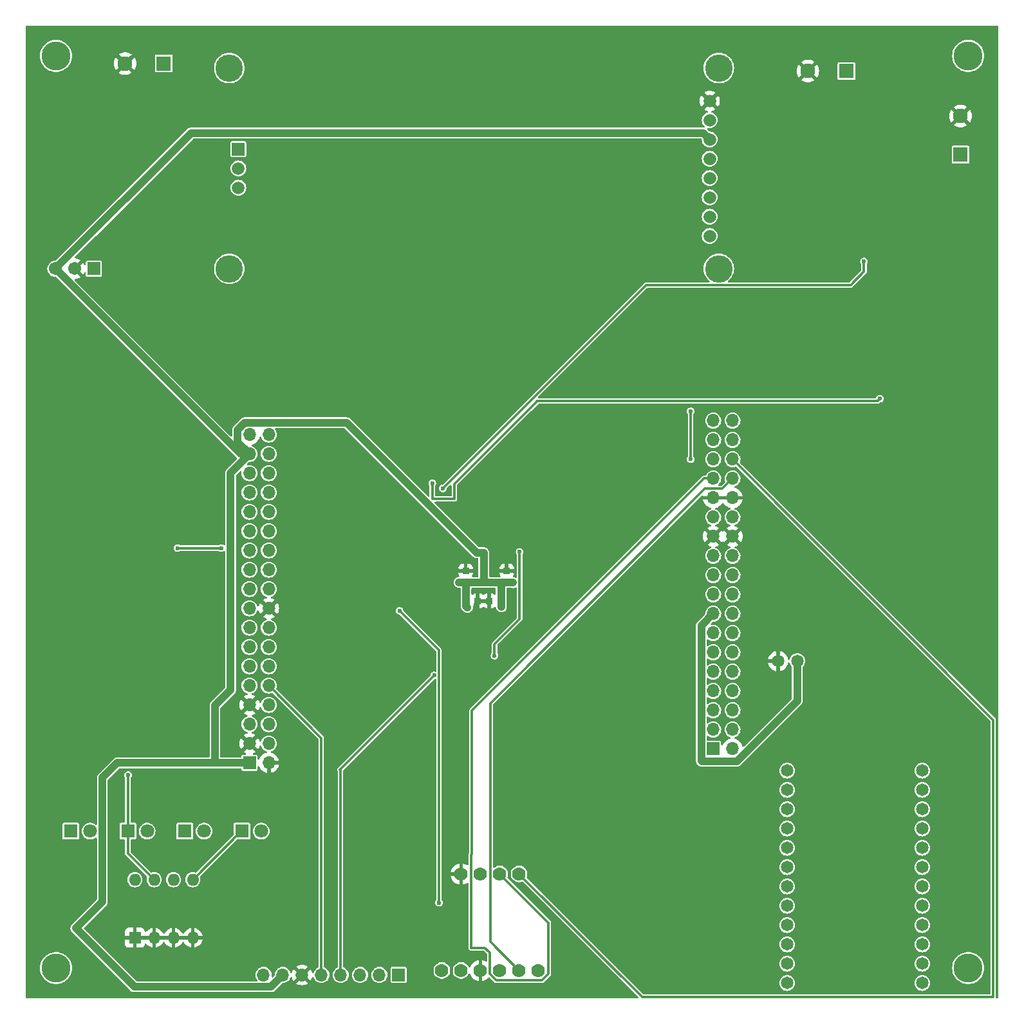
<source format=gbr>
%TF.GenerationSoftware,KiCad,Pcbnew,8.0.5*%
%TF.CreationDate,2025-01-29T09:14:24-07:00*%
%TF.ProjectId,Senior_Project_Schematic_Design,53656e69-6f72-45f5-9072-6f6a6563745f,rev?*%
%TF.SameCoordinates,Original*%
%TF.FileFunction,Copper,L2,Bot*%
%TF.FilePolarity,Positive*%
%FSLAX46Y46*%
G04 Gerber Fmt 4.6, Leading zero omitted, Abs format (unit mm)*
G04 Created by KiCad (PCBNEW 8.0.5) date 2025-01-29 09:14:24*
%MOMM*%
%LPD*%
G01*
G04 APERTURE LIST*
G04 Aperture macros list*
%AMRoundRect*
0 Rectangle with rounded corners*
0 $1 Rounding radius*
0 $2 $3 $4 $5 $6 $7 $8 $9 X,Y pos of 4 corners*
0 Add a 4 corners polygon primitive as box body*
4,1,4,$2,$3,$4,$5,$6,$7,$8,$9,$2,$3,0*
0 Add four circle primitives for the rounded corners*
1,1,$1+$1,$2,$3*
1,1,$1+$1,$4,$5*
1,1,$1+$1,$6,$7*
1,1,$1+$1,$8,$9*
0 Add four rect primitives between the rounded corners*
20,1,$1+$1,$2,$3,$4,$5,0*
20,1,$1+$1,$4,$5,$6,$7,0*
20,1,$1+$1,$6,$7,$8,$9,0*
20,1,$1+$1,$8,$9,$2,$3,0*%
G04 Aperture macros list end*
%TA.AperFunction,ComponentPad*%
%ADD10C,3.600000*%
%TD*%
%TA.AperFunction,ComponentPad*%
%ADD11R,1.665000X1.665000*%
%TD*%
%TA.AperFunction,ComponentPad*%
%ADD12C,1.665000*%
%TD*%
%TA.AperFunction,ComponentPad*%
%ADD13R,1.710000X1.710000*%
%TD*%
%TA.AperFunction,ComponentPad*%
%ADD14C,1.710000*%
%TD*%
%TA.AperFunction,ComponentPad*%
%ADD15R,1.950000X1.950000*%
%TD*%
%TA.AperFunction,ComponentPad*%
%ADD16C,1.950000*%
%TD*%
%TA.AperFunction,ComponentPad*%
%ADD17C,1.778000*%
%TD*%
%TA.AperFunction,ComponentPad*%
%ADD18R,1.800000X1.800000*%
%TD*%
%TA.AperFunction,ComponentPad*%
%ADD19C,1.800000*%
%TD*%
%TA.AperFunction,WasherPad*%
%ADD20C,3.810000*%
%TD*%
%TA.AperFunction,ComponentPad*%
%ADD21R,1.700000X1.700000*%
%TD*%
%TA.AperFunction,ComponentPad*%
%ADD22O,1.700000X1.700000*%
%TD*%
%TA.AperFunction,ComponentPad*%
%ADD23C,1.651000*%
%TD*%
%TA.AperFunction,ComponentPad*%
%ADD24R,1.600000X1.600000*%
%TD*%
%TA.AperFunction,ComponentPad*%
%ADD25O,1.600000X1.600000*%
%TD*%
%TA.AperFunction,SMDPad,CuDef*%
%ADD26RoundRect,0.225000X-0.250000X0.225000X-0.250000X-0.225000X0.250000X-0.225000X0.250000X0.225000X0*%
%TD*%
%TA.AperFunction,SMDPad,CuDef*%
%ADD27RoundRect,0.225000X-0.225000X-0.250000X0.225000X-0.250000X0.225000X0.250000X-0.225000X0.250000X0*%
%TD*%
%TA.AperFunction,SMDPad,CuDef*%
%ADD28RoundRect,0.225000X0.225000X0.250000X-0.225000X0.250000X-0.225000X-0.250000X0.225000X-0.250000X0*%
%TD*%
%TA.AperFunction,ViaPad*%
%ADD29C,0.600000*%
%TD*%
%TA.AperFunction,Conductor*%
%ADD30C,1.016000*%
%TD*%
%TA.AperFunction,Conductor*%
%ADD31C,0.300000*%
%TD*%
G04 APERTURE END LIST*
D10*
%TO.P,Radar,1,MH1*%
%TO.N,unconnected-(U2-MH1-Pad1)*%
X263800000Y-43610000D03*
%TO.P,Radar,2,MH2*%
%TO.N,unconnected-(U2-MH2-Pad2)*%
X263800000Y-70010000D03*
%TO.P,Radar,3,MH3*%
%TO.N,unconnected-(U2-MH3-Pad3)*%
X328200000Y-43610000D03*
%TO.P,Radar,4,MH4*%
%TO.N,unconnected-(U2-MH4-Pad4)*%
X328200000Y-70010000D03*
D11*
%TO.P,Radar,A1,MOUNTING_1*%
%TO.N,unconnected-(U2-MOUNTING_1-PadA1)*%
X265000000Y-54270000D03*
D12*
%TO.P,Radar,A2,MOUNTING_2*%
%TO.N,unconnected-(U2-MOUNTING_2-PadA2)*%
X265000000Y-56810000D03*
%TO.P,Radar,A3,MOUNTING_3*%
%TO.N,unconnected-(U2-MOUNTING_3-PadA3)*%
X265000000Y-59350000D03*
%TO.P,Radar,B1,GND*%
%TO.N,GND*%
X327000000Y-47920000D03*
%TO.P,Radar,B2,DETECTION_OUT*%
%TO.N,unconnected-(U2-DETECTION_OUT-PadB2)*%
X327000000Y-50460000D03*
%TO.P,Radar,B3,VCC*%
%TO.N,VDD*%
X327000000Y-53000000D03*
%TO.P,Radar,B4,RX*%
%TO.N,RD5*%
X327000000Y-55540000D03*
%TO.P,Radar,B5,TX*%
%TO.N,RD4*%
X327000000Y-58080000D03*
%TO.P,Radar,B6,DIGITAL_IO_1*%
%TO.N,unconnected-(U2-DIGITAL_IO_1-PadB6)*%
X327000000Y-60620000D03*
%TO.P,Radar,B7,DIGITAL_IO_2*%
%TO.N,unconnected-(U2-DIGITAL_IO_2-PadB7)*%
X327000000Y-63160000D03*
%TO.P,Radar,B8,DIGITAL_IO_3*%
%TO.N,unconnected-(U2-DIGITAL_IO_3-PadB8)*%
X327000000Y-65700000D03*
%TD*%
D13*
%TO.P,PS1,1,VIN*%
%TO.N,12V*%
X246000000Y-70000000D03*
D14*
%TO.P,PS1,2,GND*%
%TO.N,GND*%
X243460000Y-70000000D03*
%TO.P,PS1,3,VOUT*%
%TO.N,VDD*%
X240920000Y-70000000D03*
%TD*%
D15*
%TO.P,Light 2,1,1*%
%TO.N,Light_2_Positive*%
X360000000Y-55000000D03*
D16*
%TO.P,Light 2,2,2*%
%TO.N,GND*%
X360000000Y-49920000D03*
%TD*%
D17*
%TO.P,U1,1,VIN*%
%TO.N,VDD*%
X291762000Y-162319000D03*
%TO.P,U1,2,3Vo*%
%TO.N,unconnected-(U1-3Vo-Pad2)*%
X294302000Y-162319000D03*
%TO.P,U1,3,GND*%
%TO.N,GND*%
X296842000Y-162319000D03*
%TO.P,U1,4,SCL*%
%TO.N,RD0*%
X299382000Y-162319000D03*
%TO.P,U1,5,SDA*%
%TO.N,RD1*%
X301922000Y-162319000D03*
%TO.P,U1,6,INT*%
%TO.N,unconnected-(U1-INT-Pad6)*%
X304462000Y-162319000D03*
%TO.P,U1,7,GND*%
%TO.N,GND*%
X294302000Y-149619000D03*
%TO.P,U1,8,DRDY*%
%TO.N,unconnected-(U1-DRDY-Pad8)*%
X296842000Y-149619000D03*
%TO.P,U1,9,D0*%
%TO.N,RD2*%
X299382000Y-149619000D03*
%TO.P,U1,10,CS*%
%TO.N,RD3*%
X301922000Y-149619000D03*
%TD*%
D18*
%TO.P,D2,1,K*%
%TO.N,RE3*%
X250460000Y-144000000D03*
D19*
%TO.P,D2,2,A*%
%TO.N,Net-(D2-A)*%
X253000000Y-144000000D03*
%TD*%
D18*
%TO.P,D4,1,K*%
%TO.N,RE5*%
X265460000Y-144000000D03*
D19*
%TO.P,D4,2,A*%
%TO.N,Net-(D4-A)*%
X268000000Y-144000000D03*
%TD*%
D20*
%TO.P,REF\u002A\u002A,*%
%TO.N,*%
X241000000Y-42000000D03*
%TD*%
%TO.P,REF\u002A\u002A,*%
%TO.N,*%
X361000000Y-42000000D03*
%TD*%
%TO.P,,*%
%TO.N,*%
X361000000Y-162000000D03*
%TD*%
D15*
%TO.P,Light 1,1,1*%
%TO.N,Light_1_Positive*%
X345000000Y-44000000D03*
D16*
%TO.P,Light 1,2,2*%
%TO.N,GND*%
X339920000Y-44000000D03*
%TD*%
D21*
%TO.P,J6,1,Pin_1*%
%TO.N,VDD*%
X266460000Y-135000000D03*
D22*
%TO.P,J6,2,Pin_2*%
%TO.N,GND*%
X269000000Y-135000000D03*
%TO.P,J6,3,Pin_3*%
X266460000Y-132460000D03*
%TO.P,J6,4,Pin_4*%
%TO.N,RB10*%
X269000000Y-132460000D03*
%TO.P,J6,5,Pin_5*%
%TO.N,RB9*%
X266460000Y-129920000D03*
%TO.P,J6,6,Pin_6*%
%TO.N,RB8*%
X269000000Y-129920000D03*
%TO.P,J6,7,Pin_7*%
%TO.N,GND*%
X266460000Y-127380000D03*
%TO.P,J6,8,Pin_8*%
%TO.N,RB7*%
X269000000Y-127380000D03*
%TO.P,J6,9,Pin_9*%
%TO.N,RB6*%
X266460000Y-124840000D03*
%TO.P,J6,10,Pin_10*%
%TO.N,RB0*%
X269000000Y-124840000D03*
%TO.P,J6,11,Pin_11*%
%TO.N,RB1*%
X266460000Y-122300000D03*
%TO.P,J6,12,Pin_12*%
%TO.N,RB2*%
X269000000Y-122300000D03*
%TO.P,J6,13,Pin_13*%
%TO.N,RB4*%
X266460000Y-119760000D03*
%TO.P,J6,14,Pin_14*%
%TO.N,RB3*%
X269000000Y-119760000D03*
%TO.P,J6,15,Pin_15*%
%TO.N,unconnected-(J6-Pin_15-Pad15)*%
X266460000Y-117220000D03*
%TO.P,J6,16,Pin_16*%
%TO.N,RB5*%
X269000000Y-117220000D03*
%TO.P,J6,17,Pin_17*%
%TO.N,RG9*%
X266460000Y-114680000D03*
%TO.P,J6,18,Pin_18*%
%TO.N,GND*%
X269000000Y-114680000D03*
%TO.P,J6,19,Pin_19*%
%TO.N,RG8*%
X266460000Y-112140000D03*
%TO.P,J6,20,Pin_20*%
%TO.N,MCLR*%
X269000000Y-112140000D03*
%TO.P,J6,21,Pin_21*%
%TO.N,RG6*%
X266460000Y-109600000D03*
%TO.P,J6,22,Pin_22*%
%TO.N,RG7*%
X269000000Y-109600000D03*
%TO.P,J6,23,Pin_23*%
%TO.N,RE6*%
X266460000Y-107060000D03*
%TO.P,J6,24,Pin_24*%
%TO.N,RE7*%
X269000000Y-107060000D03*
%TO.P,J6,25,Pin_25*%
%TO.N,RE4*%
X266460000Y-104520000D03*
%TO.P,J6,26,Pin_26*%
%TO.N,RE5*%
X269000000Y-104520000D03*
%TO.P,J6,27,Pin_27*%
%TO.N,RE2*%
X266460000Y-101980000D03*
%TO.P,J6,28,Pin_28*%
%TO.N,RE3*%
X269000000Y-101980000D03*
%TO.P,J6,29,Pin_29*%
%TO.N,RE0*%
X266460000Y-99440000D03*
%TO.P,J6,30,Pin_30*%
%TO.N,RE1*%
X269000000Y-99440000D03*
%TO.P,J6,31,Pin_31*%
%TO.N,RF0*%
X266460000Y-96900000D03*
%TO.P,J6,32,Pin_32*%
%TO.N,RF1*%
X269000000Y-96900000D03*
%TO.P,J6,33,Pin_33*%
%TO.N,VDD*%
X266460000Y-94360000D03*
%TO.P,J6,34,Pin_34*%
%TO.N,unconnected-(J6-Pin_34-Pad34)*%
X269000000Y-94360000D03*
%TO.P,J6,35,Pin_35*%
%TO.N,GND*%
X266460000Y-91820000D03*
%TO.P,J6,36,Pin_36*%
%TO.N,RA0*%
X269000000Y-91820000D03*
%TD*%
D20*
%TO.P,REF\u002A\u002A,*%
%TO.N,*%
X241000000Y-162000000D03*
%TD*%
D15*
%TO.P,Load Voltage,1,1*%
%TO.N,12V*%
X255185000Y-43000000D03*
D16*
%TO.P,Load Voltage,2,2*%
%TO.N,GND*%
X250105000Y-43000000D03*
%TD*%
D23*
%TO.P,U3,A1,D9*%
%TO.N,unconnected-(U3-D9-PadA1)*%
X354960000Y-163970000D03*
%TO.P,U3,A2,D10*%
%TO.N,unconnected-(U3-D10-PadA2)*%
X354960000Y-161430000D03*
%TO.P,U3,A3,SCK*%
%TO.N,unconnected-(U3-SCK-PadA3)*%
X354960000Y-158890000D03*
%TO.P,U3,A4,NSS*%
%TO.N,unconnected-(U3-NSS-PadA4)*%
X354960000Y-156350000D03*
%TO.P,U3,A5,MISO*%
%TO.N,unconnected-(U3-MISO-PadA5)*%
X354960000Y-153810000D03*
%TO.P,U3,A6,MOSI*%
%TO.N,unconnected-(U3-MOSI-PadA6)*%
X354960000Y-151270000D03*
%TO.P,U3,A7,GND*%
%TO.N,unconnected-(U3-GND-PadA7)*%
X354960000Y-148730000D03*
%TO.P,U3,A8,RST*%
%TO.N,unconnected-(U3-RST-PadA8)*%
X354960000Y-146190000D03*
%TO.P,U3,A9,CLK*%
%TO.N,unconnected-(U3-CLK-PadA9)*%
X354960000Y-143650000D03*
%TO.P,U3,A10,D10*%
%TO.N,unconnected-(U3-D10-PadA10)*%
X354960000Y-141110000D03*
%TO.P,U3,A11,3V3*%
%TO.N,unconnected-(U3-3V3-PadA11)*%
X354960000Y-138570000D03*
%TO.P,U3,A12,5V*%
%TO.N,unconnected-(U3-5V-PadA12)*%
X354960000Y-136030000D03*
%TO.P,U3,B1,TX2*%
%TO.N,unconnected-(U3-TX2-PadB1)*%
X337180000Y-163970000D03*
%TO.P,U3,B2,RX2*%
%TO.N,unconnected-(U3-RX2-PadB2)*%
X337180000Y-161430000D03*
%TO.P,U3,B3,TX1*%
%TO.N,unconnected-(U3-TX1-PadB3)*%
X337180000Y-158890000D03*
%TO.P,U3,B4,RX1*%
%TO.N,unconnected-(U3-RX1-PadB4)*%
X337180000Y-156350000D03*
%TO.P,U3,B5,D0*%
%TO.N,unconnected-(U3-D0-PadB5)*%
X337180000Y-153810000D03*
%TO.P,U3,B6,TX*%
%TO.N,RD10*%
X337180000Y-151270000D03*
%TO.P,U3,B7,RX*%
%TO.N,RD11*%
X337180000Y-148730000D03*
%TO.P,U3,B8,A3*%
%TO.N,unconnected-(U3-A3-PadB8)*%
X337180000Y-146190000D03*
%TO.P,U3,B9,A4*%
%TO.N,unconnected-(U3-A4-PadB9)*%
X337180000Y-143650000D03*
%TO.P,U3,B10,SDA*%
%TO.N,unconnected-(U3-SDA-PadB10)*%
X337180000Y-141110000D03*
%TO.P,U3,B11,SCL*%
%TO.N,unconnected-(U3-SCL-PadB11)*%
X337180000Y-138570000D03*
%TO.P,U3,B12,GND*%
%TO.N,unconnected-(U3-GND-PadB12)*%
X337180000Y-136030000D03*
%TO.P,U3,C1,+*%
%TO.N,VDD*%
X338529000Y-121615000D03*
%TO.P,U3,C2,-*%
%TO.N,GND*%
X335989000Y-121615000D03*
%TD*%
D18*
%TO.P,D1,1,K*%
%TO.N,RE2*%
X242960000Y-144000000D03*
D19*
%TO.P,D1,2,A*%
%TO.N,Net-(D1-A)*%
X245500000Y-144000000D03*
%TD*%
D21*
%TO.P,J5,1,Pin_1*%
%TO.N,RB11*%
X327460000Y-133160000D03*
D22*
%TO.P,J5,2,Pin_2*%
%TO.N,GND*%
X330000000Y-133160000D03*
%TO.P,J5,3,Pin_3*%
%TO.N,unconnected-(J5-Pin_3-Pad3)*%
X327460000Y-130620000D03*
%TO.P,J5,4,Pin_4*%
%TO.N,RB12*%
X330000000Y-130620000D03*
%TO.P,J5,5,Pin_5*%
%TO.N,RB13*%
X327460000Y-128080000D03*
%TO.P,J5,6,Pin_6*%
%TO.N,RB14*%
X330000000Y-128080000D03*
%TO.P,J5,7,Pin_7*%
%TO.N,RB15*%
X327460000Y-125540000D03*
%TO.P,J5,8,Pin_8*%
%TO.N,RF4*%
X330000000Y-125540000D03*
%TO.P,J5,9,Pin_9*%
%TO.N,RF5*%
X327460000Y-123000000D03*
%TO.P,J5,10,Pin_10*%
%TO.N,RF3*%
X330000000Y-123000000D03*
%TO.P,J5,11,Pin_11*%
%TO.N,RF2*%
X327460000Y-120460000D03*
%TO.P,J5,12,Pin_12*%
%TO.N,RF6*%
X330000000Y-120460000D03*
%TO.P,J5,13,Pin_13*%
%TO.N,RG3*%
X327460000Y-117920000D03*
%TO.P,J5,14,Pin_14*%
%TO.N,RG2*%
X330000000Y-117920000D03*
%TO.P,J5,15,Pin_15*%
%TO.N,VDD*%
X327460000Y-115380000D03*
%TO.P,J5,16,Pin_16*%
%TO.N,RC12*%
X330000000Y-115380000D03*
%TO.P,J5,17,Pin_17*%
%TO.N,RC15*%
X327460000Y-112840000D03*
%TO.P,J5,18,Pin_18*%
%TO.N,RD8*%
X330000000Y-112840000D03*
%TO.P,J5,19,Pin_19*%
%TO.N,RD9*%
X327460000Y-110300000D03*
%TO.P,J5,20,Pin_20*%
%TO.N,RD10*%
X330000000Y-110300000D03*
%TO.P,J5,21,Pin_21*%
%TO.N,RD11*%
X327460000Y-107760000D03*
%TO.P,J5,22,Pin_22*%
%TO.N,RD0*%
X330000000Y-107760000D03*
%TO.P,J5,23,Pin_23*%
%TO.N,GND*%
X327460000Y-105220000D03*
%TO.P,J5,24,Pin_24*%
X330000000Y-105220000D03*
%TO.P,J5,25,Pin_25*%
%TO.N,RC14*%
X327460000Y-102680000D03*
%TO.P,J5,26,Pin_26*%
%TO.N,RC13*%
X330000000Y-102680000D03*
%TO.P,J5,27,Pin_27*%
%TO.N,GND*%
X327460000Y-100140000D03*
%TO.P,J5,28,Pin_28*%
X330000000Y-100140000D03*
%TO.P,J5,29,Pin_29*%
%TO.N,RD2*%
X327460000Y-97600000D03*
%TO.P,J5,30,Pin_30*%
%TO.N,RD1*%
X330000000Y-97600000D03*
%TO.P,J5,31,Pin_31*%
%TO.N,RD4*%
X327460000Y-95060000D03*
%TO.P,J5,32,Pin_32*%
%TO.N,RD3*%
X330000000Y-95060000D03*
%TO.P,J5,33,Pin_33*%
%TO.N,RD6*%
X327460000Y-92520000D03*
%TO.P,J5,34,Pin_34*%
%TO.N,RD5*%
X330000000Y-92520000D03*
%TO.P,J5,35,Pin_35*%
%TO.N,VCAP*%
X327460000Y-89980000D03*
%TO.P,J5,36,Pin_36*%
%TO.N,RD7*%
X330000000Y-89980000D03*
%TD*%
D21*
%TO.P,J1,1,Pin_1*%
%TO.N,unconnected-(J1-Pin_1-Pad1)*%
X286080000Y-162900000D03*
D22*
%TO.P,J1,2,Pin_2*%
%TO.N,unconnected-(J1-Pin_2-Pad2)*%
X283540000Y-162900000D03*
%TO.P,J1,3,Pin_3*%
%TO.N,unconnected-(J1-Pin_3-Pad3)*%
X281000000Y-162900000D03*
%TO.P,J1,4,Pin_4*%
%TO.N,RB1*%
X278460000Y-162900000D03*
%TO.P,J1,5,Pin_5*%
%TO.N,RB0*%
X275920000Y-162900000D03*
%TO.P,J1,6,Pin_6*%
%TO.N,GND*%
X273380000Y-162900000D03*
%TO.P,J1,7,Pin_7*%
%TO.N,VDD*%
X270840000Y-162900000D03*
%TO.P,J1,8,Pin_8*%
%TO.N,MCLR*%
X268300000Y-162900000D03*
%TD*%
D24*
%TO.P,SW1,1*%
%TO.N,GND*%
X251380000Y-158000000D03*
D25*
%TO.P,SW1,2*%
X253920000Y-158000000D03*
%TO.P,SW1,3*%
X256460000Y-158000000D03*
%TO.P,SW1,4*%
X259000000Y-158000000D03*
%TO.P,SW1,5*%
%TO.N,RE5*%
X259000000Y-150380000D03*
%TO.P,SW1,6*%
%TO.N,RE4*%
X256460000Y-150380000D03*
%TO.P,SW1,7*%
%TO.N,RE3*%
X253920000Y-150380000D03*
%TO.P,SW1,8*%
%TO.N,RE2*%
X251380000Y-150380000D03*
%TD*%
D18*
%TO.P,D3,1,K*%
%TO.N,RE4*%
X257960000Y-144000000D03*
D19*
%TO.P,D3,2,A*%
%TO.N,Net-(D3-A)*%
X260500000Y-144000000D03*
%TD*%
D26*
%TO.P,C4,1*%
%TO.N,GND*%
X294900000Y-109725000D03*
%TO.P,C4,2*%
%TO.N,VDD*%
X294900000Y-111275000D03*
%TD*%
%TO.P,C2,1*%
%TO.N,GND*%
X300300000Y-109725000D03*
%TO.P,C2,2*%
%TO.N,VDD*%
X300300000Y-111275000D03*
%TD*%
D27*
%TO.P,C3,1*%
%TO.N,GND*%
X298025000Y-113700000D03*
%TO.P,C3,2*%
%TO.N,VDD*%
X299575000Y-113700000D03*
%TD*%
D28*
%TO.P,C5,1*%
%TO.N,GND*%
X296500000Y-113700000D03*
%TO.P,C5,2*%
%TO.N,VDD*%
X294950000Y-113700000D03*
%TD*%
D29*
%TO.N,VDD*%
X294020000Y-111240000D03*
X243610000Y-156750000D03*
X301300000Y-111300000D03*
X299600000Y-114500000D03*
X295317285Y-114551313D03*
%TO.N,GND*%
X301350000Y-109800000D03*
X298017705Y-114522498D03*
X296129881Y-114573559D03*
X293800000Y-109700000D03*
%TO.N,RE3*%
X250500000Y-136600000D03*
X257000000Y-106750000D03*
X262750000Y-106750000D03*
%TO.N,RE1*%
X291900000Y-98900000D03*
X347300000Y-69050000D03*
%TO.N,MCLR*%
X286200000Y-115000000D03*
X291400000Y-153400000D03*
%TO.N,RD0*%
X302000000Y-107250000D03*
X298700000Y-120900000D03*
%TO.N,RE0*%
X349400000Y-87100000D03*
X290500000Y-98200000D03*
%TO.N,RD4*%
X324500000Y-95060000D03*
X324500000Y-88750000D03*
%TO.N,RB1*%
X290750000Y-123500000D03*
%TD*%
D30*
%TO.N,VDD*%
X261920000Y-135000000D02*
X266460000Y-135000000D01*
X327000000Y-53000000D02*
X326167501Y-52167501D01*
X243610000Y-156750000D02*
X251318000Y-164458000D01*
X297300000Y-107370000D02*
X297300000Y-111275000D01*
X299575000Y-113700000D02*
X299575000Y-111280000D01*
D31*
X297300000Y-111275000D02*
X297300000Y-110830592D01*
D30*
X299600000Y-113725000D02*
X299575000Y-113700000D01*
X301142000Y-111275000D02*
X301142000Y-111300000D01*
X251318000Y-164458000D02*
X269282000Y-164458000D01*
X299575000Y-111280000D02*
X299580000Y-111275000D01*
X294950000Y-113700000D02*
X294950000Y-111325000D01*
X325902000Y-134718000D02*
X326004000Y-134820000D01*
X326004000Y-134820000D02*
X330543345Y-134820000D01*
X279248605Y-90262000D02*
X296356605Y-107370000D01*
X338529000Y-126834345D02*
X338529000Y-121615000D01*
X326167501Y-52167501D02*
X258752499Y-52167501D01*
X263970000Y-96850000D02*
X263970000Y-125420000D01*
X266460000Y-94360000D02*
X264902000Y-92802000D01*
X327460000Y-115380000D02*
X325902000Y-116938000D01*
X299580000Y-111275000D02*
X300300000Y-111275000D01*
X247108000Y-153252000D02*
X243610000Y-156750000D01*
X261920000Y-127470000D02*
X261920000Y-135000000D01*
X294865000Y-111240000D02*
X294900000Y-111275000D01*
X297300000Y-111275000D02*
X299580000Y-111275000D01*
X263970000Y-125420000D02*
X261920000Y-127470000D01*
X294950000Y-113700000D02*
X294950000Y-114379432D01*
X294950000Y-111325000D02*
X294900000Y-111275000D01*
X266460000Y-94360000D02*
X263970000Y-96850000D01*
X265280000Y-94360000D02*
X266460000Y-94360000D01*
D31*
X294875000Y-111300000D02*
X294900000Y-111275000D01*
D30*
X266460000Y-135000000D02*
X249040000Y-135000000D01*
X330543345Y-134820000D02*
X338529000Y-126834345D01*
X265814655Y-90262000D02*
X279248605Y-90262000D01*
X294020000Y-111240000D02*
X294865000Y-111240000D01*
X294950000Y-114379432D02*
X295121881Y-114551313D01*
X240920000Y-70000000D02*
X265280000Y-94360000D01*
X258752499Y-52167501D02*
X240920000Y-70000000D01*
X264902000Y-91174655D02*
X265814655Y-90262000D01*
X300300000Y-111275000D02*
X301142000Y-111275000D01*
X299600000Y-114500000D02*
X299600000Y-113725000D01*
X269282000Y-164458000D02*
X270840000Y-162900000D01*
X325902000Y-116938000D02*
X325902000Y-134718000D01*
X296356605Y-107370000D02*
X297300000Y-107370000D01*
D31*
X300325000Y-111300000D02*
X300300000Y-111275000D01*
D30*
X264902000Y-92802000D02*
X264902000Y-91174655D01*
X247108000Y-136932000D02*
X247108000Y-153252000D01*
X249040000Y-135000000D02*
X247108000Y-136932000D01*
X294900000Y-111275000D02*
X297300000Y-111275000D01*
D31*
%TO.N,RB0*%
X269000000Y-124840000D02*
X275920000Y-131760000D01*
X275920000Y-131760000D02*
X275920000Y-162900000D01*
%TO.N,GND*%
X300375000Y-109800000D02*
X300300000Y-109725000D01*
X298017705Y-113707295D02*
X298025000Y-113700000D01*
X293800000Y-109700000D02*
X294875000Y-109700000D01*
X298017705Y-114522498D02*
X298017705Y-113707295D01*
X301350000Y-109800000D02*
X300375000Y-109800000D01*
X294875000Y-109700000D02*
X294900000Y-109725000D01*
X296129881Y-114070119D02*
X296500000Y-113700000D01*
X296129881Y-114573559D02*
X296129881Y-114070119D01*
%TO.N,RE3*%
X250460000Y-144000000D02*
X250460000Y-136640000D01*
X250460000Y-136640000D02*
X250500000Y-136600000D01*
X250460000Y-146920000D02*
X253920000Y-150380000D01*
X257000000Y-106750000D02*
X262750000Y-106750000D01*
X250460000Y-144000000D02*
X250460000Y-146920000D01*
%TO.N,RE1*%
X347300000Y-70398999D02*
X345538999Y-72160000D01*
X347300000Y-69050000D02*
X347300000Y-70398999D01*
X345538999Y-72160000D02*
X318640000Y-72160000D01*
X318640000Y-72160000D02*
X291900000Y-98900000D01*
%TO.N,MCLR*%
X286200000Y-115000000D02*
X291400000Y-120200000D01*
X291400000Y-145102943D02*
X291400000Y-153400000D01*
X291400000Y-120200000D02*
X291400000Y-145102943D01*
%TO.N,RE5*%
X265380000Y-144000000D02*
X259000000Y-150380000D01*
X265460000Y-144000000D02*
X265380000Y-144000000D01*
%TO.N,RD2*%
X298910789Y-163600000D02*
X298100000Y-162789211D01*
X297427789Y-159327789D02*
X297900000Y-159800000D01*
X299382000Y-149619000D02*
X305800000Y-156037000D01*
X305800000Y-162733211D02*
X304933211Y-163600000D01*
X295603000Y-159327789D02*
X297427789Y-159327789D01*
X298100000Y-162789211D02*
X298100000Y-160000000D01*
X327460000Y-97600000D02*
X326257919Y-97600000D01*
X298100000Y-160000000D02*
X297900000Y-159800000D01*
X295700000Y-147000000D02*
X295603000Y-147097000D01*
X305800000Y-156037000D02*
X305800000Y-162733211D01*
X326257919Y-97600000D02*
X295700000Y-128157919D01*
X304933211Y-163600000D02*
X298910789Y-163600000D01*
X295700000Y-128157919D02*
X295700000Y-147000000D01*
X295603000Y-147097000D02*
X295603000Y-159327789D01*
%TO.N,RD0*%
X302000000Y-116075000D02*
X302000000Y-107250000D01*
X298700000Y-119375000D02*
X302000000Y-116075000D01*
X298700000Y-120900000D02*
X298700000Y-119375000D01*
%TO.N,RE0*%
X290500000Y-100300000D02*
X290500000Y-98200000D01*
X304213173Y-87400000D02*
X304213173Y-87506066D01*
X293400000Y-98319239D02*
X293400000Y-100300000D01*
X304213173Y-87506066D02*
X293400000Y-98319239D01*
X293400000Y-100300000D02*
X290500000Y-100300000D01*
X349400000Y-87100000D02*
X349100000Y-87400000D01*
X349100000Y-87400000D02*
X304213173Y-87400000D01*
%TO.N,RD3*%
X318103000Y-165800000D02*
X364300000Y-165800000D01*
X364300000Y-165800000D02*
X364300000Y-129360000D01*
X364300000Y-129360000D02*
X330000000Y-95060000D01*
X301922000Y-149619000D02*
X318103000Y-165800000D01*
%TO.N,RD1*%
X298143000Y-158540000D02*
X298143000Y-127170173D01*
X298143000Y-127170173D02*
X326373173Y-98940000D01*
X301922000Y-162319000D02*
X298143000Y-158540000D01*
X328660000Y-98940000D02*
X330000000Y-97600000D01*
X326373173Y-98940000D02*
X328660000Y-98940000D01*
%TO.N,RD4*%
X324500000Y-88750000D02*
X324500000Y-95060000D01*
%TO.N,RB1*%
X278460000Y-136020000D02*
X278345000Y-135905000D01*
X278345000Y-135905000D02*
X290750000Y-123500000D01*
X278460000Y-162900000D02*
X278460000Y-136020000D01*
%TD*%
%TA.AperFunction,Conductor*%
%TO.N,GND*%
G36*
X267574925Y-133221373D02*
G01*
X267574926Y-133221373D01*
X267633598Y-133137582D01*
X267633600Y-133137578D01*
X267733429Y-132923492D01*
X267733433Y-132923483D01*
X267766158Y-132801350D01*
X267802522Y-132741690D01*
X267865369Y-132711160D01*
X267934745Y-132719454D01*
X267988623Y-132763939D01*
X268004593Y-132797447D01*
X268024768Y-132863954D01*
X268122315Y-133046450D01*
X268122317Y-133046452D01*
X268253589Y-133206410D01*
X268350209Y-133285702D01*
X268413550Y-133337685D01*
X268596046Y-133435232D01*
X268662551Y-133455405D01*
X268720989Y-133493702D01*
X268749446Y-133557514D01*
X268738887Y-133626581D01*
X268692663Y-133678975D01*
X268658650Y-133693841D01*
X268536514Y-133726567D01*
X268536507Y-133726570D01*
X268322422Y-133826399D01*
X268322420Y-133826400D01*
X268128926Y-133961886D01*
X268128920Y-133961891D01*
X267961891Y-134128920D01*
X267961886Y-134128926D01*
X267826400Y-134322420D01*
X267826399Y-134322422D01*
X267746882Y-134492948D01*
X267700710Y-134545387D01*
X267633516Y-134564539D01*
X267566635Y-134544323D01*
X267521300Y-134491158D01*
X267510500Y-134440543D01*
X267510500Y-134130249D01*
X267510499Y-134130247D01*
X267498868Y-134071770D01*
X267498867Y-134071769D01*
X267454552Y-134005447D01*
X267388230Y-133961132D01*
X267388229Y-133961131D01*
X267329752Y-133949500D01*
X267329748Y-133949500D01*
X267019457Y-133949500D01*
X266952418Y-133929815D01*
X266906663Y-133877011D01*
X266896719Y-133807853D01*
X266925744Y-133744297D01*
X266967052Y-133713118D01*
X267137578Y-133633600D01*
X267137582Y-133633598D01*
X267221373Y-133574926D01*
X267221373Y-133574925D01*
X266589409Y-132942962D01*
X266652993Y-132925925D01*
X266767007Y-132860099D01*
X266860099Y-132767007D01*
X266925925Y-132652993D01*
X266942962Y-132589409D01*
X267574925Y-133221373D01*
G37*
%TD.AperFunction*%
%TA.AperFunction,Conductor*%
G36*
X328814855Y-100805673D02*
G01*
X328831575Y-100824968D01*
X328961894Y-101011082D01*
X329128917Y-101178105D01*
X329322421Y-101313600D01*
X329536507Y-101413429D01*
X329536516Y-101413433D01*
X329658649Y-101446158D01*
X329718310Y-101482523D01*
X329748839Y-101545369D01*
X329740545Y-101614745D01*
X329696059Y-101668623D01*
X329662552Y-101684593D01*
X329596046Y-101704767D01*
X329466400Y-101774066D01*
X329413550Y-101802315D01*
X329413548Y-101802316D01*
X329413547Y-101802317D01*
X329253589Y-101933589D01*
X329122317Y-102093547D01*
X329024769Y-102276043D01*
X328964699Y-102474067D01*
X328944417Y-102680000D01*
X328964699Y-102885932D01*
X328964700Y-102885934D01*
X329024768Y-103083954D01*
X329122315Y-103266450D01*
X329122317Y-103266452D01*
X329253589Y-103426410D01*
X329324616Y-103484699D01*
X329413550Y-103557685D01*
X329596046Y-103655232D01*
X329662551Y-103675405D01*
X329720989Y-103713702D01*
X329749446Y-103777514D01*
X329738887Y-103846581D01*
X329692663Y-103898975D01*
X329658650Y-103913841D01*
X329536514Y-103946567D01*
X329536507Y-103946570D01*
X329322419Y-104046401D01*
X329238625Y-104105072D01*
X329870590Y-104737037D01*
X329807007Y-104754075D01*
X329692993Y-104819901D01*
X329599901Y-104912993D01*
X329534075Y-105027007D01*
X329517037Y-105090589D01*
X328885073Y-104458625D01*
X328885072Y-104458626D01*
X328831574Y-104535030D01*
X328776998Y-104578655D01*
X328707499Y-104585849D01*
X328645144Y-104554326D01*
X328628424Y-104535030D01*
X328574925Y-104458626D01*
X328574925Y-104458625D01*
X327942962Y-105090589D01*
X327925925Y-105027007D01*
X327860099Y-104912993D01*
X327767007Y-104819901D01*
X327652993Y-104754075D01*
X327589410Y-104737037D01*
X328221373Y-104105073D01*
X328221373Y-104105072D01*
X328137583Y-104046402D01*
X328137579Y-104046400D01*
X327923492Y-103946570D01*
X327923486Y-103946567D01*
X327801349Y-103913841D01*
X327741689Y-103877476D01*
X327711160Y-103814629D01*
X327719455Y-103745253D01*
X327763940Y-103691375D01*
X327797444Y-103675407D01*
X327863954Y-103655232D01*
X328046450Y-103557685D01*
X328206410Y-103426410D01*
X328337685Y-103266450D01*
X328435232Y-103083954D01*
X328495300Y-102885934D01*
X328515583Y-102680000D01*
X328495300Y-102474066D01*
X328435232Y-102276046D01*
X328337685Y-102093550D01*
X328285702Y-102030209D01*
X328206410Y-101933589D01*
X328046452Y-101802317D01*
X328046453Y-101802317D01*
X328046450Y-101802315D01*
X327863954Y-101704768D01*
X327797447Y-101684593D01*
X327739009Y-101646296D01*
X327710553Y-101582484D01*
X327721113Y-101513417D01*
X327767337Y-101461023D01*
X327801350Y-101446158D01*
X327923483Y-101413433D01*
X327923492Y-101413429D01*
X328137578Y-101313600D01*
X328331082Y-101178105D01*
X328498105Y-101011082D01*
X328628425Y-100824968D01*
X328683002Y-100781344D01*
X328752501Y-100774151D01*
X328814855Y-100805673D01*
G37*
%TD.AperFunction*%
%TA.AperFunction,Conductor*%
G36*
X329534075Y-99947007D02*
G01*
X329500000Y-100074174D01*
X329500000Y-100205826D01*
X329534075Y-100332993D01*
X329566988Y-100390000D01*
X327893012Y-100390000D01*
X327925925Y-100332993D01*
X327960000Y-100205826D01*
X327960000Y-100074174D01*
X327925925Y-99947007D01*
X327893012Y-99890000D01*
X329566988Y-99890000D01*
X329534075Y-99947007D01*
G37*
%TD.AperFunction*%
%TA.AperFunction,Conductor*%
G36*
X253599920Y-157754394D02*
G01*
X253547259Y-157845606D01*
X253520000Y-157947339D01*
X253520000Y-158052661D01*
X253547259Y-158154394D01*
X253599920Y-158245606D01*
X253604314Y-158250000D01*
X251695686Y-158250000D01*
X251700080Y-158245606D01*
X251752741Y-158154394D01*
X251780000Y-158052661D01*
X251780000Y-157947339D01*
X251752741Y-157845606D01*
X251700080Y-157754394D01*
X251695686Y-157750000D01*
X253604314Y-157750000D01*
X253599920Y-157754394D01*
G37*
%TD.AperFunction*%
%TA.AperFunction,Conductor*%
G36*
X256139920Y-157754394D02*
G01*
X256087259Y-157845606D01*
X256060000Y-157947339D01*
X256060000Y-158052661D01*
X256087259Y-158154394D01*
X256139920Y-158245606D01*
X256144314Y-158250000D01*
X254235686Y-158250000D01*
X254240080Y-158245606D01*
X254292741Y-158154394D01*
X254320000Y-158052661D01*
X254320000Y-157947339D01*
X254292741Y-157845606D01*
X254240080Y-157754394D01*
X254235686Y-157750000D01*
X256144314Y-157750000D01*
X256139920Y-157754394D01*
G37*
%TD.AperFunction*%
%TA.AperFunction,Conductor*%
G36*
X258679920Y-157754394D02*
G01*
X258627259Y-157845606D01*
X258600000Y-157947339D01*
X258600000Y-158052661D01*
X258627259Y-158154394D01*
X258679920Y-158245606D01*
X258684314Y-158250000D01*
X256775686Y-158250000D01*
X256780080Y-158245606D01*
X256832741Y-158154394D01*
X256860000Y-158052661D01*
X256860000Y-157947339D01*
X256832741Y-157845606D01*
X256780080Y-157754394D01*
X256775686Y-157750000D01*
X258684314Y-157750000D01*
X258679920Y-157754394D01*
G37*
%TD.AperFunction*%
%TA.AperFunction,Conductor*%
G36*
X364943039Y-38019685D02*
G01*
X364988794Y-38072489D01*
X365000000Y-38124000D01*
X365000000Y-165876000D01*
X364980315Y-165943039D01*
X364927511Y-165988794D01*
X364876000Y-166000000D01*
X364770874Y-166000000D01*
X364703835Y-165980315D01*
X364658080Y-165927511D01*
X364648136Y-165858353D01*
X364650248Y-165848054D01*
X364650500Y-165846142D01*
X364650500Y-129313858D01*
X364650500Y-129313856D01*
X364626614Y-129224712D01*
X364611389Y-129198342D01*
X364611389Y-129198341D01*
X364580472Y-129144791D01*
X364580468Y-129144786D01*
X331010191Y-95574509D01*
X330976706Y-95513186D01*
X330979210Y-95450837D01*
X331035300Y-95265934D01*
X331055583Y-95060000D01*
X331035300Y-94854066D01*
X330975232Y-94656046D01*
X330877685Y-94473550D01*
X330825702Y-94410209D01*
X330746410Y-94313589D01*
X330586452Y-94182317D01*
X330586453Y-94182317D01*
X330586450Y-94182315D01*
X330403954Y-94084768D01*
X330205934Y-94024700D01*
X330205932Y-94024699D01*
X330205934Y-94024699D01*
X330000000Y-94004417D01*
X329794067Y-94024699D01*
X329596043Y-94084769D01*
X329485898Y-94143643D01*
X329413550Y-94182315D01*
X329413548Y-94182316D01*
X329413547Y-94182317D01*
X329253589Y-94313589D01*
X329122317Y-94473547D01*
X329024769Y-94656043D01*
X328964699Y-94854067D01*
X328944417Y-95060000D01*
X328964699Y-95265932D01*
X328985157Y-95333373D01*
X329024768Y-95463954D01*
X329122315Y-95646450D01*
X329122317Y-95646452D01*
X329253589Y-95806410D01*
X329324616Y-95864699D01*
X329413550Y-95937685D01*
X329596046Y-96035232D01*
X329794066Y-96095300D01*
X329794065Y-96095300D01*
X329812529Y-96097118D01*
X330000000Y-96115583D01*
X330205934Y-96095300D01*
X330390836Y-96039210D01*
X330460699Y-96038588D01*
X330514509Y-96070191D01*
X363913181Y-129468863D01*
X363946666Y-129530186D01*
X363949500Y-129556544D01*
X363949500Y-165325500D01*
X363929815Y-165392539D01*
X363877011Y-165438294D01*
X363825500Y-165449500D01*
X318299544Y-165449500D01*
X318232505Y-165429815D01*
X318211863Y-165413181D01*
X316768682Y-163970000D01*
X336149036Y-163970000D01*
X336168845Y-164171129D01*
X336168846Y-164171131D01*
X336227513Y-164364533D01*
X336227514Y-164364536D01*
X336227515Y-164364537D01*
X336227516Y-164364540D01*
X336322780Y-164542767D01*
X336322785Y-164542773D01*
X336450997Y-164699002D01*
X336607226Y-164827214D01*
X336607232Y-164827219D01*
X336785459Y-164922483D01*
X336785460Y-164922483D01*
X336785467Y-164922487D01*
X336978869Y-164981154D01*
X336978868Y-164981154D01*
X336996901Y-164982930D01*
X337180000Y-165000964D01*
X337381131Y-164981154D01*
X337574533Y-164922487D01*
X337618345Y-164899068D01*
X337752767Y-164827219D01*
X337752769Y-164827216D01*
X337752773Y-164827215D01*
X337909002Y-164699002D01*
X338037215Y-164542773D01*
X338037216Y-164542769D01*
X338037219Y-164542767D01*
X338132483Y-164364540D01*
X338132487Y-164364533D01*
X338191154Y-164171131D01*
X338210964Y-163970000D01*
X353929036Y-163970000D01*
X353948845Y-164171129D01*
X353948846Y-164171131D01*
X354007513Y-164364533D01*
X354007514Y-164364536D01*
X354007515Y-164364537D01*
X354007516Y-164364540D01*
X354102780Y-164542767D01*
X354102785Y-164542773D01*
X354230997Y-164699002D01*
X354387226Y-164827214D01*
X354387232Y-164827219D01*
X354565459Y-164922483D01*
X354565460Y-164922483D01*
X354565467Y-164922487D01*
X354758869Y-164981154D01*
X354758868Y-164981154D01*
X354776901Y-164982930D01*
X354960000Y-165000964D01*
X355161131Y-164981154D01*
X355354533Y-164922487D01*
X355398345Y-164899068D01*
X355532767Y-164827219D01*
X355532769Y-164827216D01*
X355532773Y-164827215D01*
X355689002Y-164699002D01*
X355817215Y-164542773D01*
X355817216Y-164542769D01*
X355817219Y-164542767D01*
X355912483Y-164364540D01*
X355912487Y-164364533D01*
X355971154Y-164171131D01*
X355990964Y-163970000D01*
X355971154Y-163768869D01*
X355912487Y-163575467D01*
X355897183Y-163546835D01*
X355817219Y-163397232D01*
X355817214Y-163397226D01*
X355689002Y-163240997D01*
X355532773Y-163112785D01*
X355532767Y-163112780D01*
X355354540Y-163017516D01*
X355354537Y-163017515D01*
X355354536Y-163017514D01*
X355354533Y-163017513D01*
X355161131Y-162958846D01*
X355161129Y-162958845D01*
X355161131Y-162958845D01*
X354960000Y-162939036D01*
X354758870Y-162958845D01*
X354656394Y-162989931D01*
X354565467Y-163017513D01*
X354565464Y-163017514D01*
X354565462Y-163017515D01*
X354565459Y-163017516D01*
X354387232Y-163112780D01*
X354387226Y-163112785D01*
X354230997Y-163240997D01*
X354102785Y-163397226D01*
X354102780Y-163397232D01*
X354007516Y-163575459D01*
X354007515Y-163575462D01*
X354007514Y-163575464D01*
X354007513Y-163575467D01*
X353985993Y-163646410D01*
X353948845Y-163768870D01*
X353929036Y-163970000D01*
X338210964Y-163970000D01*
X338191154Y-163768869D01*
X338132487Y-163575467D01*
X338117183Y-163546835D01*
X338037219Y-163397232D01*
X338037214Y-163397226D01*
X337909002Y-163240997D01*
X337752773Y-163112785D01*
X337752767Y-163112780D01*
X337574540Y-163017516D01*
X337574537Y-163017515D01*
X337574536Y-163017514D01*
X337574533Y-163017513D01*
X337381131Y-162958846D01*
X337381129Y-162958845D01*
X337381131Y-162958845D01*
X337180000Y-162939036D01*
X336978870Y-162958845D01*
X336876394Y-162989931D01*
X336785467Y-163017513D01*
X336785464Y-163017514D01*
X336785462Y-163017515D01*
X336785459Y-163017516D01*
X336607232Y-163112780D01*
X336607226Y-163112785D01*
X336450997Y-163240997D01*
X336322785Y-163397226D01*
X336322780Y-163397232D01*
X336227516Y-163575459D01*
X336227515Y-163575462D01*
X336227514Y-163575464D01*
X336227513Y-163575467D01*
X336205993Y-163646410D01*
X336168845Y-163768870D01*
X336149036Y-163970000D01*
X316768682Y-163970000D01*
X314228682Y-161430000D01*
X336149036Y-161430000D01*
X336168845Y-161631129D01*
X336168846Y-161631131D01*
X336227513Y-161824533D01*
X336227514Y-161824536D01*
X336227515Y-161824537D01*
X336227516Y-161824540D01*
X336322780Y-162002767D01*
X336322785Y-162002773D01*
X336450997Y-162159002D01*
X336607226Y-162287214D01*
X336607232Y-162287219D01*
X336785459Y-162382483D01*
X336785460Y-162382483D01*
X336785467Y-162382487D01*
X336978869Y-162441154D01*
X336978868Y-162441154D01*
X336996901Y-162442930D01*
X337180000Y-162460964D01*
X337381131Y-162441154D01*
X337574533Y-162382487D01*
X337618345Y-162359068D01*
X337752767Y-162287219D01*
X337752769Y-162287216D01*
X337752773Y-162287215D01*
X337909002Y-162159002D01*
X338037215Y-162002773D01*
X338037216Y-162002769D01*
X338037219Y-162002767D01*
X338112925Y-161861131D01*
X338132487Y-161824533D01*
X338191154Y-161631131D01*
X338210964Y-161430000D01*
X353929036Y-161430000D01*
X353948845Y-161631129D01*
X353948846Y-161631131D01*
X354007513Y-161824533D01*
X354007514Y-161824536D01*
X354007515Y-161824537D01*
X354007516Y-161824540D01*
X354102780Y-162002767D01*
X354102785Y-162002773D01*
X354230997Y-162159002D01*
X354387226Y-162287214D01*
X354387232Y-162287219D01*
X354565459Y-162382483D01*
X354565460Y-162382483D01*
X354565467Y-162382487D01*
X354758869Y-162441154D01*
X354758868Y-162441154D01*
X354776901Y-162442930D01*
X354960000Y-162460964D01*
X355161131Y-162441154D01*
X355354533Y-162382487D01*
X355398345Y-162359068D01*
X355532767Y-162287219D01*
X355532769Y-162287216D01*
X355532773Y-162287215D01*
X355689002Y-162159002D01*
X355817215Y-162002773D01*
X355817216Y-162002769D01*
X355817219Y-162002767D01*
X355818698Y-162000000D01*
X358889580Y-162000000D01*
X358909236Y-162287363D01*
X358909236Y-162287367D01*
X358909237Y-162287369D01*
X358915810Y-162318999D01*
X358967840Y-162569387D01*
X358967841Y-162569390D01*
X359064297Y-162840790D01*
X359064296Y-162840790D01*
X359196816Y-163096541D01*
X359196820Y-163096547D01*
X359362920Y-163331858D01*
X359559529Y-163542374D01*
X359624670Y-163595370D01*
X359782962Y-163724150D01*
X359782964Y-163724151D01*
X359782965Y-163724152D01*
X360029071Y-163873812D01*
X360205624Y-163950499D01*
X360293263Y-163988566D01*
X360570622Y-164066279D01*
X360821497Y-164100760D01*
X360855979Y-164105500D01*
X360855980Y-164105500D01*
X361144021Y-164105500D01*
X361174785Y-164101271D01*
X361429378Y-164066279D01*
X361706737Y-163988566D01*
X361955595Y-163880472D01*
X361970928Y-163873812D01*
X362045885Y-163828230D01*
X362217038Y-163724150D01*
X362440474Y-163542371D01*
X362637077Y-163331861D01*
X362803184Y-163096540D01*
X362935701Y-162840794D01*
X363032160Y-162569385D01*
X363090763Y-162287369D01*
X363110420Y-162000000D01*
X363090763Y-161712631D01*
X363032160Y-161430615D01*
X363031941Y-161430000D01*
X362935702Y-161159209D01*
X362935703Y-161159209D01*
X362803183Y-160903458D01*
X362803179Y-160903452D01*
X362637079Y-160668141D01*
X362440470Y-160457625D01*
X362217034Y-160275847D01*
X361970928Y-160126187D01*
X361706738Y-160011434D01*
X361429383Y-159933722D01*
X361429379Y-159933721D01*
X361429378Y-159933721D01*
X361286699Y-159914110D01*
X361144021Y-159894500D01*
X361144020Y-159894500D01*
X360855980Y-159894500D01*
X360855979Y-159894500D01*
X360570622Y-159933721D01*
X360570616Y-159933722D01*
X360293261Y-160011434D01*
X360029071Y-160126187D01*
X359782965Y-160275847D01*
X359559529Y-160457625D01*
X359362920Y-160668141D01*
X359196820Y-160903452D01*
X359196816Y-160903458D01*
X359064297Y-161159209D01*
X358967841Y-161430609D01*
X358967840Y-161430612D01*
X358909236Y-161712636D01*
X358889580Y-162000000D01*
X355818698Y-162000000D01*
X355892925Y-161861131D01*
X355912487Y-161824533D01*
X355971154Y-161631131D01*
X355990964Y-161430000D01*
X355971154Y-161228869D01*
X355912487Y-161035467D01*
X355876367Y-160967891D01*
X355817219Y-160857232D01*
X355817214Y-160857226D01*
X355689002Y-160700997D01*
X355532773Y-160572785D01*
X355532767Y-160572780D01*
X355354540Y-160477516D01*
X355354537Y-160477515D01*
X355354536Y-160477514D01*
X355354533Y-160477513D01*
X355161131Y-160418846D01*
X355161129Y-160418845D01*
X355161131Y-160418845D01*
X354960000Y-160399036D01*
X354758870Y-160418845D01*
X354644679Y-160453484D01*
X354565467Y-160477513D01*
X354565464Y-160477514D01*
X354565462Y-160477515D01*
X354565459Y-160477516D01*
X354387232Y-160572780D01*
X354387226Y-160572785D01*
X354230997Y-160700997D01*
X354102785Y-160857226D01*
X354102780Y-160857232D01*
X354007516Y-161035459D01*
X354007515Y-161035462D01*
X354007514Y-161035464D01*
X354007513Y-161035467D01*
X354005340Y-161042632D01*
X353948845Y-161228870D01*
X353929036Y-161430000D01*
X338210964Y-161430000D01*
X338191154Y-161228869D01*
X338132487Y-161035467D01*
X338096367Y-160967891D01*
X338037219Y-160857232D01*
X338037214Y-160857226D01*
X337909002Y-160700997D01*
X337752773Y-160572785D01*
X337752767Y-160572780D01*
X337574540Y-160477516D01*
X337574537Y-160477515D01*
X337574536Y-160477514D01*
X337574533Y-160477513D01*
X337381131Y-160418846D01*
X337381129Y-160418845D01*
X337381131Y-160418845D01*
X337180000Y-160399036D01*
X336978870Y-160418845D01*
X336864679Y-160453484D01*
X336785467Y-160477513D01*
X336785464Y-160477514D01*
X336785462Y-160477515D01*
X336785459Y-160477516D01*
X336607232Y-160572780D01*
X336607226Y-160572785D01*
X336450997Y-160700997D01*
X336322785Y-160857226D01*
X336322780Y-160857232D01*
X336227516Y-161035459D01*
X336227515Y-161035462D01*
X336227514Y-161035464D01*
X336227513Y-161035467D01*
X336225340Y-161042632D01*
X336168845Y-161228870D01*
X336149036Y-161430000D01*
X314228682Y-161430000D01*
X311688682Y-158890000D01*
X336149036Y-158890000D01*
X336168845Y-159091129D01*
X336168846Y-159091131D01*
X336227513Y-159284533D01*
X336227514Y-159284536D01*
X336227515Y-159284537D01*
X336227516Y-159284540D01*
X336322780Y-159462767D01*
X336322785Y-159462773D01*
X336450997Y-159619002D01*
X336607226Y-159747214D01*
X336607232Y-159747219D01*
X336785459Y-159842483D01*
X336785460Y-159842483D01*
X336785467Y-159842487D01*
X336978869Y-159901154D01*
X336978868Y-159901154D01*
X336996901Y-159902930D01*
X337180000Y-159920964D01*
X337381131Y-159901154D01*
X337574533Y-159842487D01*
X337682478Y-159784789D01*
X337752767Y-159747219D01*
X337752769Y-159747216D01*
X337752773Y-159747215D01*
X337909002Y-159619002D01*
X338037215Y-159462773D01*
X338037216Y-159462769D01*
X338037219Y-159462767D01*
X338109068Y-159328345D01*
X338132487Y-159284533D01*
X338191154Y-159091131D01*
X338210964Y-158890000D01*
X353929036Y-158890000D01*
X353948845Y-159091129D01*
X353948846Y-159091131D01*
X354007513Y-159284533D01*
X354007514Y-159284536D01*
X354007515Y-159284537D01*
X354007516Y-159284540D01*
X354102780Y-159462767D01*
X354102785Y-159462773D01*
X354230997Y-159619002D01*
X354387226Y-159747214D01*
X354387232Y-159747219D01*
X354565459Y-159842483D01*
X354565460Y-159842483D01*
X354565467Y-159842487D01*
X354758869Y-159901154D01*
X354758868Y-159901154D01*
X354776901Y-159902930D01*
X354960000Y-159920964D01*
X355161131Y-159901154D01*
X355354533Y-159842487D01*
X355462478Y-159784789D01*
X355532767Y-159747219D01*
X355532769Y-159747216D01*
X355532773Y-159747215D01*
X355689002Y-159619002D01*
X355817215Y-159462773D01*
X355817216Y-159462769D01*
X355817219Y-159462767D01*
X355889068Y-159328345D01*
X355912487Y-159284533D01*
X355971154Y-159091131D01*
X355990964Y-158890000D01*
X355971154Y-158688869D01*
X355912487Y-158495467D01*
X355912483Y-158495459D01*
X355817219Y-158317232D01*
X355817214Y-158317226D01*
X355689002Y-158160997D01*
X355532773Y-158032785D01*
X355532767Y-158032780D01*
X355354540Y-157937516D01*
X355354537Y-157937515D01*
X355354536Y-157937514D01*
X355354533Y-157937513D01*
X355161131Y-157878846D01*
X355161129Y-157878845D01*
X355161131Y-157878845D01*
X354960000Y-157859036D01*
X354758870Y-157878845D01*
X354644679Y-157913484D01*
X354565467Y-157937513D01*
X354565464Y-157937514D01*
X354565462Y-157937515D01*
X354565459Y-157937516D01*
X354387232Y-158032780D01*
X354387226Y-158032785D01*
X354230997Y-158160997D01*
X354102785Y-158317226D01*
X354102780Y-158317232D01*
X354007516Y-158495459D01*
X354007515Y-158495462D01*
X354007514Y-158495464D01*
X354007513Y-158495467D01*
X353993670Y-158541103D01*
X353948845Y-158688870D01*
X353929036Y-158890000D01*
X338210964Y-158890000D01*
X338191154Y-158688869D01*
X338132487Y-158495467D01*
X338132483Y-158495459D01*
X338037219Y-158317232D01*
X338037214Y-158317226D01*
X337909002Y-158160997D01*
X337752773Y-158032785D01*
X337752767Y-158032780D01*
X337574540Y-157937516D01*
X337574537Y-157937515D01*
X337574536Y-157937514D01*
X337574533Y-157937513D01*
X337381131Y-157878846D01*
X337381129Y-157878845D01*
X337381131Y-157878845D01*
X337180000Y-157859036D01*
X336978870Y-157878845D01*
X336864679Y-157913484D01*
X336785467Y-157937513D01*
X336785464Y-157937514D01*
X336785462Y-157937515D01*
X336785459Y-157937516D01*
X336607232Y-158032780D01*
X336607226Y-158032785D01*
X336450997Y-158160997D01*
X336322785Y-158317226D01*
X336322780Y-158317232D01*
X336227516Y-158495459D01*
X336227515Y-158495462D01*
X336227514Y-158495464D01*
X336227513Y-158495467D01*
X336213670Y-158541103D01*
X336168845Y-158688870D01*
X336149036Y-158890000D01*
X311688682Y-158890000D01*
X309148682Y-156350000D01*
X336149036Y-156350000D01*
X336168845Y-156551129D01*
X336168846Y-156551131D01*
X336227513Y-156744533D01*
X336227514Y-156744536D01*
X336227515Y-156744537D01*
X336227516Y-156744540D01*
X336322780Y-156922767D01*
X336322785Y-156922773D01*
X336450997Y-157079002D01*
X336551135Y-157161182D01*
X336600437Y-157201643D01*
X336607226Y-157207214D01*
X336607232Y-157207219D01*
X336785459Y-157302483D01*
X336785460Y-157302483D01*
X336785467Y-157302487D01*
X336978869Y-157361154D01*
X336978868Y-157361154D01*
X336996901Y-157362930D01*
X337180000Y-157380964D01*
X337381131Y-157361154D01*
X337574533Y-157302487D01*
X337618345Y-157279068D01*
X337752767Y-157207219D01*
X337752769Y-157207216D01*
X337752773Y-157207215D01*
X337909002Y-157079002D01*
X338037215Y-156922773D01*
X338037216Y-156922769D01*
X338037219Y-156922767D01*
X338132483Y-156744540D01*
X338132487Y-156744533D01*
X338191154Y-156551131D01*
X338210964Y-156350000D01*
X353929036Y-156350000D01*
X353948845Y-156551129D01*
X353948846Y-156551131D01*
X354007513Y-156744533D01*
X354007514Y-156744536D01*
X354007515Y-156744537D01*
X354007516Y-156744540D01*
X354102780Y-156922767D01*
X354102785Y-156922773D01*
X354230997Y-157079002D01*
X354331135Y-157161182D01*
X354380437Y-157201643D01*
X354387226Y-157207214D01*
X354387232Y-157207219D01*
X354565459Y-157302483D01*
X354565460Y-157302483D01*
X354565467Y-157302487D01*
X354758869Y-157361154D01*
X354758868Y-157361154D01*
X354776901Y-157362930D01*
X354960000Y-157380964D01*
X355161131Y-157361154D01*
X355354533Y-157302487D01*
X355398345Y-157279068D01*
X355532767Y-157207219D01*
X355532769Y-157207216D01*
X355532773Y-157207215D01*
X355689002Y-157079002D01*
X355817215Y-156922773D01*
X355817216Y-156922769D01*
X355817219Y-156922767D01*
X355912483Y-156744540D01*
X355912487Y-156744533D01*
X355971154Y-156551131D01*
X355990964Y-156350000D01*
X355971154Y-156148869D01*
X355912487Y-155955467D01*
X355912483Y-155955459D01*
X355817219Y-155777232D01*
X355817214Y-155777226D01*
X355689002Y-155620997D01*
X355532773Y-155492785D01*
X355532767Y-155492780D01*
X355354540Y-155397516D01*
X355354537Y-155397515D01*
X355354536Y-155397514D01*
X355354533Y-155397513D01*
X355161131Y-155338846D01*
X355161129Y-155338845D01*
X355161131Y-155338845D01*
X354960000Y-155319036D01*
X354758870Y-155338845D01*
X354644679Y-155373484D01*
X354565467Y-155397513D01*
X354565464Y-155397514D01*
X354565462Y-155397515D01*
X354565459Y-155397516D01*
X354387232Y-155492780D01*
X354387226Y-155492785D01*
X354230997Y-155620997D01*
X354102785Y-155777226D01*
X354102780Y-155777232D01*
X354007516Y-155955459D01*
X354007515Y-155955462D01*
X354007514Y-155955464D01*
X354007513Y-155955467D01*
X353983484Y-156034679D01*
X353948845Y-156148870D01*
X353929036Y-156350000D01*
X338210964Y-156350000D01*
X338191154Y-156148869D01*
X338132487Y-155955467D01*
X338132483Y-155955459D01*
X338037219Y-155777232D01*
X338037214Y-155777226D01*
X337909002Y-155620997D01*
X337752773Y-155492785D01*
X337752767Y-155492780D01*
X337574540Y-155397516D01*
X337574537Y-155397515D01*
X337574536Y-155397514D01*
X337574533Y-155397513D01*
X337381131Y-155338846D01*
X337381129Y-155338845D01*
X337381131Y-155338845D01*
X337180000Y-155319036D01*
X336978870Y-155338845D01*
X336864679Y-155373484D01*
X336785467Y-155397513D01*
X336785464Y-155397514D01*
X336785462Y-155397515D01*
X336785459Y-155397516D01*
X336607232Y-155492780D01*
X336607226Y-155492785D01*
X336450997Y-155620997D01*
X336322785Y-155777226D01*
X336322780Y-155777232D01*
X336227516Y-155955459D01*
X336227515Y-155955462D01*
X336227514Y-155955464D01*
X336227513Y-155955467D01*
X336203484Y-156034679D01*
X336168845Y-156148870D01*
X336149036Y-156350000D01*
X309148682Y-156350000D01*
X306608682Y-153810000D01*
X336149036Y-153810000D01*
X336168845Y-154011129D01*
X336168846Y-154011131D01*
X336227513Y-154204533D01*
X336227514Y-154204536D01*
X336227515Y-154204537D01*
X336227516Y-154204540D01*
X336322780Y-154382767D01*
X336322785Y-154382773D01*
X336450997Y-154539002D01*
X336607226Y-154667214D01*
X336607232Y-154667219D01*
X336785459Y-154762483D01*
X336785460Y-154762483D01*
X336785467Y-154762487D01*
X336978869Y-154821154D01*
X336978868Y-154821154D01*
X336996901Y-154822930D01*
X337180000Y-154840964D01*
X337381131Y-154821154D01*
X337574533Y-154762487D01*
X337618345Y-154739068D01*
X337752767Y-154667219D01*
X337752769Y-154667216D01*
X337752773Y-154667215D01*
X337909002Y-154539002D01*
X338037215Y-154382773D01*
X338037216Y-154382769D01*
X338037219Y-154382767D01*
X338132483Y-154204540D01*
X338132487Y-154204533D01*
X338191154Y-154011131D01*
X338210964Y-153810000D01*
X353929036Y-153810000D01*
X353948845Y-154011129D01*
X353948846Y-154011131D01*
X354007513Y-154204533D01*
X354007514Y-154204536D01*
X354007515Y-154204537D01*
X354007516Y-154204540D01*
X354102780Y-154382767D01*
X354102785Y-154382773D01*
X354230997Y-154539002D01*
X354387226Y-154667214D01*
X354387232Y-154667219D01*
X354565459Y-154762483D01*
X354565460Y-154762483D01*
X354565467Y-154762487D01*
X354758869Y-154821154D01*
X354758868Y-154821154D01*
X354776901Y-154822930D01*
X354960000Y-154840964D01*
X355161131Y-154821154D01*
X355354533Y-154762487D01*
X355398345Y-154739068D01*
X355532767Y-154667219D01*
X355532769Y-154667216D01*
X355532773Y-154667215D01*
X355689002Y-154539002D01*
X355817215Y-154382773D01*
X355817216Y-154382769D01*
X355817219Y-154382767D01*
X355912483Y-154204540D01*
X355912487Y-154204533D01*
X355971154Y-154011131D01*
X355990964Y-153810000D01*
X355971154Y-153608869D01*
X355912487Y-153415467D01*
X355862413Y-153321785D01*
X355817219Y-153237232D01*
X355817214Y-153237226D01*
X355689002Y-153080997D01*
X355532773Y-152952785D01*
X355532767Y-152952780D01*
X355354540Y-152857516D01*
X355354537Y-152857515D01*
X355354536Y-152857514D01*
X355354533Y-152857513D01*
X355161131Y-152798846D01*
X355161129Y-152798845D01*
X355161131Y-152798845D01*
X354960000Y-152779036D01*
X354758870Y-152798845D01*
X354644679Y-152833484D01*
X354565467Y-152857513D01*
X354565464Y-152857514D01*
X354565462Y-152857515D01*
X354565459Y-152857516D01*
X354387232Y-152952780D01*
X354387226Y-152952785D01*
X354230997Y-153080997D01*
X354102785Y-153237226D01*
X354102780Y-153237232D01*
X354007516Y-153415459D01*
X354007515Y-153415462D01*
X353948845Y-153608870D01*
X353929036Y-153810000D01*
X338210964Y-153810000D01*
X338191154Y-153608869D01*
X338132487Y-153415467D01*
X338082413Y-153321785D01*
X338037219Y-153237232D01*
X338037214Y-153237226D01*
X337909002Y-153080997D01*
X337752773Y-152952785D01*
X337752767Y-152952780D01*
X337574540Y-152857516D01*
X337574537Y-152857515D01*
X337574536Y-152857514D01*
X337574533Y-152857513D01*
X337381131Y-152798846D01*
X337381129Y-152798845D01*
X337381131Y-152798845D01*
X337180000Y-152779036D01*
X336978870Y-152798845D01*
X336864679Y-152833484D01*
X336785467Y-152857513D01*
X336785464Y-152857514D01*
X336785462Y-152857515D01*
X336785459Y-152857516D01*
X336607232Y-152952780D01*
X336607226Y-152952785D01*
X336450997Y-153080997D01*
X336322785Y-153237226D01*
X336322780Y-153237232D01*
X336227516Y-153415459D01*
X336227515Y-153415462D01*
X336168845Y-153608870D01*
X336149036Y-153810000D01*
X306608682Y-153810000D01*
X304068682Y-151270000D01*
X336149036Y-151270000D01*
X336168845Y-151471129D01*
X336168846Y-151471131D01*
X336227513Y-151664533D01*
X336227514Y-151664536D01*
X336227515Y-151664537D01*
X336227516Y-151664540D01*
X336322780Y-151842767D01*
X336322785Y-151842773D01*
X336450997Y-151999002D01*
X336607226Y-152127214D01*
X336607232Y-152127219D01*
X336785459Y-152222483D01*
X336785460Y-152222483D01*
X336785467Y-152222487D01*
X336978869Y-152281154D01*
X336978868Y-152281154D01*
X336996901Y-152282930D01*
X337180000Y-152300964D01*
X337381131Y-152281154D01*
X337574533Y-152222487D01*
X337618345Y-152199068D01*
X337752767Y-152127219D01*
X337752769Y-152127216D01*
X337752773Y-152127215D01*
X337909002Y-151999002D01*
X338037215Y-151842773D01*
X338037216Y-151842769D01*
X338037219Y-151842767D01*
X338132483Y-151664540D01*
X338132487Y-151664533D01*
X338191154Y-151471131D01*
X338210964Y-151270000D01*
X353929036Y-151270000D01*
X353948845Y-151471129D01*
X353948846Y-151471131D01*
X354007513Y-151664533D01*
X354007514Y-151664536D01*
X354007515Y-151664537D01*
X354007516Y-151664540D01*
X354102780Y-151842767D01*
X354102785Y-151842773D01*
X354230997Y-151999002D01*
X354387226Y-152127214D01*
X354387232Y-152127219D01*
X354565459Y-152222483D01*
X354565460Y-152222483D01*
X354565467Y-152222487D01*
X354758869Y-152281154D01*
X354758868Y-152281154D01*
X354776901Y-152282930D01*
X354960000Y-152300964D01*
X355161131Y-152281154D01*
X355354533Y-152222487D01*
X355398345Y-152199068D01*
X355532767Y-152127219D01*
X355532769Y-152127216D01*
X355532773Y-152127215D01*
X355689002Y-151999002D01*
X355817215Y-151842773D01*
X355817216Y-151842769D01*
X355817219Y-151842767D01*
X355912483Y-151664540D01*
X355912487Y-151664533D01*
X355971154Y-151471131D01*
X355990964Y-151270000D01*
X355971154Y-151068869D01*
X355912487Y-150875467D01*
X355912483Y-150875459D01*
X355817219Y-150697232D01*
X355817214Y-150697226D01*
X355689002Y-150540997D01*
X355532773Y-150412785D01*
X355532767Y-150412780D01*
X355354540Y-150317516D01*
X355354537Y-150317515D01*
X355354536Y-150317514D01*
X355354533Y-150317513D01*
X355161131Y-150258846D01*
X355161129Y-150258845D01*
X355161131Y-150258845D01*
X354960000Y-150239036D01*
X354758870Y-150258845D01*
X354644679Y-150293484D01*
X354565467Y-150317513D01*
X354565464Y-150317514D01*
X354565462Y-150317515D01*
X354565459Y-150317516D01*
X354387232Y-150412780D01*
X354387226Y-150412785D01*
X354230997Y-150540997D01*
X354102785Y-150697226D01*
X354102780Y-150697232D01*
X354007516Y-150875459D01*
X354007515Y-150875462D01*
X354007514Y-150875464D01*
X354007513Y-150875467D01*
X354001476Y-150895370D01*
X353948845Y-151068870D01*
X353929036Y-151270000D01*
X338210964Y-151270000D01*
X338191154Y-151068869D01*
X338132487Y-150875467D01*
X338132483Y-150875459D01*
X338037219Y-150697232D01*
X338037214Y-150697226D01*
X337909002Y-150540997D01*
X337752773Y-150412785D01*
X337752767Y-150412780D01*
X337574540Y-150317516D01*
X337574537Y-150317515D01*
X337574536Y-150317514D01*
X337574533Y-150317513D01*
X337381131Y-150258846D01*
X337381129Y-150258845D01*
X337381131Y-150258845D01*
X337180000Y-150239036D01*
X336978870Y-150258845D01*
X336864679Y-150293484D01*
X336785467Y-150317513D01*
X336785464Y-150317514D01*
X336785462Y-150317515D01*
X336785459Y-150317516D01*
X336607232Y-150412780D01*
X336607226Y-150412785D01*
X336450997Y-150540997D01*
X336322785Y-150697226D01*
X336322780Y-150697232D01*
X336227516Y-150875459D01*
X336227515Y-150875462D01*
X336227514Y-150875464D01*
X336227513Y-150875467D01*
X336221476Y-150895370D01*
X336168845Y-151068870D01*
X336149036Y-151270000D01*
X304068682Y-151270000D01*
X302962373Y-150163691D01*
X302928888Y-150102368D01*
X302933872Y-150032676D01*
X302939046Y-150020755D01*
X302942281Y-150014259D01*
X302997538Y-149820053D01*
X303016168Y-149619000D01*
X302997538Y-149417947D01*
X302942281Y-149223741D01*
X302942280Y-149223737D01*
X302872500Y-149083602D01*
X302852280Y-149042995D01*
X302730600Y-148881864D01*
X302730597Y-148881861D01*
X302730593Y-148881857D01*
X302581384Y-148745835D01*
X302581382Y-148745833D01*
X302555811Y-148730000D01*
X336149036Y-148730000D01*
X336168845Y-148931129D01*
X336168846Y-148931131D01*
X336227513Y-149124533D01*
X336227514Y-149124536D01*
X336227515Y-149124537D01*
X336227516Y-149124540D01*
X336322780Y-149302767D01*
X336322785Y-149302773D01*
X336450997Y-149459002D01*
X336607226Y-149587214D01*
X336607232Y-149587219D01*
X336785459Y-149682483D01*
X336785460Y-149682483D01*
X336785467Y-149682487D01*
X336978869Y-149741154D01*
X336978868Y-149741154D01*
X336996901Y-149742930D01*
X337180000Y-149760964D01*
X337381131Y-149741154D01*
X337574533Y-149682487D01*
X337618345Y-149659068D01*
X337752767Y-149587219D01*
X337752769Y-149587216D01*
X337752773Y-149587215D01*
X337909002Y-149459002D01*
X338037215Y-149302773D01*
X338037216Y-149302769D01*
X338037219Y-149302767D01*
X338132483Y-149124540D01*
X338132487Y-149124533D01*
X338191154Y-148931131D01*
X338210964Y-148730000D01*
X353929036Y-148730000D01*
X353948845Y-148931129D01*
X353948846Y-148931131D01*
X354007513Y-149124533D01*
X354007514Y-149124536D01*
X354007515Y-149124537D01*
X354007516Y-149124540D01*
X354102780Y-149302767D01*
X354102785Y-149302773D01*
X354230997Y-149459002D01*
X354387226Y-149587214D01*
X354387232Y-149587219D01*
X354565459Y-149682483D01*
X354565460Y-149682483D01*
X354565467Y-149682487D01*
X354758869Y-149741154D01*
X354758868Y-149741154D01*
X354776901Y-149742930D01*
X354960000Y-149760964D01*
X355161131Y-149741154D01*
X355354533Y-149682487D01*
X355398345Y-149659068D01*
X355532767Y-149587219D01*
X355532769Y-149587216D01*
X355532773Y-149587215D01*
X355689002Y-149459002D01*
X355817215Y-149302773D01*
X355817216Y-149302769D01*
X355817219Y-149302767D01*
X355912483Y-149124540D01*
X355912487Y-149124533D01*
X355971154Y-148931131D01*
X355990964Y-148730000D01*
X355971154Y-148528869D01*
X355912487Y-148335467D01*
X355876367Y-148267891D01*
X355817219Y-148157232D01*
X355817214Y-148157226D01*
X355689002Y-148000997D01*
X355532773Y-147872785D01*
X355532767Y-147872780D01*
X355354540Y-147777516D01*
X355354537Y-147777515D01*
X355354536Y-147777514D01*
X355354533Y-147777513D01*
X355161131Y-147718846D01*
X355161129Y-147718845D01*
X355161131Y-147718845D01*
X354960000Y-147699036D01*
X354758870Y-147718845D01*
X354644679Y-147753484D01*
X354565467Y-147777513D01*
X354565464Y-147777514D01*
X354565462Y-147777515D01*
X354565459Y-147777516D01*
X354387232Y-147872780D01*
X354387226Y-147872785D01*
X354230997Y-148000997D01*
X354102785Y-148157226D01*
X354102780Y-148157232D01*
X354007516Y-148335459D01*
X354007515Y-148335462D01*
X354007514Y-148335464D01*
X354007513Y-148335467D01*
X354005340Y-148342632D01*
X353948845Y-148528870D01*
X353929036Y-148730000D01*
X338210964Y-148730000D01*
X338191154Y-148528869D01*
X338132487Y-148335467D01*
X338096367Y-148267891D01*
X338037219Y-148157232D01*
X338037214Y-148157226D01*
X337909002Y-148000997D01*
X337752773Y-147872785D01*
X337752767Y-147872780D01*
X337574540Y-147777516D01*
X337574537Y-147777515D01*
X337574536Y-147777514D01*
X337574533Y-147777513D01*
X337381131Y-147718846D01*
X337381129Y-147718845D01*
X337381131Y-147718845D01*
X337180000Y-147699036D01*
X336978870Y-147718845D01*
X336864679Y-147753484D01*
X336785467Y-147777513D01*
X336785464Y-147777514D01*
X336785462Y-147777515D01*
X336785459Y-147777516D01*
X336607232Y-147872780D01*
X336607226Y-147872785D01*
X336450997Y-148000997D01*
X336322785Y-148157226D01*
X336322780Y-148157232D01*
X336227516Y-148335459D01*
X336227515Y-148335462D01*
X336227514Y-148335464D01*
X336227513Y-148335467D01*
X336225340Y-148342632D01*
X336168845Y-148528870D01*
X336149036Y-148730000D01*
X302555811Y-148730000D01*
X302409716Y-148639542D01*
X302409710Y-148639539D01*
X302221436Y-148566602D01*
X302221435Y-148566601D01*
X302221433Y-148566601D01*
X302022957Y-148529500D01*
X301821043Y-148529500D01*
X301622567Y-148566601D01*
X301622565Y-148566601D01*
X301622563Y-148566602D01*
X301434289Y-148639539D01*
X301434283Y-148639542D01*
X301262617Y-148745833D01*
X301262615Y-148745835D01*
X301113406Y-148881857D01*
X301113402Y-148881861D01*
X300991720Y-149042994D01*
X300901719Y-149223737D01*
X300846461Y-149417947D01*
X300827832Y-149618999D01*
X300827832Y-149619000D01*
X300846461Y-149820052D01*
X300901719Y-150014262D01*
X300976127Y-150163691D01*
X300991720Y-150195005D01*
X301084233Y-150317513D01*
X301113402Y-150356138D01*
X301113406Y-150356142D01*
X301262615Y-150492164D01*
X301262617Y-150492166D01*
X301434283Y-150598457D01*
X301434289Y-150598460D01*
X301497047Y-150622772D01*
X301622567Y-150671399D01*
X301821043Y-150708500D01*
X301821046Y-150708500D01*
X302022954Y-150708500D01*
X302022957Y-150708500D01*
X302221433Y-150671399D01*
X302291053Y-150644428D01*
X302331534Y-150628746D01*
X302401157Y-150622883D01*
X302462897Y-150655593D01*
X302464009Y-150656691D01*
X317595637Y-165788319D01*
X317629122Y-165849642D01*
X317624138Y-165919334D01*
X317582266Y-165975267D01*
X317516802Y-165999684D01*
X317507956Y-166000000D01*
X237124000Y-166000000D01*
X237056961Y-165980315D01*
X237011206Y-165927511D01*
X237000000Y-165876000D01*
X237000000Y-162000000D01*
X238889580Y-162000000D01*
X238909236Y-162287363D01*
X238909236Y-162287367D01*
X238909237Y-162287369D01*
X238915810Y-162318999D01*
X238967840Y-162569387D01*
X238967841Y-162569390D01*
X239064297Y-162840790D01*
X239064296Y-162840790D01*
X239196816Y-163096541D01*
X239196820Y-163096547D01*
X239362920Y-163331858D01*
X239559529Y-163542374D01*
X239624670Y-163595370D01*
X239782962Y-163724150D01*
X239782964Y-163724151D01*
X239782965Y-163724152D01*
X240029071Y-163873812D01*
X240205624Y-163950499D01*
X240293263Y-163988566D01*
X240570622Y-164066279D01*
X240821497Y-164100760D01*
X240855979Y-164105500D01*
X240855980Y-164105500D01*
X241144021Y-164105500D01*
X241174785Y-164101271D01*
X241429378Y-164066279D01*
X241706737Y-163988566D01*
X241955595Y-163880472D01*
X241970928Y-163873812D01*
X242045885Y-163828230D01*
X242217038Y-163724150D01*
X242440474Y-163542371D01*
X242637077Y-163331861D01*
X242803184Y-163096540D01*
X242935701Y-162840794D01*
X243032160Y-162569385D01*
X243090763Y-162287369D01*
X243110420Y-162000000D01*
X243090763Y-161712631D01*
X243032160Y-161430615D01*
X243031941Y-161430000D01*
X242935702Y-161159209D01*
X242935703Y-161159209D01*
X242803183Y-160903458D01*
X242803179Y-160903452D01*
X242637079Y-160668141D01*
X242440470Y-160457625D01*
X242217034Y-160275847D01*
X241970928Y-160126187D01*
X241706738Y-160011434D01*
X241429383Y-159933722D01*
X241429379Y-159933721D01*
X241429378Y-159933721D01*
X241286699Y-159914110D01*
X241144021Y-159894500D01*
X241144020Y-159894500D01*
X240855980Y-159894500D01*
X240855979Y-159894500D01*
X240570622Y-159933721D01*
X240570616Y-159933722D01*
X240293261Y-160011434D01*
X240029071Y-160126187D01*
X239782965Y-160275847D01*
X239559529Y-160457625D01*
X239362920Y-160668141D01*
X239196820Y-160903452D01*
X239196816Y-160903458D01*
X239064297Y-161159209D01*
X238967841Y-161430609D01*
X238967840Y-161430612D01*
X238909236Y-161712636D01*
X238889580Y-162000000D01*
X237000000Y-162000000D01*
X237000000Y-143080247D01*
X241859500Y-143080247D01*
X241859500Y-144919752D01*
X241871131Y-144978229D01*
X241871132Y-144978230D01*
X241915447Y-145044552D01*
X241981769Y-145088867D01*
X241981770Y-145088868D01*
X242040247Y-145100499D01*
X242040250Y-145100500D01*
X242040252Y-145100500D01*
X243879750Y-145100500D01*
X243879751Y-145100499D01*
X243894568Y-145097552D01*
X243938229Y-145088868D01*
X243938229Y-145088867D01*
X243938231Y-145088867D01*
X244004552Y-145044552D01*
X244048867Y-144978231D01*
X244048867Y-144978229D01*
X244048868Y-144978229D01*
X244060499Y-144919752D01*
X244060500Y-144919750D01*
X244060500Y-143080249D01*
X244060499Y-143080247D01*
X244048868Y-143021770D01*
X244048867Y-143021769D01*
X244004552Y-142955447D01*
X243938230Y-142911132D01*
X243938229Y-142911131D01*
X243879752Y-142899500D01*
X243879748Y-142899500D01*
X242040252Y-142899500D01*
X242040247Y-142899500D01*
X241981770Y-142911131D01*
X241981769Y-142911132D01*
X241915447Y-142955447D01*
X241871132Y-143021769D01*
X241871131Y-143021770D01*
X241859500Y-143080247D01*
X237000000Y-143080247D01*
X237000000Y-70000000D01*
X239859393Y-70000000D01*
X239879771Y-70206911D01*
X239879772Y-70206914D01*
X239939588Y-70404101D01*
X239940129Y-70405882D01*
X240038134Y-70589236D01*
X240038138Y-70589243D01*
X240170037Y-70749962D01*
X240330756Y-70881861D01*
X240330763Y-70881865D01*
X240426860Y-70933230D01*
X240514123Y-70979873D01*
X240713086Y-71040228D01*
X240920000Y-71060607D01*
X240920000Y-71060606D01*
X240920001Y-71060607D01*
X240926093Y-71060607D01*
X240926093Y-71063201D01*
X240983648Y-71074111D01*
X241014849Y-71096820D01*
X264780347Y-94862319D01*
X264813832Y-94923642D01*
X264808848Y-94993334D01*
X264780347Y-95037681D01*
X263419674Y-96398353D01*
X263419671Y-96398357D01*
X263342136Y-96514395D01*
X263321300Y-96564700D01*
X263288727Y-96643337D01*
X263288725Y-96643345D01*
X263261500Y-96780214D01*
X263261500Y-106256685D01*
X263241815Y-106323724D01*
X263189011Y-106369479D01*
X263119853Y-106379423D01*
X263070461Y-106361001D01*
X262960050Y-106290045D01*
X262821963Y-106249500D01*
X262821961Y-106249500D01*
X262678039Y-106249500D01*
X262678036Y-106249500D01*
X262539949Y-106290045D01*
X262418876Y-106367854D01*
X262418874Y-106367855D01*
X262418872Y-106367857D01*
X262418870Y-106367858D01*
X262417312Y-106369210D01*
X262415427Y-106370070D01*
X262411411Y-106372652D01*
X262411039Y-106372074D01*
X262353757Y-106398237D01*
X262336105Y-106399500D01*
X257413895Y-106399500D01*
X257346856Y-106379815D01*
X257332688Y-106369210D01*
X257331132Y-106367862D01*
X257331128Y-106367857D01*
X257210053Y-106290047D01*
X257210051Y-106290046D01*
X257210049Y-106290045D01*
X257210050Y-106290045D01*
X257071963Y-106249500D01*
X257071961Y-106249500D01*
X256928039Y-106249500D01*
X256928036Y-106249500D01*
X256789949Y-106290045D01*
X256668873Y-106367856D01*
X256668872Y-106367856D01*
X256668872Y-106367857D01*
X256665218Y-106372074D01*
X256574623Y-106476626D01*
X256574622Y-106476628D01*
X256514834Y-106607543D01*
X256494353Y-106750000D01*
X256514834Y-106892456D01*
X256553275Y-106976628D01*
X256574623Y-107023373D01*
X256668872Y-107132143D01*
X256789947Y-107209953D01*
X256789950Y-107209954D01*
X256789949Y-107209954D01*
X256897107Y-107241417D01*
X256926336Y-107250000D01*
X256928036Y-107250499D01*
X256928038Y-107250500D01*
X256928039Y-107250500D01*
X257071962Y-107250500D01*
X257071962Y-107250499D01*
X257210053Y-107209953D01*
X257331128Y-107132143D01*
X257331136Y-107132133D01*
X257332688Y-107130790D01*
X257334572Y-107129929D01*
X257338589Y-107127348D01*
X257338960Y-107127925D01*
X257396243Y-107101763D01*
X257413895Y-107100500D01*
X262336105Y-107100500D01*
X262403144Y-107120185D01*
X262417312Y-107130790D01*
X262418866Y-107132137D01*
X262418872Y-107132143D01*
X262539947Y-107209953D01*
X262539950Y-107209954D01*
X262539949Y-107209954D01*
X262647107Y-107241417D01*
X262676336Y-107250000D01*
X262678036Y-107250499D01*
X262678038Y-107250500D01*
X262678039Y-107250500D01*
X262821962Y-107250500D01*
X262821962Y-107250499D01*
X262960053Y-107209953D01*
X263070461Y-107138997D01*
X263137500Y-107119314D01*
X263204540Y-107138999D01*
X263250294Y-107191803D01*
X263261500Y-107243314D01*
X263261500Y-125075166D01*
X263241815Y-125142205D01*
X263225181Y-125162847D01*
X261369674Y-127018353D01*
X261369671Y-127018357D01*
X261292136Y-127134395D01*
X261292135Y-127134398D01*
X261238728Y-127263335D01*
X261238725Y-127263347D01*
X261214451Y-127385382D01*
X261214450Y-127385387D01*
X261211500Y-127400214D01*
X261211500Y-134167500D01*
X261191815Y-134234539D01*
X261139011Y-134280294D01*
X261087500Y-134291500D01*
X248970214Y-134291500D01*
X248833345Y-134318725D01*
X248833337Y-134318727D01*
X248794255Y-134334916D01*
X248794254Y-134334916D01*
X248704406Y-134372131D01*
X248704393Y-134372138D01*
X248588358Y-134449671D01*
X248588354Y-134449674D01*
X246557674Y-136480353D01*
X246557671Y-136480357D01*
X246480136Y-136596395D01*
X246480135Y-136596398D01*
X246459631Y-136645900D01*
X246459631Y-136645901D01*
X246426727Y-136725337D01*
X246426725Y-136725345D01*
X246399500Y-136862214D01*
X246399500Y-143050011D01*
X246379815Y-143117050D01*
X246327011Y-143162805D01*
X246257853Y-143172749D01*
X246194297Y-143143724D01*
X246191963Y-143141649D01*
X246166041Y-143118019D01*
X246166039Y-143118017D01*
X245992642Y-143010655D01*
X245992635Y-143010651D01*
X245850135Y-142955447D01*
X245802456Y-142936976D01*
X245601976Y-142899500D01*
X245398024Y-142899500D01*
X245197544Y-142936976D01*
X245197541Y-142936976D01*
X245197541Y-142936977D01*
X245007364Y-143010651D01*
X245007357Y-143010655D01*
X244833960Y-143118017D01*
X244833958Y-143118019D01*
X244683237Y-143255418D01*
X244560327Y-143418178D01*
X244469422Y-143600739D01*
X244469417Y-143600752D01*
X244413602Y-143796917D01*
X244394785Y-143999999D01*
X244394785Y-144000000D01*
X244413602Y-144203082D01*
X244469417Y-144399247D01*
X244469422Y-144399260D01*
X244560327Y-144581821D01*
X244683237Y-144744581D01*
X244833958Y-144881980D01*
X244833960Y-144881982D01*
X244833962Y-144881983D01*
X245007363Y-144989348D01*
X245197544Y-145063024D01*
X245398024Y-145100500D01*
X245398026Y-145100500D01*
X245601974Y-145100500D01*
X245601976Y-145100500D01*
X245802456Y-145063024D01*
X245992637Y-144989348D01*
X246166041Y-144881981D01*
X246191962Y-144858350D01*
X246254765Y-144827734D01*
X246324152Y-144835931D01*
X246378093Y-144880341D01*
X246399461Y-144946863D01*
X246399500Y-144949988D01*
X246399500Y-152907167D01*
X246379815Y-152974206D01*
X246363181Y-152994848D01*
X243158357Y-156199672D01*
X243124485Y-156233544D01*
X243059670Y-156298358D01*
X242982136Y-156414395D01*
X242982135Y-156414398D01*
X242928727Y-156543337D01*
X242928724Y-156543346D01*
X242901500Y-156680213D01*
X242901500Y-156819786D01*
X242928724Y-156956653D01*
X242928727Y-156956662D01*
X242982135Y-157085601D01*
X242982136Y-157085604D01*
X243059671Y-157201642D01*
X243059674Y-157201646D01*
X250866353Y-165008325D01*
X250866357Y-165008328D01*
X250982392Y-165085861D01*
X250982405Y-165085868D01*
X251073567Y-165123628D01*
X251073572Y-165123630D01*
X251111338Y-165139273D01*
X251146854Y-165146337D01*
X251179730Y-165152877D01*
X251179754Y-165152881D01*
X251179778Y-165152886D01*
X251231108Y-165163096D01*
X251248217Y-165166500D01*
X251248218Y-165166500D01*
X269351782Y-165166500D01*
X269420221Y-165152886D01*
X269420222Y-165152886D01*
X269437448Y-165149459D01*
X269488662Y-165139273D01*
X269526427Y-165123630D01*
X269617601Y-165085865D01*
X269733643Y-165008328D01*
X270750067Y-163991901D01*
X270811390Y-163958417D01*
X270837748Y-163955583D01*
X270839998Y-163955583D01*
X270839999Y-163955582D01*
X270840000Y-163955583D01*
X271045934Y-163935300D01*
X271243954Y-163875232D01*
X271426450Y-163777685D01*
X271586410Y-163646410D01*
X271717685Y-163486450D01*
X271815232Y-163303954D01*
X271835406Y-163237446D01*
X271873702Y-163179010D01*
X271937514Y-163150553D01*
X272006581Y-163161112D01*
X272058975Y-163207336D01*
X272073841Y-163241349D01*
X272106567Y-163363486D01*
X272106570Y-163363492D01*
X272206400Y-163577579D01*
X272206402Y-163577583D01*
X272265072Y-163661373D01*
X272265073Y-163661373D01*
X272897037Y-163029409D01*
X272914075Y-163092993D01*
X272979901Y-163207007D01*
X273072993Y-163300099D01*
X273187007Y-163365925D01*
X273250590Y-163382962D01*
X272618625Y-164014925D01*
X272702421Y-164073599D01*
X272916507Y-164173429D01*
X272916516Y-164173433D01*
X273144673Y-164234567D01*
X273144684Y-164234569D01*
X273379998Y-164255157D01*
X273380002Y-164255157D01*
X273615315Y-164234569D01*
X273615326Y-164234567D01*
X273843483Y-164173433D01*
X273843492Y-164173429D01*
X274057578Y-164073600D01*
X274057582Y-164073598D01*
X274141373Y-164014926D01*
X274141373Y-164014925D01*
X273509409Y-163382962D01*
X273572993Y-163365925D01*
X273687007Y-163300099D01*
X273780099Y-163207007D01*
X273845925Y-163092993D01*
X273862962Y-163029410D01*
X274494925Y-163661373D01*
X274494926Y-163661373D01*
X274553598Y-163577582D01*
X274553600Y-163577578D01*
X274653429Y-163363492D01*
X274653433Y-163363483D01*
X274686158Y-163241350D01*
X274722522Y-163181690D01*
X274785369Y-163151160D01*
X274854745Y-163159454D01*
X274908623Y-163203939D01*
X274924593Y-163237447D01*
X274944768Y-163303954D01*
X275042315Y-163486450D01*
X275076969Y-163528677D01*
X275173589Y-163646410D01*
X275254951Y-163713181D01*
X275333550Y-163777685D01*
X275516046Y-163875232D01*
X275714066Y-163935300D01*
X275714065Y-163935300D01*
X275732529Y-163937118D01*
X275920000Y-163955583D01*
X276125934Y-163935300D01*
X276323954Y-163875232D01*
X276506450Y-163777685D01*
X276666410Y-163646410D01*
X276797685Y-163486450D01*
X276895232Y-163303954D01*
X276955300Y-163105934D01*
X276975583Y-162900000D01*
X277404417Y-162900000D01*
X277424699Y-163105932D01*
X277446175Y-163176730D01*
X277484768Y-163303954D01*
X277582315Y-163486450D01*
X277616969Y-163528677D01*
X277713589Y-163646410D01*
X277794951Y-163713181D01*
X277873550Y-163777685D01*
X278056046Y-163875232D01*
X278254066Y-163935300D01*
X278254065Y-163935300D01*
X278272529Y-163937118D01*
X278460000Y-163955583D01*
X278665934Y-163935300D01*
X278863954Y-163875232D01*
X279046450Y-163777685D01*
X279206410Y-163646410D01*
X279337685Y-163486450D01*
X279435232Y-163303954D01*
X279495300Y-163105934D01*
X279515583Y-162900000D01*
X279944417Y-162900000D01*
X279964699Y-163105932D01*
X279986175Y-163176730D01*
X280024768Y-163303954D01*
X280122315Y-163486450D01*
X280156969Y-163528677D01*
X280253589Y-163646410D01*
X280334951Y-163713181D01*
X280413550Y-163777685D01*
X280596046Y-163875232D01*
X280794066Y-163935300D01*
X280794065Y-163935300D01*
X280812529Y-163937118D01*
X281000000Y-163955583D01*
X281205934Y-163935300D01*
X281403954Y-163875232D01*
X281586450Y-163777685D01*
X281746410Y-163646410D01*
X281877685Y-163486450D01*
X281975232Y-163303954D01*
X282035300Y-163105934D01*
X282055583Y-162900000D01*
X282484417Y-162900000D01*
X282504699Y-163105932D01*
X282526175Y-163176730D01*
X282564768Y-163303954D01*
X282662315Y-163486450D01*
X282696969Y-163528677D01*
X282793589Y-163646410D01*
X282874951Y-163713181D01*
X282953550Y-163777685D01*
X283136046Y-163875232D01*
X283334066Y-163935300D01*
X283334065Y-163935300D01*
X283352529Y-163937118D01*
X283540000Y-163955583D01*
X283745934Y-163935300D01*
X283943954Y-163875232D01*
X284126450Y-163777685D01*
X284286410Y-163646410D01*
X284417685Y-163486450D01*
X284515232Y-163303954D01*
X284575300Y-163105934D01*
X284595583Y-162900000D01*
X284575300Y-162694066D01*
X284515232Y-162496046D01*
X284417685Y-162313550D01*
X284365702Y-162250209D01*
X284286410Y-162153589D01*
X284136121Y-162030252D01*
X284136115Y-162030247D01*
X285029500Y-162030247D01*
X285029500Y-163769752D01*
X285041131Y-163828229D01*
X285041132Y-163828230D01*
X285085447Y-163894552D01*
X285151769Y-163938867D01*
X285151770Y-163938868D01*
X285210247Y-163950499D01*
X285210250Y-163950500D01*
X285210252Y-163950500D01*
X286949750Y-163950500D01*
X286949751Y-163950499D01*
X286964568Y-163947552D01*
X287008229Y-163938868D01*
X287008229Y-163938867D01*
X287008231Y-163938867D01*
X287074552Y-163894552D01*
X287118867Y-163828231D01*
X287118867Y-163828229D01*
X287118868Y-163828229D01*
X287130499Y-163769752D01*
X287130500Y-163769750D01*
X287130500Y-162318999D01*
X290667832Y-162318999D01*
X290667832Y-162319000D01*
X290686461Y-162520052D01*
X290741719Y-162714262D01*
X290831720Y-162895005D01*
X290949350Y-163050773D01*
X290953402Y-163056138D01*
X290953406Y-163056142D01*
X291102615Y-163192164D01*
X291102617Y-163192166D01*
X291274283Y-163298457D01*
X291274289Y-163298460D01*
X291288476Y-163303956D01*
X291462567Y-163371399D01*
X291661043Y-163408500D01*
X291661046Y-163408500D01*
X291862954Y-163408500D01*
X291862957Y-163408500D01*
X292061433Y-163371399D01*
X292249713Y-163298459D01*
X292421384Y-163192165D01*
X292570600Y-163056136D01*
X292692280Y-162895005D01*
X292782281Y-162714259D01*
X292837538Y-162520053D01*
X292856168Y-162319000D01*
X292853236Y-162287363D01*
X292837538Y-162117947D01*
X292782280Y-161923737D01*
X292707872Y-161774308D01*
X292692280Y-161742995D01*
X292570600Y-161581864D01*
X292570597Y-161581861D01*
X292570593Y-161581857D01*
X292421384Y-161445835D01*
X292421382Y-161445833D01*
X292249716Y-161339542D01*
X292249710Y-161339539D01*
X292061436Y-161266602D01*
X292061435Y-161266601D01*
X292061433Y-161266601D01*
X291862957Y-161229500D01*
X291661043Y-161229500D01*
X291462567Y-161266601D01*
X291462565Y-161266601D01*
X291462563Y-161266602D01*
X291274289Y-161339539D01*
X291274283Y-161339542D01*
X291102617Y-161445833D01*
X291102615Y-161445835D01*
X290953406Y-161581857D01*
X290953402Y-161581861D01*
X290831720Y-161742994D01*
X290741719Y-161923737D01*
X290686461Y-162117947D01*
X290667832Y-162318999D01*
X287130500Y-162318999D01*
X287130500Y-162030249D01*
X287130499Y-162030247D01*
X287118868Y-161971770D01*
X287118867Y-161971769D01*
X287074552Y-161905447D01*
X287008230Y-161861132D01*
X287008229Y-161861131D01*
X286949752Y-161849500D01*
X286949748Y-161849500D01*
X285210252Y-161849500D01*
X285210247Y-161849500D01*
X285151770Y-161861131D01*
X285151769Y-161861132D01*
X285085447Y-161905447D01*
X285041132Y-161971769D01*
X285041131Y-161971770D01*
X285029500Y-162030247D01*
X284136115Y-162030247D01*
X284126450Y-162022315D01*
X283943954Y-161924768D01*
X283745934Y-161864700D01*
X283745932Y-161864699D01*
X283745934Y-161864699D01*
X283540000Y-161844417D01*
X283334067Y-161864699D01*
X283199736Y-161905448D01*
X283139396Y-161923752D01*
X283136043Y-161924769D01*
X283048114Y-161971769D01*
X282953550Y-162022315D01*
X282953548Y-162022316D01*
X282953547Y-162022317D01*
X282793589Y-162153589D01*
X282662317Y-162313547D01*
X282662315Y-162313550D01*
X282659402Y-162319000D01*
X282564769Y-162496043D01*
X282504699Y-162694067D01*
X282484417Y-162900000D01*
X282055583Y-162900000D01*
X282035300Y-162694066D01*
X281975232Y-162496046D01*
X281877685Y-162313550D01*
X281825702Y-162250209D01*
X281746410Y-162153589D01*
X281596121Y-162030252D01*
X281586450Y-162022315D01*
X281403954Y-161924768D01*
X281205934Y-161864700D01*
X281205932Y-161864699D01*
X281205934Y-161864699D01*
X281000000Y-161844417D01*
X280794067Y-161864699D01*
X280659736Y-161905448D01*
X280599396Y-161923752D01*
X280596043Y-161924769D01*
X280508114Y-161971769D01*
X280413550Y-162022315D01*
X280413548Y-162022316D01*
X280413547Y-162022317D01*
X280253589Y-162153589D01*
X280122317Y-162313547D01*
X280122315Y-162313550D01*
X280119402Y-162319000D01*
X280024769Y-162496043D01*
X279964699Y-162694067D01*
X279944417Y-162900000D01*
X279515583Y-162900000D01*
X279495300Y-162694066D01*
X279435232Y-162496046D01*
X279337685Y-162313550D01*
X279285702Y-162250209D01*
X279206410Y-162153589D01*
X279056121Y-162030252D01*
X279046450Y-162022315D01*
X278899068Y-161943537D01*
X278876046Y-161931231D01*
X278826202Y-161882268D01*
X278810500Y-161821873D01*
X278810500Y-135986543D01*
X278830185Y-135919504D01*
X278846819Y-135898862D01*
X290708862Y-124036819D01*
X290770185Y-124003334D01*
X290796543Y-124000500D01*
X290821961Y-124000500D01*
X290890566Y-123980356D01*
X290960434Y-123980356D01*
X291019213Y-124018130D01*
X291048238Y-124081686D01*
X291049500Y-124099333D01*
X291049500Y-152993963D01*
X291029815Y-153061002D01*
X291019214Y-153075164D01*
X290974625Y-153126623D01*
X290974622Y-153126628D01*
X290914834Y-153257543D01*
X290894353Y-153400000D01*
X290914834Y-153542456D01*
X290945165Y-153608870D01*
X290974623Y-153673373D01*
X291068872Y-153782143D01*
X291189947Y-153859953D01*
X291189950Y-153859954D01*
X291189949Y-153859954D01*
X291328036Y-153900499D01*
X291328038Y-153900500D01*
X291328039Y-153900500D01*
X291471962Y-153900500D01*
X291471962Y-153900499D01*
X291610053Y-153859953D01*
X291731128Y-153782143D01*
X291825377Y-153673373D01*
X291885165Y-153542457D01*
X291905647Y-153400000D01*
X291885165Y-153257543D01*
X291825377Y-153126627D01*
X291825374Y-153126623D01*
X291780786Y-153075164D01*
X291751762Y-153011608D01*
X291750500Y-152993963D01*
X291750500Y-149368999D01*
X292932464Y-149368999D01*
X292932464Y-149369000D01*
X293868988Y-149369000D01*
X293836075Y-149426007D01*
X293802000Y-149553174D01*
X293802000Y-149684826D01*
X293836075Y-149811993D01*
X293868988Y-149869000D01*
X292932464Y-149869000D01*
X292983757Y-150071553D01*
X293076224Y-150282355D01*
X293202126Y-150475062D01*
X293358029Y-150644419D01*
X293358039Y-150644428D01*
X293539677Y-150785803D01*
X293539683Y-150785807D01*
X293742131Y-150895367D01*
X293742140Y-150895370D01*
X293959849Y-150970110D01*
X294051999Y-150985487D01*
X294052000Y-150985487D01*
X294052000Y-150052012D01*
X294109007Y-150084925D01*
X294236174Y-150119000D01*
X294367826Y-150119000D01*
X294494993Y-150084925D01*
X294552000Y-150052012D01*
X294552000Y-150985487D01*
X294644150Y-150970110D01*
X294861859Y-150895370D01*
X294861868Y-150895367D01*
X295068824Y-150783368D01*
X295069922Y-150785397D01*
X295127554Y-150767997D01*
X295194742Y-150787169D01*
X295240898Y-150839622D01*
X295252500Y-150891993D01*
X295252500Y-159373932D01*
X295276387Y-159463079D01*
X295276388Y-159463082D01*
X295322526Y-159542994D01*
X295322529Y-159542998D01*
X295322531Y-159543001D01*
X295387788Y-159608258D01*
X295387791Y-159608259D01*
X295387794Y-159608262D01*
X295467706Y-159654400D01*
X295467707Y-159654400D01*
X295467712Y-159654403D01*
X295556856Y-159678289D01*
X295649144Y-159678289D01*
X297231245Y-159678289D01*
X297298284Y-159697974D01*
X297318926Y-159714608D01*
X297713181Y-160108863D01*
X297746666Y-160170186D01*
X297749500Y-160196544D01*
X297749500Y-161022662D01*
X297729815Y-161089701D01*
X297677011Y-161135456D01*
X297607853Y-161145400D01*
X297566483Y-161131717D01*
X297401873Y-161042635D01*
X297401856Y-161042627D01*
X297184156Y-160967891D01*
X297184137Y-160967887D01*
X297092000Y-160952510D01*
X297092000Y-161885988D01*
X297034993Y-161853075D01*
X296907826Y-161819000D01*
X296776174Y-161819000D01*
X296649007Y-161853075D01*
X296592000Y-161885988D01*
X296592000Y-160952511D01*
X296591999Y-160952510D01*
X296499862Y-160967887D01*
X296499843Y-160967891D01*
X296282143Y-161042627D01*
X296282131Y-161042632D01*
X296079683Y-161152192D01*
X296079677Y-161152196D01*
X295898039Y-161293571D01*
X295898029Y-161293580D01*
X295742126Y-161462937D01*
X295616225Y-161655642D01*
X295522479Y-161869362D01*
X295477523Y-161922847D01*
X295410786Y-161943537D01*
X295343459Y-161924862D01*
X295297923Y-161874823D01*
X295247872Y-161774308D01*
X295232280Y-161742995D01*
X295110600Y-161581864D01*
X295110597Y-161581861D01*
X295110593Y-161581857D01*
X294961384Y-161445835D01*
X294961382Y-161445833D01*
X294789716Y-161339542D01*
X294789710Y-161339539D01*
X294601436Y-161266602D01*
X294601435Y-161266601D01*
X294601433Y-161266601D01*
X294402957Y-161229500D01*
X294201043Y-161229500D01*
X294002567Y-161266601D01*
X294002565Y-161266601D01*
X294002563Y-161266602D01*
X293814289Y-161339539D01*
X293814283Y-161339542D01*
X293642617Y-161445833D01*
X293642615Y-161445835D01*
X293493406Y-161581857D01*
X293493402Y-161581861D01*
X293371720Y-161742994D01*
X293281719Y-161923737D01*
X293226461Y-162117947D01*
X293207832Y-162318999D01*
X293207832Y-162319000D01*
X293226461Y-162520052D01*
X293281719Y-162714262D01*
X293371720Y-162895005D01*
X293489350Y-163050773D01*
X293493402Y-163056138D01*
X293493406Y-163056142D01*
X293642615Y-163192164D01*
X293642617Y-163192166D01*
X293814283Y-163298457D01*
X293814289Y-163298460D01*
X293828476Y-163303956D01*
X294002567Y-163371399D01*
X294201043Y-163408500D01*
X294201046Y-163408500D01*
X294402954Y-163408500D01*
X294402957Y-163408500D01*
X294601433Y-163371399D01*
X294789713Y-163298459D01*
X294961384Y-163192165D01*
X295110600Y-163056136D01*
X295232280Y-162895005D01*
X295297923Y-162763175D01*
X295345426Y-162711939D01*
X295413089Y-162694518D01*
X295479429Y-162716444D01*
X295522479Y-162768638D01*
X295616224Y-162982355D01*
X295742126Y-163175062D01*
X295898029Y-163344419D01*
X295898039Y-163344428D01*
X296079677Y-163485803D01*
X296079683Y-163485807D01*
X296282131Y-163595367D01*
X296282140Y-163595370D01*
X296499849Y-163670110D01*
X296591999Y-163685487D01*
X296592000Y-163685487D01*
X296592000Y-162752012D01*
X296649007Y-162784925D01*
X296776174Y-162819000D01*
X296907826Y-162819000D01*
X297034993Y-162784925D01*
X297092000Y-162752012D01*
X297092000Y-163685487D01*
X297184150Y-163670110D01*
X297401859Y-163595370D01*
X297401868Y-163595367D01*
X297604316Y-163485807D01*
X297604322Y-163485803D01*
X297785960Y-163344428D01*
X297785970Y-163344419D01*
X297877495Y-163244997D01*
X297937382Y-163209007D01*
X298007220Y-163211107D01*
X298056406Y-163241299D01*
X298695577Y-163880470D01*
X298775501Y-163926614D01*
X298864645Y-163950500D01*
X298864647Y-163950500D01*
X304979353Y-163950500D01*
X304979355Y-163950500D01*
X305068499Y-163926614D01*
X305148423Y-163880470D01*
X306080470Y-162948423D01*
X306126614Y-162868499D01*
X306132316Y-162847219D01*
X306135812Y-162834174D01*
X306139877Y-162819000D01*
X306150500Y-162779355D01*
X306150500Y-155990856D01*
X306126614Y-155901712D01*
X306080470Y-155821788D01*
X300422373Y-150163691D01*
X300388888Y-150102368D01*
X300393872Y-150032676D01*
X300399046Y-150020755D01*
X300402281Y-150014259D01*
X300457538Y-149820053D01*
X300476168Y-149619000D01*
X300457538Y-149417947D01*
X300402281Y-149223741D01*
X300402280Y-149223737D01*
X300332500Y-149083602D01*
X300312280Y-149042995D01*
X300190600Y-148881864D01*
X300190597Y-148881861D01*
X300190593Y-148881857D01*
X300041384Y-148745835D01*
X300041382Y-148745833D01*
X299869716Y-148639542D01*
X299869710Y-148639539D01*
X299681436Y-148566602D01*
X299681435Y-148566601D01*
X299681433Y-148566601D01*
X299482957Y-148529500D01*
X299281043Y-148529500D01*
X299082567Y-148566601D01*
X299082565Y-148566601D01*
X299082563Y-148566602D01*
X298894289Y-148639539D01*
X298894283Y-148639542D01*
X298722617Y-148745833D01*
X298722615Y-148745835D01*
X298701037Y-148765506D01*
X298638233Y-148796122D01*
X298568846Y-148787924D01*
X298514906Y-148743513D01*
X298493539Y-148676991D01*
X298493500Y-148673868D01*
X298493500Y-146190000D01*
X336149036Y-146190000D01*
X336168845Y-146391129D01*
X336168846Y-146391131D01*
X336227513Y-146584533D01*
X336227514Y-146584536D01*
X336227515Y-146584537D01*
X336227516Y-146584540D01*
X336322780Y-146762767D01*
X336322785Y-146762773D01*
X336450997Y-146919002D01*
X336508441Y-146966144D01*
X336605918Y-147046141D01*
X336607226Y-147047214D01*
X336607232Y-147047219D01*
X336785459Y-147142483D01*
X336785460Y-147142483D01*
X336785467Y-147142487D01*
X336978869Y-147201154D01*
X336978868Y-147201154D01*
X336996901Y-147202930D01*
X337180000Y-147220964D01*
X337381131Y-147201154D01*
X337574533Y-147142487D01*
X337618345Y-147119068D01*
X337752767Y-147047219D01*
X337752769Y-147047216D01*
X337752773Y-147047215D01*
X337909002Y-146919002D01*
X338037215Y-146762773D01*
X338037216Y-146762769D01*
X338037219Y-146762767D01*
X338132483Y-146584540D01*
X338132487Y-146584533D01*
X338191154Y-146391131D01*
X338210964Y-146190000D01*
X353929036Y-146190000D01*
X353948845Y-146391129D01*
X353948846Y-146391131D01*
X354007513Y-146584533D01*
X354007514Y-146584536D01*
X354007515Y-146584537D01*
X354007516Y-146584540D01*
X354102780Y-146762767D01*
X354102785Y-146762773D01*
X354230997Y-146919002D01*
X354288441Y-146966144D01*
X354385918Y-147046141D01*
X354387226Y-147047214D01*
X354387232Y-147047219D01*
X354565459Y-147142483D01*
X354565460Y-147142483D01*
X354565467Y-147142487D01*
X354758869Y-147201154D01*
X354758868Y-147201154D01*
X354776901Y-147202930D01*
X354960000Y-147220964D01*
X355161131Y-147201154D01*
X355354533Y-147142487D01*
X355398345Y-147119068D01*
X355532767Y-147047219D01*
X355532769Y-147047216D01*
X355532773Y-147047215D01*
X355689002Y-146919002D01*
X355817215Y-146762773D01*
X355817216Y-146762769D01*
X355817219Y-146762767D01*
X355912483Y-146584540D01*
X355912487Y-146584533D01*
X355971154Y-146391131D01*
X355990964Y-146190000D01*
X355971154Y-145988869D01*
X355912487Y-145795467D01*
X355912483Y-145795459D01*
X355817219Y-145617232D01*
X355817214Y-145617226D01*
X355689002Y-145460997D01*
X355532773Y-145332785D01*
X355532767Y-145332780D01*
X355354540Y-145237516D01*
X355354537Y-145237515D01*
X355354536Y-145237514D01*
X355354533Y-145237513D01*
X355161131Y-145178846D01*
X355161129Y-145178845D01*
X355161131Y-145178845D01*
X354960000Y-145159036D01*
X354758870Y-145178845D01*
X354644679Y-145213484D01*
X354565467Y-145237513D01*
X354565464Y-145237514D01*
X354565462Y-145237515D01*
X354565459Y-145237516D01*
X354387232Y-145332780D01*
X354387226Y-145332785D01*
X354230997Y-145460997D01*
X354102785Y-145617226D01*
X354102780Y-145617232D01*
X354007516Y-145795459D01*
X354007515Y-145795462D01*
X353948845Y-145988870D01*
X353929036Y-146190000D01*
X338210964Y-146190000D01*
X338191154Y-145988869D01*
X338132487Y-145795467D01*
X338132483Y-145795459D01*
X338037219Y-145617232D01*
X338037214Y-145617226D01*
X337909002Y-145460997D01*
X337752773Y-145332785D01*
X337752767Y-145332780D01*
X337574540Y-145237516D01*
X337574537Y-145237515D01*
X337574536Y-145237514D01*
X337574533Y-145237513D01*
X337381131Y-145178846D01*
X337381129Y-145178845D01*
X337381131Y-145178845D01*
X337180000Y-145159036D01*
X336978870Y-145178845D01*
X336864679Y-145213484D01*
X336785467Y-145237513D01*
X336785464Y-145237514D01*
X336785462Y-145237515D01*
X336785459Y-145237516D01*
X336607232Y-145332780D01*
X336607226Y-145332785D01*
X336450997Y-145460997D01*
X336322785Y-145617226D01*
X336322780Y-145617232D01*
X336227516Y-145795459D01*
X336227515Y-145795462D01*
X336168845Y-145988870D01*
X336149036Y-146190000D01*
X298493500Y-146190000D01*
X298493500Y-143650000D01*
X336149036Y-143650000D01*
X336168845Y-143851129D01*
X336168846Y-143851131D01*
X336227513Y-144044533D01*
X336227514Y-144044536D01*
X336227515Y-144044537D01*
X336227516Y-144044540D01*
X336322780Y-144222767D01*
X336322785Y-144222773D01*
X336450997Y-144379002D01*
X336607226Y-144507214D01*
X336607232Y-144507219D01*
X336785459Y-144602483D01*
X336785460Y-144602483D01*
X336785467Y-144602487D01*
X336978869Y-144661154D01*
X336978868Y-144661154D01*
X336996901Y-144662930D01*
X337180000Y-144680964D01*
X337381131Y-144661154D01*
X337574533Y-144602487D01*
X337651895Y-144561136D01*
X337752767Y-144507219D01*
X337752769Y-144507216D01*
X337752773Y-144507215D01*
X337909002Y-144379002D01*
X338037215Y-144222773D01*
X338037216Y-144222769D01*
X338037219Y-144222767D01*
X338132483Y-144044540D01*
X338132487Y-144044533D01*
X338191154Y-143851131D01*
X338210964Y-143650000D01*
X353929036Y-143650000D01*
X353948845Y-143851129D01*
X353948846Y-143851131D01*
X354007513Y-144044533D01*
X354007514Y-144044536D01*
X354007515Y-144044537D01*
X354007516Y-144044540D01*
X354102780Y-144222767D01*
X354102785Y-144222773D01*
X354230997Y-144379002D01*
X354387226Y-144507214D01*
X354387232Y-144507219D01*
X354565459Y-144602483D01*
X354565460Y-144602483D01*
X354565467Y-144602487D01*
X354758869Y-144661154D01*
X354758868Y-144661154D01*
X354776901Y-144662930D01*
X354960000Y-144680964D01*
X355161131Y-144661154D01*
X355354533Y-144602487D01*
X355431895Y-144561136D01*
X355532767Y-144507219D01*
X355532769Y-144507216D01*
X355532773Y-144507215D01*
X355689002Y-144379002D01*
X355817215Y-144222773D01*
X355817216Y-144222769D01*
X355817219Y-144222767D01*
X355912483Y-144044540D01*
X355912487Y-144044533D01*
X355971154Y-143851131D01*
X355990964Y-143650000D01*
X355971154Y-143448869D01*
X355912487Y-143255467D01*
X355912483Y-143255459D01*
X355817219Y-143077232D01*
X355817214Y-143077226D01*
X355689002Y-142920997D01*
X355532773Y-142792785D01*
X355532767Y-142792780D01*
X355354540Y-142697516D01*
X355354537Y-142697515D01*
X355354536Y-142697514D01*
X355354533Y-142697513D01*
X355161131Y-142638846D01*
X355161129Y-142638845D01*
X355161131Y-142638845D01*
X354960000Y-142619036D01*
X354758870Y-142638845D01*
X354644679Y-142673484D01*
X354565467Y-142697513D01*
X354565464Y-142697514D01*
X354565462Y-142697515D01*
X354565459Y-142697516D01*
X354387232Y-142792780D01*
X354387226Y-142792785D01*
X354230997Y-142920997D01*
X354102785Y-143077226D01*
X354102780Y-143077232D01*
X354007516Y-143255459D01*
X354007515Y-143255462D01*
X353948845Y-143448870D01*
X353929036Y-143650000D01*
X338210964Y-143650000D01*
X338191154Y-143448869D01*
X338132487Y-143255467D01*
X338132483Y-143255459D01*
X338037219Y-143077232D01*
X338037214Y-143077226D01*
X337909002Y-142920997D01*
X337752773Y-142792785D01*
X337752767Y-142792780D01*
X337574540Y-142697516D01*
X337574537Y-142697515D01*
X337574536Y-142697514D01*
X337574533Y-142697513D01*
X337381131Y-142638846D01*
X337381129Y-142638845D01*
X337381131Y-142638845D01*
X337180000Y-142619036D01*
X336978870Y-142638845D01*
X336864679Y-142673484D01*
X336785467Y-142697513D01*
X336785464Y-142697514D01*
X336785462Y-142697515D01*
X336785459Y-142697516D01*
X336607232Y-142792780D01*
X336607226Y-142792785D01*
X336450997Y-142920997D01*
X336322785Y-143077226D01*
X336322780Y-143077232D01*
X336227516Y-143255459D01*
X336227515Y-143255462D01*
X336168845Y-143448870D01*
X336149036Y-143650000D01*
X298493500Y-143650000D01*
X298493500Y-141110000D01*
X336149036Y-141110000D01*
X336168845Y-141311129D01*
X336168846Y-141311131D01*
X336227513Y-141504533D01*
X336227514Y-141504536D01*
X336227515Y-141504537D01*
X336227516Y-141504540D01*
X336322780Y-141682767D01*
X336322785Y-141682773D01*
X336450997Y-141839002D01*
X336607226Y-141967214D01*
X336607232Y-141967219D01*
X336785459Y-142062483D01*
X336785460Y-142062483D01*
X336785467Y-142062487D01*
X336978869Y-142121154D01*
X336978868Y-142121154D01*
X336996901Y-142122930D01*
X337180000Y-142140964D01*
X337381131Y-142121154D01*
X337574533Y-142062487D01*
X337618345Y-142039068D01*
X337752767Y-141967219D01*
X337752769Y-141967216D01*
X337752773Y-141967215D01*
X337909002Y-141839002D01*
X338037215Y-141682773D01*
X338037216Y-141682769D01*
X338037219Y-141682767D01*
X338132483Y-141504540D01*
X338132487Y-141504533D01*
X338191154Y-141311131D01*
X338210964Y-141110000D01*
X353929036Y-141110000D01*
X353948845Y-141311129D01*
X353948846Y-141311131D01*
X354007513Y-141504533D01*
X354007514Y-141504536D01*
X354007515Y-141504537D01*
X354007516Y-141504540D01*
X354102780Y-141682767D01*
X354102785Y-141682773D01*
X354230997Y-141839002D01*
X354387226Y-141967214D01*
X354387232Y-141967219D01*
X354565459Y-142062483D01*
X354565460Y-142062483D01*
X354565467Y-142062487D01*
X354758869Y-142121154D01*
X354758868Y-142121154D01*
X354776901Y-142122930D01*
X354960000Y-142140964D01*
X355161131Y-142121154D01*
X355354533Y-142062487D01*
X355398345Y-142039068D01*
X355532767Y-141967219D01*
X355532769Y-141967216D01*
X355532773Y-141967215D01*
X355689002Y-141839002D01*
X355817215Y-141682773D01*
X355817216Y-141682769D01*
X355817219Y-141682767D01*
X355912483Y-141504540D01*
X355912487Y-141504533D01*
X355971154Y-141311131D01*
X355990964Y-141110000D01*
X355971154Y-140908869D01*
X355912487Y-140715467D01*
X355912483Y-140715459D01*
X355817219Y-140537232D01*
X355817214Y-140537226D01*
X355689002Y-140380997D01*
X355532773Y-140252785D01*
X355532767Y-140252780D01*
X355354540Y-140157516D01*
X355354537Y-140157515D01*
X355354536Y-140157514D01*
X355354533Y-140157513D01*
X355161131Y-140098846D01*
X355161129Y-140098845D01*
X355161131Y-140098845D01*
X354960000Y-140079036D01*
X354758870Y-140098845D01*
X354644679Y-140133484D01*
X354565467Y-140157513D01*
X354565464Y-140157514D01*
X354565462Y-140157515D01*
X354565459Y-140157516D01*
X354387232Y-140252780D01*
X354387226Y-140252785D01*
X354230997Y-140380997D01*
X354102785Y-140537226D01*
X354102780Y-140537232D01*
X354007516Y-140715459D01*
X354007515Y-140715462D01*
X353948845Y-140908870D01*
X353929036Y-141110000D01*
X338210964Y-141110000D01*
X338191154Y-140908869D01*
X338132487Y-140715467D01*
X338132483Y-140715459D01*
X338037219Y-140537232D01*
X338037214Y-140537226D01*
X337909002Y-140380997D01*
X337752773Y-140252785D01*
X337752767Y-140252780D01*
X337574540Y-140157516D01*
X337574537Y-140157515D01*
X337574536Y-140157514D01*
X337574533Y-140157513D01*
X337381131Y-140098846D01*
X337381129Y-140098845D01*
X337381131Y-140098845D01*
X337180000Y-140079036D01*
X336978870Y-140098845D01*
X336864679Y-140133484D01*
X336785467Y-140157513D01*
X336785464Y-140157514D01*
X336785462Y-140157515D01*
X336785459Y-140157516D01*
X336607232Y-140252780D01*
X336607226Y-140252785D01*
X336450997Y-140380997D01*
X336322785Y-140537226D01*
X336322780Y-140537232D01*
X336227516Y-140715459D01*
X336227515Y-140715462D01*
X336168845Y-140908870D01*
X336149036Y-141110000D01*
X298493500Y-141110000D01*
X298493500Y-138570000D01*
X336149036Y-138570000D01*
X336168845Y-138771129D01*
X336168846Y-138771131D01*
X336227513Y-138964533D01*
X336227514Y-138964536D01*
X336227515Y-138964537D01*
X336227516Y-138964540D01*
X336322780Y-139142767D01*
X336322785Y-139142773D01*
X336450997Y-139299002D01*
X336607226Y-139427214D01*
X336607232Y-139427219D01*
X336785459Y-139522483D01*
X336785460Y-139522483D01*
X336785467Y-139522487D01*
X336978869Y-139581154D01*
X336978868Y-139581154D01*
X336996901Y-139582930D01*
X337180000Y-139600964D01*
X337381131Y-139581154D01*
X337574533Y-139522487D01*
X337618345Y-139499068D01*
X337752767Y-139427219D01*
X337752769Y-139427216D01*
X337752773Y-139427215D01*
X337909002Y-139299002D01*
X338037215Y-139142773D01*
X338037216Y-139142769D01*
X338037219Y-139142767D01*
X338132483Y-138964540D01*
X338132487Y-138964533D01*
X338191154Y-138771131D01*
X338210964Y-138570000D01*
X353929036Y-138570000D01*
X353948845Y-138771129D01*
X353948846Y-138771131D01*
X354007513Y-138964533D01*
X354007514Y-138964536D01*
X354007515Y-138964537D01*
X354007516Y-138964540D01*
X354102780Y-139142767D01*
X354102785Y-139142773D01*
X354230997Y-139299002D01*
X354387226Y-139427214D01*
X354387232Y-139427219D01*
X354565459Y-139522483D01*
X354565460Y-139522483D01*
X354565467Y-139522487D01*
X354758869Y-139581154D01*
X354758868Y-139581154D01*
X354776901Y-139582930D01*
X354960000Y-139600964D01*
X355161131Y-139581154D01*
X355354533Y-139522487D01*
X355398345Y-139499068D01*
X355532767Y-139427219D01*
X355532769Y-139427216D01*
X355532773Y-139427215D01*
X355689002Y-139299002D01*
X355817215Y-139142773D01*
X355817216Y-139142769D01*
X355817219Y-139142767D01*
X355912483Y-138964540D01*
X355912487Y-138964533D01*
X355971154Y-138771131D01*
X355990964Y-138570000D01*
X355971154Y-138368869D01*
X355912487Y-138175467D01*
X355912483Y-138175459D01*
X355817219Y-137997232D01*
X355817214Y-137997226D01*
X355689002Y-137840997D01*
X355532773Y-137712785D01*
X355532767Y-137712780D01*
X355354540Y-137617516D01*
X355354537Y-137617515D01*
X355354536Y-137617514D01*
X355354533Y-137617513D01*
X355161131Y-137558846D01*
X355161129Y-137558845D01*
X355161131Y-137558845D01*
X354960000Y-137539036D01*
X354758870Y-137558845D01*
X354644679Y-137593484D01*
X354565467Y-137617513D01*
X354565464Y-137617514D01*
X354565462Y-137617515D01*
X354565459Y-137617516D01*
X354387232Y-137712780D01*
X354387226Y-137712785D01*
X354230997Y-137840997D01*
X354102785Y-137997226D01*
X354102780Y-137997232D01*
X354007516Y-138175459D01*
X354007515Y-138175462D01*
X353948845Y-138368870D01*
X353929036Y-138570000D01*
X338210964Y-138570000D01*
X338191154Y-138368869D01*
X338132487Y-138175467D01*
X338132483Y-138175459D01*
X338037219Y-137997232D01*
X338037214Y-137997226D01*
X337909002Y-137840997D01*
X337752773Y-137712785D01*
X337752767Y-137712780D01*
X337574540Y-137617516D01*
X337574537Y-137617515D01*
X337574536Y-137617514D01*
X337574533Y-137617513D01*
X337381131Y-137558846D01*
X337381129Y-137558845D01*
X337381131Y-137558845D01*
X337180000Y-137539036D01*
X336978870Y-137558845D01*
X336864679Y-137593484D01*
X336785467Y-137617513D01*
X336785464Y-137617514D01*
X336785462Y-137617515D01*
X336785459Y-137617516D01*
X336607232Y-137712780D01*
X336607226Y-137712785D01*
X336450997Y-137840997D01*
X336322785Y-137997226D01*
X336322780Y-137997232D01*
X336227516Y-138175459D01*
X336227515Y-138175462D01*
X336168845Y-138368870D01*
X336149036Y-138570000D01*
X298493500Y-138570000D01*
X298493500Y-136030000D01*
X336149036Y-136030000D01*
X336168845Y-136231129D01*
X336168846Y-136231131D01*
X336227513Y-136424533D01*
X336227514Y-136424536D01*
X336227515Y-136424537D01*
X336227516Y-136424540D01*
X336322780Y-136602767D01*
X336322785Y-136602773D01*
X336450997Y-136759002D01*
X336607226Y-136887214D01*
X336607232Y-136887219D01*
X336785459Y-136982483D01*
X336785460Y-136982483D01*
X336785467Y-136982487D01*
X336978869Y-137041154D01*
X336978868Y-137041154D01*
X336996901Y-137042930D01*
X337180000Y-137060964D01*
X337381131Y-137041154D01*
X337574533Y-136982487D01*
X337649865Y-136942221D01*
X337752767Y-136887219D01*
X337752769Y-136887216D01*
X337752773Y-136887215D01*
X337909002Y-136759002D01*
X338037215Y-136602773D01*
X338037216Y-136602769D01*
X338037219Y-136602767D01*
X338132483Y-136424540D01*
X338132487Y-136424533D01*
X338191154Y-136231131D01*
X338210964Y-136030000D01*
X353929036Y-136030000D01*
X353948845Y-136231129D01*
X353948846Y-136231131D01*
X354007513Y-136424533D01*
X354007514Y-136424536D01*
X354007515Y-136424537D01*
X354007516Y-136424540D01*
X354102780Y-136602767D01*
X354102785Y-136602773D01*
X354230997Y-136759002D01*
X354387226Y-136887214D01*
X354387232Y-136887219D01*
X354565459Y-136982483D01*
X354565460Y-136982483D01*
X354565467Y-136982487D01*
X354758869Y-137041154D01*
X354758868Y-137041154D01*
X354776901Y-137042930D01*
X354960000Y-137060964D01*
X355161131Y-137041154D01*
X355354533Y-136982487D01*
X355429865Y-136942221D01*
X355532767Y-136887219D01*
X355532769Y-136887216D01*
X355532773Y-136887215D01*
X355689002Y-136759002D01*
X355817215Y-136602773D01*
X355817216Y-136602769D01*
X355817219Y-136602767D01*
X355912483Y-136424540D01*
X355912487Y-136424533D01*
X355971154Y-136231131D01*
X355990964Y-136030000D01*
X355971154Y-135828869D01*
X355912487Y-135635467D01*
X355906641Y-135624530D01*
X355817219Y-135457232D01*
X355817214Y-135457226D01*
X355808544Y-135446662D01*
X355770332Y-135400099D01*
X355689002Y-135300997D01*
X355532773Y-135172785D01*
X355532767Y-135172780D01*
X355354540Y-135077516D01*
X355354537Y-135077515D01*
X355354536Y-135077514D01*
X355354533Y-135077513D01*
X355161131Y-135018846D01*
X355161129Y-135018845D01*
X355161131Y-135018845D01*
X354960000Y-134999036D01*
X354758870Y-135018845D01*
X354644679Y-135053484D01*
X354565467Y-135077513D01*
X354565464Y-135077514D01*
X354565462Y-135077515D01*
X354565459Y-135077516D01*
X354387232Y-135172780D01*
X354387226Y-135172785D01*
X354230997Y-135300997D01*
X354102785Y-135457226D01*
X354102780Y-135457232D01*
X354007516Y-135635459D01*
X354007515Y-135635462D01*
X353948845Y-135828870D01*
X353929036Y-136030000D01*
X338210964Y-136030000D01*
X338191154Y-135828869D01*
X338132487Y-135635467D01*
X338126641Y-135624530D01*
X338037219Y-135457232D01*
X338037214Y-135457226D01*
X338028544Y-135446662D01*
X337990332Y-135400099D01*
X337909002Y-135300997D01*
X337752773Y-135172785D01*
X337752767Y-135172780D01*
X337574540Y-135077516D01*
X337574537Y-135077515D01*
X337574536Y-135077514D01*
X337574533Y-135077513D01*
X337381131Y-135018846D01*
X337381129Y-135018845D01*
X337381131Y-135018845D01*
X337180000Y-134999036D01*
X336978870Y-135018845D01*
X336864679Y-135053484D01*
X336785467Y-135077513D01*
X336785464Y-135077514D01*
X336785462Y-135077515D01*
X336785459Y-135077516D01*
X336607232Y-135172780D01*
X336607226Y-135172785D01*
X336450997Y-135300997D01*
X336322785Y-135457226D01*
X336322780Y-135457232D01*
X336227516Y-135635459D01*
X336227515Y-135635462D01*
X336168845Y-135828870D01*
X336149036Y-136030000D01*
X298493500Y-136030000D01*
X298493500Y-127366716D01*
X298513185Y-127299677D01*
X298529814Y-127279040D01*
X308940640Y-116868214D01*
X325193500Y-116868214D01*
X325193500Y-134787785D01*
X325197324Y-134807007D01*
X325207113Y-134856221D01*
X325210650Y-134874000D01*
X325220726Y-134924659D01*
X325220727Y-134924662D01*
X325223029Y-134930218D01*
X325223031Y-134930224D01*
X325274131Y-135053594D01*
X325274138Y-135053607D01*
X325351671Y-135169642D01*
X325351674Y-135169646D01*
X325552354Y-135370325D01*
X325552358Y-135370328D01*
X325668399Y-135447865D01*
X325742157Y-135478416D01*
X325797338Y-135501273D01*
X325934214Y-135528499D01*
X325934218Y-135528500D01*
X325934219Y-135528500D01*
X330613127Y-135528500D01*
X330681566Y-135514886D01*
X330681567Y-135514886D01*
X330698793Y-135511459D01*
X330750007Y-135501273D01*
X330805188Y-135478416D01*
X330878946Y-135447865D01*
X330994988Y-135370328D01*
X339079328Y-127285987D01*
X339156865Y-127169945D01*
X339210273Y-127041006D01*
X339237500Y-126904126D01*
X339237500Y-126764563D01*
X339237500Y-122413352D01*
X339257185Y-122346313D01*
X339265646Y-122334688D01*
X339310296Y-122280281D01*
X339386215Y-122187773D01*
X339386216Y-122187769D01*
X339386219Y-122187767D01*
X339473343Y-122024769D01*
X339481487Y-122009533D01*
X339540154Y-121816131D01*
X339559964Y-121615000D01*
X339540154Y-121413869D01*
X339481487Y-121220467D01*
X339481483Y-121220459D01*
X339386219Y-121042232D01*
X339386214Y-121042226D01*
X339258002Y-120885997D01*
X339101773Y-120757785D01*
X339101767Y-120757780D01*
X338923540Y-120662516D01*
X338923537Y-120662515D01*
X338923536Y-120662514D01*
X338923533Y-120662513D01*
X338730131Y-120603846D01*
X338730129Y-120603845D01*
X338730131Y-120603845D01*
X338529000Y-120584036D01*
X338327870Y-120603845D01*
X338216325Y-120637682D01*
X338134467Y-120662513D01*
X338134464Y-120662514D01*
X338134462Y-120662515D01*
X338134459Y-120662516D01*
X337956232Y-120757780D01*
X337956226Y-120757785D01*
X337799997Y-120885997D01*
X337671785Y-121042226D01*
X337671780Y-121042232D01*
X337576516Y-121220459D01*
X337576512Y-121220469D01*
X337532133Y-121366766D01*
X337493836Y-121425204D01*
X337430023Y-121453661D01*
X337360956Y-121443100D01*
X337308563Y-121396875D01*
X337293698Y-121362864D01*
X337239318Y-121159917D01*
X337141300Y-120949718D01*
X337141298Y-120949714D01*
X337008273Y-120759735D01*
X337008268Y-120759729D01*
X336844269Y-120595730D01*
X336654281Y-120462699D01*
X336444081Y-120364681D01*
X336239000Y-120309728D01*
X336239000Y-121246072D01*
X336160571Y-121200792D01*
X336047520Y-121170500D01*
X335930480Y-121170500D01*
X335817429Y-121200792D01*
X335739000Y-121246072D01*
X335739000Y-120309728D01*
X335533918Y-120364681D01*
X335323718Y-120462699D01*
X335323714Y-120462701D01*
X335133735Y-120595726D01*
X335133729Y-120595731D01*
X334969731Y-120759729D01*
X334969726Y-120759735D01*
X334836701Y-120949714D01*
X334836699Y-120949718D01*
X334738681Y-121159919D01*
X334738678Y-121159925D01*
X334683729Y-121364999D01*
X334683729Y-121365000D01*
X335620073Y-121365000D01*
X335574792Y-121443429D01*
X335544500Y-121556480D01*
X335544500Y-121673520D01*
X335574792Y-121786571D01*
X335620073Y-121865000D01*
X334683729Y-121865000D01*
X334738678Y-122070074D01*
X334738681Y-122070080D01*
X334836699Y-122280281D01*
X334969730Y-122470269D01*
X335133730Y-122634269D01*
X335323718Y-122767300D01*
X335533919Y-122865318D01*
X335533925Y-122865321D01*
X335738999Y-122920270D01*
X335739000Y-122920270D01*
X335739000Y-121983927D01*
X335817429Y-122029208D01*
X335930480Y-122059500D01*
X336047520Y-122059500D01*
X336160571Y-122029208D01*
X336239000Y-121983927D01*
X336239000Y-122920270D01*
X336444074Y-122865321D01*
X336444080Y-122865318D01*
X336654281Y-122767300D01*
X336844269Y-122634269D01*
X337008269Y-122470269D01*
X337141300Y-122280281D01*
X337239318Y-122070080D01*
X337239322Y-122070071D01*
X337293698Y-121867136D01*
X337330063Y-121807475D01*
X337392910Y-121776946D01*
X337462285Y-121785241D01*
X337516163Y-121829726D01*
X337532133Y-121863233D01*
X337576512Y-122009530D01*
X337576516Y-122009540D01*
X337671780Y-122187767D01*
X337671785Y-122187773D01*
X337792354Y-122334688D01*
X337819666Y-122398998D01*
X337820500Y-122413352D01*
X337820500Y-126489511D01*
X337800815Y-126556550D01*
X337784181Y-126577192D01*
X331508018Y-132853354D01*
X331446695Y-132886839D01*
X331377003Y-132881855D01*
X331321070Y-132839983D01*
X331300562Y-132797765D01*
X331273434Y-132696518D01*
X331273429Y-132696507D01*
X331173600Y-132482422D01*
X331173599Y-132482420D01*
X331038113Y-132288926D01*
X331038108Y-132288920D01*
X330871082Y-132121894D01*
X330677578Y-131986399D01*
X330463492Y-131886570D01*
X330463486Y-131886567D01*
X330341349Y-131853841D01*
X330281689Y-131817476D01*
X330251160Y-131754629D01*
X330259455Y-131685253D01*
X330303940Y-131631375D01*
X330337444Y-131615407D01*
X330403954Y-131595232D01*
X330586450Y-131497685D01*
X330746410Y-131366410D01*
X330877685Y-131206450D01*
X330975232Y-131023954D01*
X331035300Y-130825934D01*
X331055583Y-130620000D01*
X331035300Y-130414066D01*
X330975232Y-130216046D01*
X330877685Y-130033550D01*
X330825702Y-129970209D01*
X330746410Y-129873589D01*
X330586452Y-129742317D01*
X330586453Y-129742317D01*
X330586450Y-129742315D01*
X330403954Y-129644768D01*
X330205934Y-129584700D01*
X330205932Y-129584699D01*
X330205934Y-129584699D01*
X330000000Y-129564417D01*
X329794067Y-129584699D01*
X329596043Y-129644769D01*
X329500167Y-129696017D01*
X329413550Y-129742315D01*
X329413548Y-129742316D01*
X329413547Y-129742317D01*
X329253589Y-129873589D01*
X329122317Y-130033547D01*
X329024769Y-130216043D01*
X328964699Y-130414067D01*
X328944417Y-130620000D01*
X328964699Y-130825932D01*
X328964700Y-130825934D01*
X329024768Y-131023954D01*
X329122315Y-131206450D01*
X329122317Y-131206452D01*
X329253589Y-131366410D01*
X329320406Y-131421244D01*
X329413550Y-131497685D01*
X329596046Y-131595232D01*
X329662551Y-131615405D01*
X329720989Y-131653702D01*
X329749446Y-131717514D01*
X329738887Y-131786581D01*
X329692663Y-131838975D01*
X329658650Y-131853841D01*
X329536514Y-131886567D01*
X329536507Y-131886570D01*
X329322422Y-131986399D01*
X329322420Y-131986400D01*
X329128926Y-132121886D01*
X329128920Y-132121891D01*
X328961891Y-132288920D01*
X328961886Y-132288926D01*
X328826400Y-132482420D01*
X328826399Y-132482422D01*
X328746882Y-132652948D01*
X328700710Y-132705387D01*
X328633516Y-132724539D01*
X328566635Y-132704323D01*
X328521300Y-132651158D01*
X328510500Y-132600543D01*
X328510500Y-132290249D01*
X328510499Y-132290247D01*
X328498868Y-132231770D01*
X328498867Y-132231769D01*
X328454552Y-132165447D01*
X328388230Y-132121132D01*
X328388229Y-132121131D01*
X328329752Y-132109500D01*
X328329748Y-132109500D01*
X326734500Y-132109500D01*
X326667461Y-132089815D01*
X326621706Y-132037011D01*
X326610500Y-131985500D01*
X326610500Y-131543982D01*
X326630185Y-131476943D01*
X326682989Y-131431188D01*
X326752147Y-131421244D01*
X326813165Y-131448129D01*
X326873546Y-131497682D01*
X326873550Y-131497685D01*
X327056046Y-131595232D01*
X327254066Y-131655300D01*
X327254065Y-131655300D01*
X327272529Y-131657118D01*
X327460000Y-131675583D01*
X327665934Y-131655300D01*
X327863954Y-131595232D01*
X328046450Y-131497685D01*
X328206410Y-131366410D01*
X328337685Y-131206450D01*
X328435232Y-131023954D01*
X328495300Y-130825934D01*
X328515583Y-130620000D01*
X328495300Y-130414066D01*
X328435232Y-130216046D01*
X328337685Y-130033550D01*
X328285702Y-129970209D01*
X328206410Y-129873589D01*
X328046452Y-129742317D01*
X328046453Y-129742317D01*
X328046450Y-129742315D01*
X327863954Y-129644768D01*
X327665934Y-129584700D01*
X327665932Y-129584699D01*
X327665934Y-129584699D01*
X327460000Y-129564417D01*
X327254067Y-129584699D01*
X327056043Y-129644769D01*
X326873546Y-129742317D01*
X326813164Y-129791871D01*
X326748853Y-129819183D01*
X326679986Y-129807391D01*
X326628426Y-129760238D01*
X326610500Y-129696017D01*
X326610500Y-129003982D01*
X326630185Y-128936943D01*
X326682989Y-128891188D01*
X326752147Y-128881244D01*
X326813165Y-128908129D01*
X326873546Y-128957682D01*
X326873550Y-128957685D01*
X327056046Y-129055232D01*
X327254066Y-129115300D01*
X327254065Y-129115300D01*
X327272529Y-129117118D01*
X327460000Y-129135583D01*
X327665934Y-129115300D01*
X327863954Y-129055232D01*
X328046450Y-128957685D01*
X328206410Y-128826410D01*
X328337685Y-128666450D01*
X328435232Y-128483954D01*
X328495300Y-128285934D01*
X328515583Y-128080000D01*
X328944417Y-128080000D01*
X328964699Y-128285932D01*
X328964700Y-128285934D01*
X329024768Y-128483954D01*
X329122315Y-128666450D01*
X329122317Y-128666452D01*
X329253589Y-128826410D01*
X329332523Y-128891188D01*
X329413550Y-128957685D01*
X329596046Y-129055232D01*
X329794066Y-129115300D01*
X329794065Y-129115300D01*
X329812529Y-129117118D01*
X330000000Y-129135583D01*
X330205934Y-129115300D01*
X330403954Y-129055232D01*
X330586450Y-128957685D01*
X330746410Y-128826410D01*
X330877685Y-128666450D01*
X330975232Y-128483954D01*
X331035300Y-128285934D01*
X331055583Y-128080000D01*
X331035300Y-127874066D01*
X330975232Y-127676046D01*
X330877685Y-127493550D01*
X330801087Y-127400214D01*
X330746410Y-127333589D01*
X330586452Y-127202317D01*
X330586453Y-127202317D01*
X330586450Y-127202315D01*
X330403954Y-127104768D01*
X330205934Y-127044700D01*
X330205932Y-127044699D01*
X330205934Y-127044699D01*
X330000000Y-127024417D01*
X329794067Y-127044699D01*
X329596043Y-127104769D01*
X329521369Y-127144684D01*
X329413550Y-127202315D01*
X329413548Y-127202316D01*
X329413547Y-127202317D01*
X329253589Y-127333589D01*
X329122317Y-127493547D01*
X329024769Y-127676043D01*
X328964699Y-127874067D01*
X328944417Y-128080000D01*
X328515583Y-128080000D01*
X328495300Y-127874066D01*
X328435232Y-127676046D01*
X328337685Y-127493550D01*
X328261087Y-127400214D01*
X328206410Y-127333589D01*
X328046452Y-127202317D01*
X328046453Y-127202317D01*
X328046450Y-127202315D01*
X327863954Y-127104768D01*
X327665934Y-127044700D01*
X327665932Y-127044699D01*
X327665934Y-127044699D01*
X327460000Y-127024417D01*
X327254067Y-127044699D01*
X327056043Y-127104769D01*
X326873546Y-127202317D01*
X326813164Y-127251871D01*
X326748853Y-127279183D01*
X326679986Y-127267391D01*
X326628426Y-127220238D01*
X326610500Y-127156017D01*
X326610500Y-126463982D01*
X326630185Y-126396943D01*
X326682989Y-126351188D01*
X326752147Y-126341244D01*
X326813165Y-126368129D01*
X326873546Y-126417682D01*
X326873550Y-126417685D01*
X327056046Y-126515232D01*
X327254066Y-126575300D01*
X327254065Y-126575300D01*
X327272529Y-126577118D01*
X327460000Y-126595583D01*
X327665934Y-126575300D01*
X327863954Y-126515232D01*
X328046450Y-126417685D01*
X328206410Y-126286410D01*
X328337685Y-126126450D01*
X328435232Y-125943954D01*
X328495300Y-125745934D01*
X328515583Y-125540000D01*
X328944417Y-125540000D01*
X328964699Y-125745932D01*
X328967632Y-125755601D01*
X329024768Y-125943954D01*
X329122315Y-126126450D01*
X329122317Y-126126452D01*
X329253589Y-126286410D01*
X329320406Y-126341244D01*
X329413550Y-126417685D01*
X329596046Y-126515232D01*
X329794066Y-126575300D01*
X329794065Y-126575300D01*
X329812529Y-126577118D01*
X330000000Y-126595583D01*
X330205934Y-126575300D01*
X330403954Y-126515232D01*
X330586450Y-126417685D01*
X330746410Y-126286410D01*
X330877685Y-126126450D01*
X330975232Y-125943954D01*
X331035300Y-125745934D01*
X331055583Y-125540000D01*
X331035300Y-125334066D01*
X330975232Y-125136046D01*
X330877685Y-124953550D01*
X330825702Y-124890209D01*
X330746410Y-124793589D01*
X330586452Y-124662317D01*
X330586453Y-124662317D01*
X330586450Y-124662315D01*
X330403954Y-124564768D01*
X330205934Y-124504700D01*
X330205932Y-124504699D01*
X330205934Y-124504699D01*
X330000000Y-124484417D01*
X329794067Y-124504699D01*
X329596043Y-124564769D01*
X329500167Y-124616017D01*
X329413550Y-124662315D01*
X329413548Y-124662316D01*
X329413547Y-124662317D01*
X329253589Y-124793589D01*
X329122317Y-124953547D01*
X329024769Y-125136043D01*
X328964699Y-125334067D01*
X328944417Y-125540000D01*
X328515583Y-125540000D01*
X328495300Y-125334066D01*
X328435232Y-125136046D01*
X328337685Y-124953550D01*
X328285702Y-124890209D01*
X328206410Y-124793589D01*
X328046452Y-124662317D01*
X328046453Y-124662317D01*
X328046450Y-124662315D01*
X327863954Y-124564768D01*
X327665934Y-124504700D01*
X327665932Y-124504699D01*
X327665934Y-124504699D01*
X327460000Y-124484417D01*
X327254067Y-124504699D01*
X327056043Y-124564769D01*
X326873546Y-124662317D01*
X326813164Y-124711871D01*
X326748853Y-124739183D01*
X326679986Y-124727391D01*
X326628426Y-124680238D01*
X326610500Y-124616017D01*
X326610500Y-123923982D01*
X326630185Y-123856943D01*
X326682989Y-123811188D01*
X326752147Y-123801244D01*
X326813165Y-123828129D01*
X326873546Y-123877682D01*
X326873550Y-123877685D01*
X327056046Y-123975232D01*
X327254066Y-124035300D01*
X327254065Y-124035300D01*
X327269488Y-124036819D01*
X327460000Y-124055583D01*
X327665934Y-124035300D01*
X327863954Y-123975232D01*
X328046450Y-123877685D01*
X328206410Y-123746410D01*
X328337685Y-123586450D01*
X328435232Y-123403954D01*
X328495300Y-123205934D01*
X328515583Y-123000000D01*
X328944417Y-123000000D01*
X328964699Y-123205932D01*
X328970977Y-123226627D01*
X329024768Y-123403954D01*
X329122315Y-123586450D01*
X329122317Y-123586452D01*
X329253589Y-123746410D01*
X329320406Y-123801244D01*
X329413550Y-123877685D01*
X329596046Y-123975232D01*
X329794066Y-124035300D01*
X329794065Y-124035300D01*
X329809488Y-124036819D01*
X330000000Y-124055583D01*
X330205934Y-124035300D01*
X330403954Y-123975232D01*
X330586450Y-123877685D01*
X330746410Y-123746410D01*
X330877685Y-123586450D01*
X330975232Y-123403954D01*
X331035300Y-123205934D01*
X331055583Y-123000000D01*
X331035300Y-122794066D01*
X330975232Y-122596046D01*
X330877685Y-122413550D01*
X330812965Y-122334688D01*
X330746410Y-122253589D01*
X330586452Y-122122317D01*
X330586453Y-122122317D01*
X330586450Y-122122315D01*
X330403954Y-122024768D01*
X330205934Y-121964700D01*
X330205932Y-121964699D01*
X330205934Y-121964699D01*
X330000000Y-121944417D01*
X329794067Y-121964699D01*
X329596043Y-122024769D01*
X329511291Y-122070071D01*
X329413550Y-122122315D01*
X329413548Y-122122316D01*
X329413547Y-122122317D01*
X329253589Y-122253589D01*
X329122317Y-122413547D01*
X329024769Y-122596043D01*
X328964699Y-122794067D01*
X328944417Y-123000000D01*
X328515583Y-123000000D01*
X328495300Y-122794066D01*
X328435232Y-122596046D01*
X328337685Y-122413550D01*
X328272965Y-122334688D01*
X328206410Y-122253589D01*
X328046452Y-122122317D01*
X328046453Y-122122317D01*
X328046450Y-122122315D01*
X327863954Y-122024768D01*
X327665934Y-121964700D01*
X327665932Y-121964699D01*
X327665934Y-121964699D01*
X327460000Y-121944417D01*
X327254067Y-121964699D01*
X327056043Y-122024769D01*
X326873546Y-122122317D01*
X326813164Y-122171871D01*
X326748853Y-122199183D01*
X326679986Y-122187391D01*
X326628426Y-122140238D01*
X326610500Y-122076017D01*
X326610500Y-121383982D01*
X326630185Y-121316943D01*
X326682989Y-121271188D01*
X326752147Y-121261244D01*
X326813165Y-121288129D01*
X326873546Y-121337682D01*
X326873550Y-121337685D01*
X327056046Y-121435232D01*
X327254066Y-121495300D01*
X327254065Y-121495300D01*
X327272529Y-121497118D01*
X327460000Y-121515583D01*
X327665934Y-121495300D01*
X327863954Y-121435232D01*
X328046450Y-121337685D01*
X328206410Y-121206410D01*
X328337685Y-121046450D01*
X328435232Y-120863954D01*
X328495300Y-120665934D01*
X328515583Y-120460000D01*
X328944417Y-120460000D01*
X328964699Y-120665932D01*
X328964700Y-120665934D01*
X329024768Y-120863954D01*
X329122315Y-121046450D01*
X329122317Y-121046452D01*
X329253589Y-121206410D01*
X329318050Y-121259311D01*
X329413550Y-121337685D01*
X329596046Y-121435232D01*
X329794066Y-121495300D01*
X329794065Y-121495300D01*
X329812529Y-121497118D01*
X330000000Y-121515583D01*
X330205934Y-121495300D01*
X330403954Y-121435232D01*
X330586450Y-121337685D01*
X330746410Y-121206410D01*
X330877685Y-121046450D01*
X330975232Y-120863954D01*
X331035300Y-120665934D01*
X331055583Y-120460000D01*
X331035300Y-120254066D01*
X330975232Y-120056046D01*
X330877685Y-119873550D01*
X330825702Y-119810209D01*
X330746410Y-119713589D01*
X330586452Y-119582317D01*
X330586453Y-119582317D01*
X330586450Y-119582315D01*
X330403954Y-119484768D01*
X330205934Y-119424700D01*
X330205932Y-119424699D01*
X330205934Y-119424699D01*
X330000000Y-119404417D01*
X329794067Y-119424699D01*
X329618692Y-119477898D01*
X329599030Y-119483863D01*
X329596043Y-119484769D01*
X329500167Y-119536017D01*
X329413550Y-119582315D01*
X329413548Y-119582316D01*
X329413547Y-119582317D01*
X329253589Y-119713589D01*
X329122317Y-119873547D01*
X329024769Y-120056043D01*
X328964699Y-120254067D01*
X328944417Y-120460000D01*
X328515583Y-120460000D01*
X328495300Y-120254066D01*
X328435232Y-120056046D01*
X328337685Y-119873550D01*
X328285702Y-119810209D01*
X328206410Y-119713589D01*
X328046452Y-119582317D01*
X328046453Y-119582317D01*
X328046450Y-119582315D01*
X327863954Y-119484768D01*
X327665934Y-119424700D01*
X327665932Y-119424699D01*
X327665934Y-119424699D01*
X327460000Y-119404417D01*
X327254067Y-119424699D01*
X327078692Y-119477898D01*
X327059030Y-119483863D01*
X327056043Y-119484769D01*
X326873546Y-119582317D01*
X326813164Y-119631871D01*
X326748853Y-119659183D01*
X326679986Y-119647391D01*
X326628426Y-119600238D01*
X326610500Y-119536017D01*
X326610500Y-118843982D01*
X326630185Y-118776943D01*
X326682989Y-118731188D01*
X326752147Y-118721244D01*
X326813165Y-118748129D01*
X326873546Y-118797682D01*
X326873550Y-118797685D01*
X327056046Y-118895232D01*
X327254066Y-118955300D01*
X327254065Y-118955300D01*
X327272529Y-118957118D01*
X327460000Y-118975583D01*
X327665934Y-118955300D01*
X327863954Y-118895232D01*
X328046450Y-118797685D01*
X328206410Y-118666410D01*
X328337685Y-118506450D01*
X328435232Y-118323954D01*
X328495300Y-118125934D01*
X328515583Y-117920000D01*
X328944417Y-117920000D01*
X328964699Y-118125932D01*
X328964700Y-118125934D01*
X329024768Y-118323954D01*
X329122315Y-118506450D01*
X329122317Y-118506452D01*
X329253589Y-118666410D01*
X329320406Y-118721244D01*
X329413550Y-118797685D01*
X329596046Y-118895232D01*
X329794066Y-118955300D01*
X329794065Y-118955300D01*
X329812529Y-118957118D01*
X330000000Y-118975583D01*
X330205934Y-118955300D01*
X330403954Y-118895232D01*
X330586450Y-118797685D01*
X330746410Y-118666410D01*
X330877685Y-118506450D01*
X330975232Y-118323954D01*
X331035300Y-118125934D01*
X331055583Y-117920000D01*
X331035300Y-117714066D01*
X330975232Y-117516046D01*
X330877685Y-117333550D01*
X330793911Y-117231470D01*
X330746410Y-117173589D01*
X330586452Y-117042317D01*
X330586453Y-117042317D01*
X330586450Y-117042315D01*
X330403954Y-116944768D01*
X330205934Y-116884700D01*
X330205932Y-116884699D01*
X330205934Y-116884699D01*
X330000000Y-116864417D01*
X329794067Y-116884699D01*
X329596043Y-116944769D01*
X329485898Y-117003643D01*
X329413550Y-117042315D01*
X329413548Y-117042316D01*
X329413547Y-117042317D01*
X329253589Y-117173589D01*
X329122317Y-117333547D01*
X329024769Y-117516043D01*
X328964699Y-117714067D01*
X328944417Y-117920000D01*
X328515583Y-117920000D01*
X328495300Y-117714066D01*
X328435232Y-117516046D01*
X328337685Y-117333550D01*
X328253911Y-117231470D01*
X328206410Y-117173589D01*
X328046452Y-117042317D01*
X328046453Y-117042317D01*
X328046450Y-117042315D01*
X327863954Y-116944768D01*
X327665934Y-116884700D01*
X327665932Y-116884699D01*
X327665934Y-116884699D01*
X327478463Y-116866235D01*
X327460000Y-116864417D01*
X327459999Y-116864417D01*
X327269731Y-116883156D01*
X327201085Y-116870137D01*
X327150374Y-116822072D01*
X327133700Y-116754221D01*
X327156356Y-116688126D01*
X327169888Y-116672080D01*
X327370067Y-116471901D01*
X327431390Y-116438417D01*
X327457748Y-116435583D01*
X327459998Y-116435583D01*
X327459999Y-116435582D01*
X327460000Y-116435583D01*
X327665934Y-116415300D01*
X327863954Y-116355232D01*
X328046450Y-116257685D01*
X328206410Y-116126410D01*
X328337685Y-115966450D01*
X328435232Y-115783954D01*
X328495300Y-115585934D01*
X328515583Y-115380000D01*
X328944417Y-115380000D01*
X328964699Y-115585932D01*
X328964700Y-115585934D01*
X329024768Y-115783954D01*
X329122315Y-115966450D01*
X329122317Y-115966452D01*
X329253589Y-116126410D01*
X329350209Y-116205702D01*
X329413550Y-116257685D01*
X329596046Y-116355232D01*
X329794066Y-116415300D01*
X329794065Y-116415300D01*
X329812529Y-116417118D01*
X330000000Y-116435583D01*
X330205934Y-116415300D01*
X330403954Y-116355232D01*
X330586450Y-116257685D01*
X330746410Y-116126410D01*
X330877685Y-115966450D01*
X330975232Y-115783954D01*
X331035300Y-115585934D01*
X331055583Y-115380000D01*
X331035300Y-115174066D01*
X330975232Y-114976046D01*
X330877685Y-114793550D01*
X330813248Y-114715033D01*
X330746410Y-114633589D01*
X330605678Y-114518095D01*
X330586450Y-114502315D01*
X330403954Y-114404768D01*
X330205934Y-114344700D01*
X330205932Y-114344699D01*
X330205934Y-114344699D01*
X330000000Y-114324417D01*
X329794067Y-114344699D01*
X329596043Y-114404769D01*
X329521369Y-114444684D01*
X329413550Y-114502315D01*
X329413548Y-114502316D01*
X329413547Y-114502317D01*
X329253589Y-114633589D01*
X329122317Y-114793547D01*
X329024769Y-114976043D01*
X328964699Y-115174067D01*
X328944417Y-115380000D01*
X328515583Y-115380000D01*
X328495300Y-115174066D01*
X328435232Y-114976046D01*
X328337685Y-114793550D01*
X328273248Y-114715033D01*
X328206410Y-114633589D01*
X328065678Y-114518095D01*
X328046450Y-114502315D01*
X327863954Y-114404768D01*
X327665934Y-114344700D01*
X327665932Y-114344699D01*
X327665934Y-114344699D01*
X327460000Y-114324417D01*
X327254067Y-114344699D01*
X327056043Y-114404769D01*
X326981369Y-114444684D01*
X326873550Y-114502315D01*
X326873548Y-114502316D01*
X326873547Y-114502317D01*
X326713589Y-114633589D01*
X326582317Y-114793547D01*
X326484769Y-114976043D01*
X326424699Y-115174067D01*
X326404417Y-115380000D01*
X326404417Y-115382249D01*
X326404083Y-115383383D01*
X326403820Y-115386062D01*
X326403312Y-115386011D01*
X326384732Y-115449288D01*
X326368098Y-115469930D01*
X325351674Y-116486353D01*
X325351671Y-116486356D01*
X325274138Y-116602393D01*
X325274131Y-116602406D01*
X325259783Y-116637048D01*
X325259783Y-116637049D01*
X325220727Y-116731337D01*
X325220725Y-116731345D01*
X325193500Y-116868214D01*
X308940640Y-116868214D01*
X312968854Y-112840000D01*
X326404417Y-112840000D01*
X326424699Y-113045932D01*
X326424700Y-113045934D01*
X326484768Y-113243954D01*
X326582315Y-113426450D01*
X326582317Y-113426452D01*
X326713589Y-113586410D01*
X326810209Y-113665702D01*
X326873550Y-113717685D01*
X327056046Y-113815232D01*
X327254066Y-113875300D01*
X327254065Y-113875300D01*
X327272529Y-113877118D01*
X327460000Y-113895583D01*
X327665934Y-113875300D01*
X327863954Y-113815232D01*
X328046450Y-113717685D01*
X328206410Y-113586410D01*
X328337685Y-113426450D01*
X328435232Y-113243954D01*
X328495300Y-113045934D01*
X328515583Y-112840000D01*
X328944417Y-112840000D01*
X328964699Y-113045932D01*
X328964700Y-113045934D01*
X329024768Y-113243954D01*
X329122315Y-113426450D01*
X329122317Y-113426452D01*
X329253589Y-113586410D01*
X329350209Y-113665702D01*
X329413550Y-113717685D01*
X329596046Y-113815232D01*
X329794066Y-113875300D01*
X329794065Y-113875300D01*
X329812529Y-113877118D01*
X330000000Y-113895583D01*
X330205934Y-113875300D01*
X330403954Y-113815232D01*
X330586450Y-113717685D01*
X330746410Y-113586410D01*
X330877685Y-113426450D01*
X330975232Y-113243954D01*
X331035300Y-113045934D01*
X331055583Y-112840000D01*
X331035300Y-112634066D01*
X330975232Y-112436046D01*
X330877685Y-112253550D01*
X330825702Y-112190209D01*
X330746410Y-112093589D01*
X330609552Y-111981274D01*
X330586450Y-111962315D01*
X330403954Y-111864768D01*
X330205934Y-111804700D01*
X330205932Y-111804699D01*
X330205934Y-111804699D01*
X330000000Y-111784417D01*
X329794067Y-111804699D01*
X329596043Y-111864769D01*
X329490332Y-111921274D01*
X329413550Y-111962315D01*
X329413548Y-111962316D01*
X329413547Y-111962317D01*
X329253589Y-112093589D01*
X329122317Y-112253547D01*
X329024769Y-112436043D01*
X328964699Y-112634067D01*
X328944417Y-112840000D01*
X328515583Y-112840000D01*
X328495300Y-112634066D01*
X328435232Y-112436046D01*
X328337685Y-112253550D01*
X328285702Y-112190209D01*
X328206410Y-112093589D01*
X328069552Y-111981274D01*
X328046450Y-111962315D01*
X327863954Y-111864768D01*
X327665934Y-111804700D01*
X327665932Y-111804699D01*
X327665934Y-111804699D01*
X327460000Y-111784417D01*
X327254067Y-111804699D01*
X327056043Y-111864769D01*
X326950332Y-111921274D01*
X326873550Y-111962315D01*
X326873548Y-111962316D01*
X326873547Y-111962317D01*
X326713589Y-112093589D01*
X326582317Y-112253547D01*
X326484769Y-112436043D01*
X326424699Y-112634067D01*
X326404417Y-112840000D01*
X312968854Y-112840000D01*
X315508854Y-110300000D01*
X326404417Y-110300000D01*
X326424699Y-110505932D01*
X326437101Y-110546815D01*
X326484768Y-110703954D01*
X326582315Y-110886450D01*
X326582317Y-110886452D01*
X326713589Y-111046410D01*
X326784616Y-111104699D01*
X326873550Y-111177685D01*
X327056046Y-111275232D01*
X327254066Y-111335300D01*
X327254065Y-111335300D01*
X327272529Y-111337118D01*
X327460000Y-111355583D01*
X327665934Y-111335300D01*
X327863954Y-111275232D01*
X328046450Y-111177685D01*
X328206410Y-111046410D01*
X328337685Y-110886450D01*
X328435232Y-110703954D01*
X328495300Y-110505934D01*
X328515583Y-110300000D01*
X328944417Y-110300000D01*
X328964699Y-110505932D01*
X328977101Y-110546815D01*
X329024768Y-110703954D01*
X329122315Y-110886450D01*
X329122317Y-110886452D01*
X329253589Y-111046410D01*
X329324616Y-111104699D01*
X329413550Y-111177685D01*
X329596046Y-111275232D01*
X329794066Y-111335300D01*
X329794065Y-111335300D01*
X329812529Y-111337118D01*
X330000000Y-111355583D01*
X330205934Y-111335300D01*
X330403954Y-111275232D01*
X330586450Y-111177685D01*
X330746410Y-111046410D01*
X330877685Y-110886450D01*
X330975232Y-110703954D01*
X331035300Y-110505934D01*
X331055583Y-110300000D01*
X331035300Y-110094066D01*
X330975232Y-109896046D01*
X330877685Y-109713550D01*
X330825702Y-109650209D01*
X330746410Y-109553589D01*
X330586452Y-109422317D01*
X330586453Y-109422317D01*
X330586450Y-109422315D01*
X330403954Y-109324768D01*
X330205934Y-109264700D01*
X330205932Y-109264699D01*
X330205934Y-109264699D01*
X330000000Y-109244417D01*
X329794067Y-109264699D01*
X329596043Y-109324769D01*
X329485898Y-109383643D01*
X329413550Y-109422315D01*
X329413548Y-109422316D01*
X329413547Y-109422317D01*
X329253589Y-109553589D01*
X329122317Y-109713547D01*
X329024769Y-109896043D01*
X328964699Y-110094067D01*
X328944417Y-110300000D01*
X328515583Y-110300000D01*
X328495300Y-110094066D01*
X328435232Y-109896046D01*
X328337685Y-109713550D01*
X328285702Y-109650209D01*
X328206410Y-109553589D01*
X328046452Y-109422317D01*
X328046453Y-109422317D01*
X328046450Y-109422315D01*
X327863954Y-109324768D01*
X327665934Y-109264700D01*
X327665932Y-109264699D01*
X327665934Y-109264699D01*
X327460000Y-109244417D01*
X327254067Y-109264699D01*
X327056043Y-109324769D01*
X326945898Y-109383643D01*
X326873550Y-109422315D01*
X326873548Y-109422316D01*
X326873547Y-109422317D01*
X326713589Y-109553589D01*
X326582317Y-109713547D01*
X326484769Y-109896043D01*
X326424699Y-110094067D01*
X326404417Y-110300000D01*
X315508854Y-110300000D01*
X325937988Y-99870866D01*
X325999307Y-99837384D01*
X326068999Y-99842368D01*
X326124040Y-99883063D01*
X326129363Y-99890000D01*
X327026988Y-99890000D01*
X326994075Y-99947007D01*
X326960000Y-100074174D01*
X326960000Y-100205826D01*
X326994075Y-100332993D01*
X327026988Y-100390000D01*
X326129364Y-100390000D01*
X326186567Y-100603486D01*
X326186570Y-100603492D01*
X326286399Y-100817578D01*
X326421894Y-101011082D01*
X326588917Y-101178105D01*
X326782421Y-101313600D01*
X326996507Y-101413429D01*
X326996516Y-101413433D01*
X327118649Y-101446158D01*
X327178310Y-101482523D01*
X327208839Y-101545369D01*
X327200545Y-101614745D01*
X327156059Y-101668623D01*
X327122552Y-101684593D01*
X327056046Y-101704767D01*
X326926400Y-101774066D01*
X326873550Y-101802315D01*
X326873548Y-101802316D01*
X326873547Y-101802317D01*
X326713589Y-101933589D01*
X326582317Y-102093547D01*
X326484769Y-102276043D01*
X326424699Y-102474067D01*
X326404417Y-102680000D01*
X326424699Y-102885932D01*
X326424700Y-102885934D01*
X326484768Y-103083954D01*
X326582315Y-103266450D01*
X326582317Y-103266452D01*
X326713589Y-103426410D01*
X326784616Y-103484699D01*
X326873550Y-103557685D01*
X327056046Y-103655232D01*
X327122551Y-103675405D01*
X327180989Y-103713702D01*
X327209446Y-103777514D01*
X327198887Y-103846581D01*
X327152663Y-103898975D01*
X327118650Y-103913841D01*
X326996514Y-103946567D01*
X326996507Y-103946570D01*
X326782419Y-104046401D01*
X326698625Y-104105072D01*
X327330590Y-104737037D01*
X327267007Y-104754075D01*
X327152993Y-104819901D01*
X327059901Y-104912993D01*
X326994075Y-105027007D01*
X326977037Y-105090590D01*
X326345072Y-104458625D01*
X326286401Y-104542419D01*
X326186570Y-104756507D01*
X326186566Y-104756516D01*
X326125432Y-104984673D01*
X326125430Y-104984684D01*
X326104843Y-105219998D01*
X326104843Y-105220001D01*
X326125430Y-105455315D01*
X326125432Y-105455326D01*
X326186566Y-105683483D01*
X326186570Y-105683492D01*
X326286400Y-105897579D01*
X326286402Y-105897583D01*
X326345072Y-105981373D01*
X326345073Y-105981373D01*
X326977037Y-105349409D01*
X326994075Y-105412993D01*
X327059901Y-105527007D01*
X327152993Y-105620099D01*
X327267007Y-105685925D01*
X327330590Y-105702962D01*
X326698625Y-106334925D01*
X326782421Y-106393599D01*
X326996507Y-106493429D01*
X326996516Y-106493433D01*
X327118649Y-106526158D01*
X327178310Y-106562523D01*
X327208839Y-106625369D01*
X327200545Y-106694745D01*
X327156059Y-106748623D01*
X327122552Y-106764593D01*
X327056046Y-106784767D01*
X326926400Y-106854066D01*
X326873550Y-106882315D01*
X326873548Y-106882316D01*
X326873547Y-106882317D01*
X326713589Y-107013589D01*
X326582317Y-107173547D01*
X326582315Y-107173550D01*
X326545025Y-107243314D01*
X326484769Y-107356043D01*
X326424699Y-107554067D01*
X326404417Y-107760000D01*
X326424699Y-107965932D01*
X326443876Y-108029150D01*
X326484768Y-108163954D01*
X326582315Y-108346450D01*
X326582317Y-108346452D01*
X326713589Y-108506410D01*
X326784616Y-108564699D01*
X326873550Y-108637685D01*
X327056046Y-108735232D01*
X327254066Y-108795300D01*
X327254065Y-108795300D01*
X327272529Y-108797118D01*
X327460000Y-108815583D01*
X327665934Y-108795300D01*
X327863954Y-108735232D01*
X328046450Y-108637685D01*
X328206410Y-108506410D01*
X328337685Y-108346450D01*
X328435232Y-108163954D01*
X328495300Y-107965934D01*
X328515583Y-107760000D01*
X328495300Y-107554066D01*
X328435232Y-107356046D01*
X328337685Y-107173550D01*
X328277735Y-107100500D01*
X328206410Y-107013589D01*
X328046452Y-106882317D01*
X328046453Y-106882317D01*
X328046450Y-106882315D01*
X327873830Y-106790047D01*
X327863956Y-106784769D01*
X327863955Y-106784768D01*
X327863954Y-106784768D01*
X327797447Y-106764593D01*
X327739009Y-106726296D01*
X327710553Y-106662484D01*
X327721113Y-106593417D01*
X327767337Y-106541023D01*
X327801350Y-106526158D01*
X327923483Y-106493433D01*
X327923492Y-106493429D01*
X328137578Y-106393600D01*
X328137582Y-106393598D01*
X328221373Y-106334926D01*
X328221373Y-106334925D01*
X327589409Y-105702962D01*
X327652993Y-105685925D01*
X327767007Y-105620099D01*
X327860099Y-105527007D01*
X327925925Y-105412993D01*
X327942962Y-105349409D01*
X328574925Y-105981373D01*
X328628425Y-105904968D01*
X328683002Y-105861344D01*
X328752501Y-105854151D01*
X328814855Y-105885673D01*
X328831576Y-105904969D01*
X328885073Y-105981372D01*
X329517037Y-105349409D01*
X329534075Y-105412993D01*
X329599901Y-105527007D01*
X329692993Y-105620099D01*
X329807007Y-105685925D01*
X329870590Y-105702962D01*
X329238625Y-106334925D01*
X329322421Y-106393599D01*
X329536507Y-106493429D01*
X329536516Y-106493433D01*
X329658649Y-106526158D01*
X329718310Y-106562523D01*
X329748839Y-106625369D01*
X329740545Y-106694745D01*
X329696059Y-106748623D01*
X329662552Y-106764593D01*
X329596046Y-106784767D01*
X329466400Y-106854066D01*
X329413550Y-106882315D01*
X329413548Y-106882316D01*
X329413547Y-106882317D01*
X329253589Y-107013589D01*
X329122317Y-107173547D01*
X329122315Y-107173550D01*
X329085025Y-107243314D01*
X329024769Y-107356043D01*
X328964699Y-107554067D01*
X328944417Y-107760000D01*
X328964699Y-107965932D01*
X328983876Y-108029150D01*
X329024768Y-108163954D01*
X329122315Y-108346450D01*
X329122317Y-108346452D01*
X329253589Y-108506410D01*
X329324616Y-108564699D01*
X329413550Y-108637685D01*
X329596046Y-108735232D01*
X329794066Y-108795300D01*
X329794065Y-108795300D01*
X329812529Y-108797118D01*
X330000000Y-108815583D01*
X330205934Y-108795300D01*
X330403954Y-108735232D01*
X330586450Y-108637685D01*
X330746410Y-108506410D01*
X330877685Y-108346450D01*
X330975232Y-108163954D01*
X331035300Y-107965934D01*
X331055583Y-107760000D01*
X331035300Y-107554066D01*
X330975232Y-107356046D01*
X330877685Y-107173550D01*
X330817735Y-107100500D01*
X330746410Y-107013589D01*
X330586452Y-106882317D01*
X330586453Y-106882317D01*
X330586450Y-106882315D01*
X330413830Y-106790047D01*
X330403956Y-106784769D01*
X330403955Y-106784768D01*
X330403954Y-106784768D01*
X330337447Y-106764593D01*
X330279009Y-106726296D01*
X330250553Y-106662484D01*
X330261113Y-106593417D01*
X330307337Y-106541023D01*
X330341350Y-106526158D01*
X330463483Y-106493433D01*
X330463492Y-106493429D01*
X330677578Y-106393600D01*
X330677582Y-106393598D01*
X330761373Y-106334926D01*
X330761373Y-106334925D01*
X330129409Y-105702962D01*
X330192993Y-105685925D01*
X330307007Y-105620099D01*
X330400099Y-105527007D01*
X330465925Y-105412993D01*
X330482962Y-105349410D01*
X331114925Y-105981373D01*
X331114926Y-105981373D01*
X331173598Y-105897582D01*
X331173600Y-105897578D01*
X331273429Y-105683492D01*
X331273433Y-105683483D01*
X331334567Y-105455326D01*
X331334569Y-105455315D01*
X331355157Y-105220001D01*
X331355157Y-105219998D01*
X331334569Y-104984684D01*
X331334567Y-104984673D01*
X331273433Y-104756516D01*
X331273429Y-104756507D01*
X331173600Y-104542423D01*
X331173599Y-104542421D01*
X331114925Y-104458626D01*
X331114925Y-104458625D01*
X330482962Y-105090589D01*
X330465925Y-105027007D01*
X330400099Y-104912993D01*
X330307007Y-104819901D01*
X330192993Y-104754075D01*
X330129410Y-104737037D01*
X330761373Y-104105073D01*
X330761373Y-104105072D01*
X330677583Y-104046402D01*
X330677579Y-104046400D01*
X330463492Y-103946570D01*
X330463486Y-103946567D01*
X330341349Y-103913841D01*
X330281689Y-103877476D01*
X330251160Y-103814629D01*
X330259455Y-103745253D01*
X330303940Y-103691375D01*
X330337444Y-103675407D01*
X330403954Y-103655232D01*
X330586450Y-103557685D01*
X330746410Y-103426410D01*
X330877685Y-103266450D01*
X330975232Y-103083954D01*
X331035300Y-102885934D01*
X331055583Y-102680000D01*
X331035300Y-102474066D01*
X330975232Y-102276046D01*
X330877685Y-102093550D01*
X330825702Y-102030209D01*
X330746410Y-101933589D01*
X330586452Y-101802317D01*
X330586453Y-101802317D01*
X330586450Y-101802315D01*
X330403954Y-101704768D01*
X330337447Y-101684593D01*
X330279009Y-101646296D01*
X330250553Y-101582484D01*
X330261113Y-101513417D01*
X330307337Y-101461023D01*
X330341350Y-101446158D01*
X330463483Y-101413433D01*
X330463492Y-101413429D01*
X330677578Y-101313600D01*
X330871082Y-101178105D01*
X331038105Y-101011082D01*
X331173600Y-100817578D01*
X331273429Y-100603492D01*
X331273432Y-100603486D01*
X331330636Y-100390000D01*
X330433012Y-100390000D01*
X330465925Y-100332993D01*
X330500000Y-100205826D01*
X330500000Y-100074174D01*
X330465925Y-99947007D01*
X330433012Y-99890000D01*
X331330636Y-99890000D01*
X331330635Y-99889999D01*
X331273432Y-99676513D01*
X331273429Y-99676507D01*
X331173600Y-99462422D01*
X331173599Y-99462420D01*
X331038113Y-99268926D01*
X331038108Y-99268920D01*
X330871082Y-99101894D01*
X330677578Y-98966399D01*
X330463492Y-98866570D01*
X330463486Y-98866567D01*
X330341349Y-98833841D01*
X330281689Y-98797476D01*
X330251160Y-98734629D01*
X330259455Y-98665253D01*
X330303940Y-98611375D01*
X330337444Y-98595407D01*
X330403954Y-98575232D01*
X330586450Y-98477685D01*
X330746410Y-98346410D01*
X330877685Y-98186450D01*
X330975232Y-98003954D01*
X331035300Y-97805934D01*
X331055583Y-97600000D01*
X331035300Y-97394066D01*
X330975232Y-97196046D01*
X330877685Y-97013550D01*
X330825702Y-96950209D01*
X330746410Y-96853589D01*
X330586452Y-96722317D01*
X330586453Y-96722317D01*
X330586450Y-96722315D01*
X330403954Y-96624768D01*
X330205934Y-96564700D01*
X330205932Y-96564699D01*
X330205934Y-96564699D01*
X330000000Y-96544417D01*
X329794067Y-96564699D01*
X329645073Y-96609896D01*
X329600998Y-96623266D01*
X329596043Y-96624769D01*
X329485898Y-96683643D01*
X329413550Y-96722315D01*
X329413548Y-96722316D01*
X329413547Y-96722317D01*
X329253589Y-96853589D01*
X329122317Y-97013547D01*
X329024769Y-97196043D01*
X328964699Y-97394067D01*
X328944417Y-97600000D01*
X328964699Y-97805932D01*
X328985720Y-97875230D01*
X329001311Y-97926627D01*
X329020788Y-97990832D01*
X329021411Y-98060699D01*
X328989808Y-98114508D01*
X328551137Y-98553181D01*
X328489814Y-98586666D01*
X328463456Y-98589500D01*
X328256761Y-98589500D01*
X328189722Y-98569815D01*
X328143967Y-98517011D01*
X328134023Y-98447853D01*
X328163048Y-98384297D01*
X328178097Y-98369646D01*
X328206410Y-98346410D01*
X328209655Y-98342456D01*
X328337685Y-98186450D01*
X328435232Y-98003954D01*
X328495300Y-97805934D01*
X328515583Y-97600000D01*
X328495300Y-97394066D01*
X328435232Y-97196046D01*
X328337685Y-97013550D01*
X328285702Y-96950209D01*
X328206410Y-96853589D01*
X328046452Y-96722317D01*
X328046453Y-96722317D01*
X328046450Y-96722315D01*
X327863954Y-96624768D01*
X327665934Y-96564700D01*
X327665932Y-96564699D01*
X327665934Y-96564699D01*
X327460000Y-96544417D01*
X327254067Y-96564699D01*
X327105073Y-96609896D01*
X327060998Y-96623266D01*
X327056043Y-96624769D01*
X326945898Y-96683643D01*
X326873550Y-96722315D01*
X326873548Y-96722316D01*
X326873547Y-96722317D01*
X326713589Y-96853589D01*
X326582317Y-97013547D01*
X326491231Y-97183954D01*
X326442268Y-97233798D01*
X326381873Y-97249500D01*
X326211775Y-97249500D01*
X326122630Y-97273386D01*
X326042706Y-97319531D01*
X326042703Y-97319533D01*
X295419529Y-127942707D01*
X295382943Y-128006079D01*
X295382941Y-128006082D01*
X295373386Y-128022631D01*
X295349500Y-128111775D01*
X295349500Y-146804547D01*
X295329815Y-146871586D01*
X295323878Y-146880031D01*
X295322526Y-146881792D01*
X295301045Y-146919000D01*
X295301045Y-146919002D01*
X295276386Y-146961710D01*
X295252500Y-147050856D01*
X295252500Y-148346006D01*
X295232815Y-148413045D01*
X295180011Y-148458800D01*
X295110853Y-148468744D01*
X295069597Y-148453202D01*
X295068824Y-148454632D01*
X294861868Y-148342632D01*
X294861856Y-148342627D01*
X294644156Y-148267891D01*
X294644137Y-148267887D01*
X294552000Y-148252510D01*
X294552000Y-149185988D01*
X294494993Y-149153075D01*
X294367826Y-149119000D01*
X294236174Y-149119000D01*
X294109007Y-149153075D01*
X294052000Y-149185988D01*
X294052000Y-148252511D01*
X294051999Y-148252510D01*
X293959862Y-148267887D01*
X293959843Y-148267891D01*
X293742143Y-148342627D01*
X293742131Y-148342632D01*
X293539683Y-148452192D01*
X293539677Y-148452196D01*
X293358039Y-148593571D01*
X293358029Y-148593580D01*
X293202126Y-148762937D01*
X293076224Y-148955644D01*
X292983757Y-149166446D01*
X292932464Y-149368999D01*
X291750500Y-149368999D01*
X291750500Y-120153858D01*
X291750500Y-120153856D01*
X291726614Y-120064712D01*
X291721611Y-120056046D01*
X291680470Y-119984788D01*
X286736503Y-115040821D01*
X286703018Y-114979498D01*
X286701449Y-114970805D01*
X286685165Y-114857543D01*
X286625377Y-114726627D01*
X286531128Y-114617857D01*
X286410053Y-114540047D01*
X286410051Y-114540046D01*
X286410049Y-114540045D01*
X286410050Y-114540045D01*
X286271963Y-114499500D01*
X286271961Y-114499500D01*
X286128039Y-114499500D01*
X286128036Y-114499500D01*
X285989949Y-114540045D01*
X285868873Y-114617856D01*
X285774623Y-114726626D01*
X285774622Y-114726628D01*
X285714834Y-114857543D01*
X285694353Y-115000000D01*
X285714834Y-115142456D01*
X285755996Y-115232586D01*
X285774623Y-115273373D01*
X285868872Y-115382143D01*
X285989947Y-115459953D01*
X285989950Y-115459954D01*
X285989949Y-115459954D01*
X286128036Y-115500499D01*
X286128038Y-115500500D01*
X286128039Y-115500500D01*
X286153456Y-115500500D01*
X286220495Y-115520185D01*
X286241137Y-115536819D01*
X291013181Y-120308863D01*
X291046666Y-120370186D01*
X291049500Y-120396544D01*
X291049500Y-122900666D01*
X291029815Y-122967705D01*
X290977011Y-123013460D01*
X290907853Y-123023404D01*
X290890566Y-123019643D01*
X290821964Y-122999500D01*
X290821961Y-122999500D01*
X290678039Y-122999500D01*
X290678036Y-122999500D01*
X290539949Y-123040045D01*
X290418873Y-123117856D01*
X290324623Y-123226626D01*
X290324622Y-123226628D01*
X290264834Y-123357543D01*
X290248552Y-123470789D01*
X290219526Y-123534344D01*
X290213495Y-123540822D01*
X278064531Y-135689786D01*
X278064527Y-135689791D01*
X278018385Y-135769713D01*
X278018384Y-135769714D01*
X277994501Y-135858850D01*
X277994501Y-135951149D01*
X278018384Y-136040285D01*
X278018385Y-136040286D01*
X278064527Y-136120208D01*
X278064531Y-136120213D01*
X278073181Y-136128863D01*
X278106666Y-136190186D01*
X278109500Y-136216544D01*
X278109500Y-161821873D01*
X278089815Y-161888912D01*
X278043954Y-161931231D01*
X277968114Y-161971769D01*
X277873550Y-162022315D01*
X277873548Y-162022316D01*
X277873547Y-162022317D01*
X277713589Y-162153589D01*
X277582317Y-162313547D01*
X277582315Y-162313550D01*
X277579402Y-162319000D01*
X277484769Y-162496043D01*
X277424699Y-162694067D01*
X277404417Y-162900000D01*
X276975583Y-162900000D01*
X276955300Y-162694066D01*
X276895232Y-162496046D01*
X276797685Y-162313550D01*
X276745702Y-162250209D01*
X276666410Y-162153589D01*
X276516121Y-162030252D01*
X276506450Y-162022315D01*
X276359068Y-161943537D01*
X276336046Y-161931231D01*
X276286202Y-161882268D01*
X276270500Y-161821873D01*
X276270500Y-131713858D01*
X276270500Y-131713856D01*
X276246614Y-131624712D01*
X276200470Y-131544788D01*
X270010191Y-125354509D01*
X269976706Y-125293186D01*
X269979210Y-125230837D01*
X270035300Y-125045934D01*
X270055583Y-124840000D01*
X270035300Y-124634066D01*
X269975232Y-124436046D01*
X269877685Y-124253550D01*
X269825702Y-124190209D01*
X269746410Y-124093589D01*
X269608433Y-123980356D01*
X269586450Y-123962315D01*
X269403954Y-123864768D01*
X269205934Y-123804700D01*
X269205932Y-123804699D01*
X269205934Y-123804699D01*
X269000000Y-123784417D01*
X268794067Y-123804699D01*
X268596043Y-123864769D01*
X268525513Y-123902469D01*
X268413550Y-123962315D01*
X268413548Y-123962316D01*
X268413547Y-123962317D01*
X268253589Y-124093589D01*
X268122317Y-124253547D01*
X268024769Y-124436043D01*
X267964699Y-124634067D01*
X267944417Y-124840000D01*
X267964699Y-125045932D01*
X267964700Y-125045934D01*
X268024768Y-125243954D01*
X268122315Y-125426450D01*
X268122317Y-125426452D01*
X268253589Y-125586410D01*
X268350209Y-125665702D01*
X268413550Y-125717685D01*
X268596046Y-125815232D01*
X268794066Y-125875300D01*
X268794065Y-125875300D01*
X268812529Y-125877118D01*
X269000000Y-125895583D01*
X269205934Y-125875300D01*
X269390836Y-125819210D01*
X269460699Y-125818588D01*
X269514509Y-125850191D01*
X275533181Y-131868863D01*
X275566666Y-131930186D01*
X275569500Y-131956544D01*
X275569500Y-161821873D01*
X275549815Y-161888912D01*
X275503954Y-161931231D01*
X275428114Y-161971769D01*
X275333550Y-162022315D01*
X275333548Y-162022316D01*
X275333547Y-162022317D01*
X275173589Y-162153589D01*
X275042317Y-162313547D01*
X275042315Y-162313550D01*
X275039402Y-162319000D01*
X274944767Y-162496046D01*
X274924593Y-162562552D01*
X274886296Y-162620990D01*
X274822483Y-162649447D01*
X274753416Y-162638886D01*
X274701023Y-162592661D01*
X274686158Y-162558649D01*
X274653433Y-162436516D01*
X274653429Y-162436507D01*
X274553600Y-162222423D01*
X274553599Y-162222421D01*
X274494925Y-162138626D01*
X274494925Y-162138625D01*
X273862962Y-162770589D01*
X273845925Y-162707007D01*
X273780099Y-162592993D01*
X273687007Y-162499901D01*
X273572993Y-162434075D01*
X273509410Y-162417037D01*
X274141373Y-161785073D01*
X274141373Y-161785072D01*
X274057583Y-161726402D01*
X274057579Y-161726400D01*
X273843492Y-161626570D01*
X273843483Y-161626566D01*
X273615326Y-161565432D01*
X273615315Y-161565430D01*
X273380002Y-161544843D01*
X273379998Y-161544843D01*
X273144684Y-161565430D01*
X273144673Y-161565432D01*
X272916516Y-161626566D01*
X272916507Y-161626570D01*
X272702419Y-161726401D01*
X272618625Y-161785072D01*
X273250590Y-162417037D01*
X273187007Y-162434075D01*
X273072993Y-162499901D01*
X272979901Y-162592993D01*
X272914075Y-162707007D01*
X272897037Y-162770590D01*
X272265072Y-162138625D01*
X272206401Y-162222419D01*
X272106570Y-162436507D01*
X272106567Y-162436514D01*
X272073841Y-162558650D01*
X272037476Y-162618310D01*
X271974629Y-162648839D01*
X271905253Y-162640544D01*
X271851375Y-162596059D01*
X271835406Y-162562552D01*
X271815232Y-162496046D01*
X271717685Y-162313550D01*
X271665702Y-162250209D01*
X271586410Y-162153589D01*
X271436121Y-162030252D01*
X271426450Y-162022315D01*
X271243954Y-161924768D01*
X271045934Y-161864700D01*
X271045932Y-161864699D01*
X271045934Y-161864699D01*
X270840000Y-161844417D01*
X270634067Y-161864699D01*
X270499736Y-161905448D01*
X270439396Y-161923752D01*
X270436043Y-161924769D01*
X270348114Y-161971769D01*
X270253550Y-162022315D01*
X270253548Y-162022316D01*
X270253547Y-162022317D01*
X270093589Y-162153589D01*
X269962317Y-162313547D01*
X269962315Y-162313550D01*
X269959402Y-162319000D01*
X269864769Y-162496043D01*
X269804699Y-162694067D01*
X269784417Y-162900000D01*
X269784417Y-162902250D01*
X269784083Y-162903385D01*
X269783820Y-162906062D01*
X269783312Y-162906012D01*
X269764732Y-162969289D01*
X269748098Y-162989931D01*
X269547927Y-163190101D01*
X269486604Y-163223586D01*
X269416912Y-163218602D01*
X269360979Y-163176730D01*
X269336562Y-163111266D01*
X269336843Y-163090266D01*
X269340204Y-163056142D01*
X269355583Y-162900000D01*
X269335300Y-162694066D01*
X269275232Y-162496046D01*
X269177685Y-162313550D01*
X269125702Y-162250209D01*
X269046410Y-162153589D01*
X268896121Y-162030252D01*
X268886450Y-162022315D01*
X268703954Y-161924768D01*
X268505934Y-161864700D01*
X268505932Y-161864699D01*
X268505934Y-161864699D01*
X268300000Y-161844417D01*
X268094067Y-161864699D01*
X267959736Y-161905448D01*
X267899396Y-161923752D01*
X267896043Y-161924769D01*
X267808114Y-161971769D01*
X267713550Y-162022315D01*
X267713548Y-162022316D01*
X267713547Y-162022317D01*
X267553589Y-162153589D01*
X267422317Y-162313547D01*
X267422315Y-162313550D01*
X267419402Y-162319000D01*
X267324769Y-162496043D01*
X267264699Y-162694067D01*
X267244417Y-162900000D01*
X267264699Y-163105932D01*
X267286175Y-163176730D01*
X267324768Y-163303954D01*
X267421971Y-163485807D01*
X267422317Y-163486453D01*
X267471871Y-163546835D01*
X267499184Y-163611145D01*
X267487393Y-163680013D01*
X267440240Y-163731573D01*
X267376018Y-163749500D01*
X251662833Y-163749500D01*
X251595794Y-163729815D01*
X251575152Y-163713181D01*
X245014126Y-157152155D01*
X250080000Y-157152155D01*
X250080000Y-157750000D01*
X251064314Y-157750000D01*
X251059920Y-157754394D01*
X251007259Y-157845606D01*
X250980000Y-157947339D01*
X250980000Y-158052661D01*
X251007259Y-158154394D01*
X251059920Y-158245606D01*
X251064314Y-158250000D01*
X250080000Y-158250000D01*
X250080000Y-158847844D01*
X250086401Y-158907372D01*
X250086403Y-158907379D01*
X250136645Y-159042086D01*
X250136649Y-159042093D01*
X250222809Y-159157187D01*
X250222812Y-159157190D01*
X250337906Y-159243350D01*
X250337913Y-159243354D01*
X250472620Y-159293596D01*
X250472627Y-159293598D01*
X250532155Y-159299999D01*
X250532172Y-159300000D01*
X251130000Y-159300000D01*
X251130000Y-158315686D01*
X251134394Y-158320080D01*
X251225606Y-158372741D01*
X251327339Y-158400000D01*
X251432661Y-158400000D01*
X251534394Y-158372741D01*
X251625606Y-158320080D01*
X251630000Y-158315686D01*
X251630000Y-159300000D01*
X252227828Y-159300000D01*
X252227844Y-159299999D01*
X252287372Y-159293598D01*
X252287379Y-159293596D01*
X252422086Y-159243354D01*
X252422093Y-159243350D01*
X252537187Y-159157190D01*
X252537190Y-159157187D01*
X252623350Y-159042093D01*
X252623354Y-159042086D01*
X252673596Y-158907379D01*
X252677505Y-158871024D01*
X252704243Y-158806473D01*
X252761635Y-158766624D01*
X252831460Y-158764129D01*
X252891549Y-158799781D01*
X252902369Y-158813153D01*
X252920340Y-158838818D01*
X253081179Y-158999657D01*
X253267517Y-159130134D01*
X253473673Y-159226265D01*
X253473682Y-159226269D01*
X253669999Y-159278872D01*
X253670000Y-159278871D01*
X253670000Y-158315686D01*
X253674394Y-158320080D01*
X253765606Y-158372741D01*
X253867339Y-158400000D01*
X253972661Y-158400000D01*
X254074394Y-158372741D01*
X254165606Y-158320080D01*
X254170000Y-158315686D01*
X254170000Y-159278872D01*
X254366317Y-159226269D01*
X254366326Y-159226265D01*
X254572482Y-159130134D01*
X254758820Y-158999657D01*
X254919657Y-158838820D01*
X255050134Y-158652481D01*
X255050135Y-158652479D01*
X255077618Y-158593543D01*
X255123790Y-158541103D01*
X255190983Y-158521951D01*
X255257864Y-158542166D01*
X255302382Y-158593543D01*
X255329864Y-158652479D01*
X255329865Y-158652481D01*
X255460342Y-158838820D01*
X255621179Y-158999657D01*
X255807517Y-159130134D01*
X256013673Y-159226265D01*
X256013682Y-159226269D01*
X256209999Y-159278872D01*
X256210000Y-159278871D01*
X256210000Y-158315686D01*
X256214394Y-158320080D01*
X256305606Y-158372741D01*
X256407339Y-158400000D01*
X256512661Y-158400000D01*
X256614394Y-158372741D01*
X256705606Y-158320080D01*
X256710000Y-158315686D01*
X256710000Y-159278872D01*
X256906317Y-159226269D01*
X256906326Y-159226265D01*
X257112482Y-159130134D01*
X257298820Y-158999657D01*
X257459657Y-158838820D01*
X257590134Y-158652481D01*
X257590135Y-158652479D01*
X257617618Y-158593543D01*
X257663790Y-158541103D01*
X257730983Y-158521951D01*
X257797864Y-158542166D01*
X257842382Y-158593543D01*
X257869864Y-158652479D01*
X257869865Y-158652481D01*
X258000342Y-158838820D01*
X258161179Y-158999657D01*
X258347517Y-159130134D01*
X258553673Y-159226265D01*
X258553682Y-159226269D01*
X258749999Y-159278872D01*
X258750000Y-159278871D01*
X258750000Y-158315686D01*
X258754394Y-158320080D01*
X258845606Y-158372741D01*
X258947339Y-158400000D01*
X259052661Y-158400000D01*
X259154394Y-158372741D01*
X259245606Y-158320080D01*
X259250000Y-158315686D01*
X259250000Y-159278872D01*
X259446317Y-159226269D01*
X259446326Y-159226265D01*
X259652482Y-159130134D01*
X259838820Y-158999657D01*
X259999657Y-158838820D01*
X260130134Y-158652482D01*
X260226265Y-158446326D01*
X260226269Y-158446317D01*
X260278872Y-158250000D01*
X259315686Y-158250000D01*
X259320080Y-158245606D01*
X259372741Y-158154394D01*
X259400000Y-158052661D01*
X259400000Y-157947339D01*
X259372741Y-157845606D01*
X259320080Y-157754394D01*
X259315686Y-157750000D01*
X260278872Y-157750000D01*
X260278872Y-157749999D01*
X260226269Y-157553682D01*
X260226265Y-157553673D01*
X260130134Y-157347517D01*
X259999657Y-157161179D01*
X259838820Y-157000342D01*
X259652482Y-156869865D01*
X259446328Y-156773734D01*
X259250000Y-156721127D01*
X259250000Y-157684314D01*
X259245606Y-157679920D01*
X259154394Y-157627259D01*
X259052661Y-157600000D01*
X258947339Y-157600000D01*
X258845606Y-157627259D01*
X258754394Y-157679920D01*
X258750000Y-157684314D01*
X258750000Y-156721127D01*
X258553671Y-156773734D01*
X258347517Y-156869865D01*
X258161179Y-157000342D01*
X258000342Y-157161179D01*
X257869865Y-157347517D01*
X257842382Y-157406457D01*
X257796210Y-157458896D01*
X257729016Y-157478048D01*
X257662135Y-157457832D01*
X257617618Y-157406457D01*
X257590134Y-157347517D01*
X257459657Y-157161179D01*
X257298820Y-157000342D01*
X257112482Y-156869865D01*
X256906328Y-156773734D01*
X256710000Y-156721127D01*
X256710000Y-157684314D01*
X256705606Y-157679920D01*
X256614394Y-157627259D01*
X256512661Y-157600000D01*
X256407339Y-157600000D01*
X256305606Y-157627259D01*
X256214394Y-157679920D01*
X256210000Y-157684314D01*
X256210000Y-156721127D01*
X256013671Y-156773734D01*
X255807517Y-156869865D01*
X255621179Y-157000342D01*
X255460342Y-157161179D01*
X255329865Y-157347517D01*
X255302382Y-157406457D01*
X255256210Y-157458896D01*
X255189016Y-157478048D01*
X255122135Y-157457832D01*
X255077618Y-157406457D01*
X255050134Y-157347517D01*
X254919657Y-157161179D01*
X254758820Y-157000342D01*
X254572482Y-156869865D01*
X254366328Y-156773734D01*
X254170000Y-156721127D01*
X254170000Y-157684314D01*
X254165606Y-157679920D01*
X254074394Y-157627259D01*
X253972661Y-157600000D01*
X253867339Y-157600000D01*
X253765606Y-157627259D01*
X253674394Y-157679920D01*
X253670000Y-157684314D01*
X253670000Y-156721127D01*
X253473671Y-156773734D01*
X253267517Y-156869865D01*
X253081179Y-157000342D01*
X252920339Y-157161182D01*
X252902368Y-157186847D01*
X252847790Y-157230471D01*
X252778291Y-157237662D01*
X252715937Y-157206138D01*
X252680525Y-157145907D01*
X252677505Y-157128975D01*
X252673596Y-157092620D01*
X252623354Y-156957913D01*
X252623350Y-156957906D01*
X252537190Y-156842812D01*
X252537187Y-156842809D01*
X252422093Y-156756649D01*
X252422086Y-156756645D01*
X252287379Y-156706403D01*
X252287372Y-156706401D01*
X252227844Y-156700000D01*
X251630000Y-156700000D01*
X251630000Y-157684314D01*
X251625606Y-157679920D01*
X251534394Y-157627259D01*
X251432661Y-157600000D01*
X251327339Y-157600000D01*
X251225606Y-157627259D01*
X251134394Y-157679920D01*
X251130000Y-157684314D01*
X251130000Y-156700000D01*
X250532155Y-156700000D01*
X250472627Y-156706401D01*
X250472620Y-156706403D01*
X250337913Y-156756645D01*
X250337906Y-156756649D01*
X250222812Y-156842809D01*
X250222809Y-156842812D01*
X250136649Y-156957906D01*
X250136645Y-156957913D01*
X250086403Y-157092620D01*
X250086401Y-157092627D01*
X250080000Y-157152155D01*
X245014126Y-157152155D01*
X244699652Y-156837681D01*
X244666167Y-156776358D01*
X244671151Y-156706666D01*
X244699652Y-156662319D01*
X247658325Y-153703646D01*
X247658328Y-153703643D01*
X247735865Y-153587601D01*
X247773630Y-153496427D01*
X247789273Y-153458662D01*
X247816500Y-153321781D01*
X247816500Y-150380000D01*
X250374659Y-150380000D01*
X250393975Y-150576129D01*
X250393976Y-150576132D01*
X250430711Y-150697232D01*
X250451188Y-150764733D01*
X250544086Y-150938532D01*
X250544090Y-150938539D01*
X250669116Y-151090883D01*
X250821460Y-151215909D01*
X250821467Y-151215913D01*
X250995266Y-151308811D01*
X250995269Y-151308811D01*
X250995273Y-151308814D01*
X251183868Y-151366024D01*
X251380000Y-151385341D01*
X251576132Y-151366024D01*
X251764727Y-151308814D01*
X251938538Y-151215910D01*
X252090883Y-151090883D01*
X252215910Y-150938538D01*
X252268782Y-150839622D01*
X252308811Y-150764733D01*
X252308811Y-150764732D01*
X252308814Y-150764727D01*
X252366024Y-150576132D01*
X252385341Y-150380000D01*
X252366024Y-150183868D01*
X252308814Y-149995273D01*
X252308811Y-149995269D01*
X252308811Y-149995266D01*
X252215913Y-149821467D01*
X252215909Y-149821460D01*
X252090883Y-149669116D01*
X251938539Y-149544090D01*
X251938532Y-149544086D01*
X251764733Y-149451188D01*
X251764727Y-149451186D01*
X251576132Y-149393976D01*
X251576129Y-149393975D01*
X251380000Y-149374659D01*
X251183870Y-149393975D01*
X250995266Y-149451188D01*
X250821467Y-149544086D01*
X250821460Y-149544090D01*
X250669116Y-149669116D01*
X250544090Y-149821460D01*
X250544086Y-149821467D01*
X250451188Y-149995266D01*
X250393975Y-150183870D01*
X250374659Y-150380000D01*
X247816500Y-150380000D01*
X247816500Y-143080247D01*
X249359500Y-143080247D01*
X249359500Y-144919752D01*
X249371131Y-144978229D01*
X249371132Y-144978230D01*
X249415447Y-145044552D01*
X249481769Y-145088867D01*
X249481770Y-145088868D01*
X249540247Y-145100499D01*
X249540250Y-145100500D01*
X249540252Y-145100500D01*
X249985500Y-145100500D01*
X250052539Y-145120185D01*
X250098294Y-145172989D01*
X250109500Y-145224500D01*
X250109500Y-146966144D01*
X250132199Y-147050856D01*
X250133386Y-147055287D01*
X250133387Y-147055290D01*
X250179527Y-147135208D01*
X250179531Y-147135213D01*
X252949897Y-149905579D01*
X252983382Y-149966902D01*
X252980877Y-150029255D01*
X252933975Y-150183869D01*
X252914659Y-150380000D01*
X252933975Y-150576129D01*
X252933976Y-150576132D01*
X252970711Y-150697232D01*
X252991188Y-150764733D01*
X253084086Y-150938532D01*
X253084090Y-150938539D01*
X253209116Y-151090883D01*
X253361460Y-151215909D01*
X253361467Y-151215913D01*
X253535266Y-151308811D01*
X253535269Y-151308811D01*
X253535273Y-151308814D01*
X253723868Y-151366024D01*
X253920000Y-151385341D01*
X254116132Y-151366024D01*
X254304727Y-151308814D01*
X254478538Y-151215910D01*
X254630883Y-151090883D01*
X254755910Y-150938538D01*
X254808782Y-150839622D01*
X254848811Y-150764733D01*
X254848811Y-150764732D01*
X254848814Y-150764727D01*
X254906024Y-150576132D01*
X254925341Y-150380000D01*
X255454659Y-150380000D01*
X255473975Y-150576129D01*
X255473976Y-150576132D01*
X255510711Y-150697232D01*
X255531188Y-150764733D01*
X255624086Y-150938532D01*
X255624090Y-150938539D01*
X255749116Y-151090883D01*
X255901460Y-151215909D01*
X255901467Y-151215913D01*
X256075266Y-151308811D01*
X256075269Y-151308811D01*
X256075273Y-151308814D01*
X256263868Y-151366024D01*
X256460000Y-151385341D01*
X256656132Y-151366024D01*
X256844727Y-151308814D01*
X257018538Y-151215910D01*
X257170883Y-151090883D01*
X257295910Y-150938538D01*
X257348782Y-150839622D01*
X257388811Y-150764733D01*
X257388811Y-150764732D01*
X257388814Y-150764727D01*
X257446024Y-150576132D01*
X257465341Y-150380000D01*
X257994659Y-150380000D01*
X258013975Y-150576129D01*
X258013976Y-150576132D01*
X258050711Y-150697232D01*
X258071188Y-150764733D01*
X258164086Y-150938532D01*
X258164090Y-150938539D01*
X258289116Y-151090883D01*
X258441460Y-151215909D01*
X258441467Y-151215913D01*
X258615266Y-151308811D01*
X258615269Y-151308811D01*
X258615273Y-151308814D01*
X258803868Y-151366024D01*
X259000000Y-151385341D01*
X259196132Y-151366024D01*
X259384727Y-151308814D01*
X259558538Y-151215910D01*
X259710883Y-151090883D01*
X259835910Y-150938538D01*
X259888782Y-150839622D01*
X259928811Y-150764733D01*
X259928811Y-150764732D01*
X259928814Y-150764727D01*
X259986024Y-150576132D01*
X260005341Y-150380000D01*
X259986024Y-150183868D01*
X259939121Y-150029253D01*
X259938498Y-149959389D01*
X259970099Y-149905581D01*
X264738863Y-145136819D01*
X264800186Y-145103334D01*
X264826544Y-145100500D01*
X266379750Y-145100500D01*
X266379751Y-145100499D01*
X266394568Y-145097552D01*
X266438229Y-145088868D01*
X266438229Y-145088867D01*
X266438231Y-145088867D01*
X266504552Y-145044552D01*
X266548867Y-144978231D01*
X266548867Y-144978229D01*
X266548868Y-144978229D01*
X266560499Y-144919752D01*
X266560500Y-144919750D01*
X266560500Y-143999999D01*
X266894785Y-143999999D01*
X266894785Y-144000000D01*
X266913602Y-144203082D01*
X266969417Y-144399247D01*
X266969422Y-144399260D01*
X267060327Y-144581821D01*
X267183237Y-144744581D01*
X267333958Y-144881980D01*
X267333960Y-144881982D01*
X267333962Y-144881983D01*
X267507363Y-144989348D01*
X267697544Y-145063024D01*
X267898024Y-145100500D01*
X267898026Y-145100500D01*
X268101974Y-145100500D01*
X268101976Y-145100500D01*
X268302456Y-145063024D01*
X268492637Y-144989348D01*
X268666041Y-144881981D01*
X268816764Y-144744579D01*
X268939673Y-144581821D01*
X269030582Y-144399250D01*
X269086397Y-144203083D01*
X269105215Y-144000000D01*
X269086397Y-143796917D01*
X269030582Y-143600750D01*
X268939673Y-143418179D01*
X268816764Y-143255421D01*
X268816762Y-143255418D01*
X268666041Y-143118019D01*
X268666039Y-143118017D01*
X268492642Y-143010655D01*
X268492635Y-143010651D01*
X268350135Y-142955447D01*
X268302456Y-142936976D01*
X268101976Y-142899500D01*
X267898024Y-142899500D01*
X267697544Y-142936976D01*
X267697541Y-142936976D01*
X267697541Y-142936977D01*
X267507364Y-143010651D01*
X267507357Y-143010655D01*
X267333960Y-143118017D01*
X267333958Y-143118019D01*
X267183237Y-143255418D01*
X267060327Y-143418178D01*
X266969422Y-143600739D01*
X266969417Y-143600752D01*
X266913602Y-143796917D01*
X266894785Y-143999999D01*
X266560500Y-143999999D01*
X266560500Y-143080249D01*
X266560499Y-143080247D01*
X266548868Y-143021770D01*
X266548867Y-143021769D01*
X266504552Y-142955447D01*
X266438230Y-142911132D01*
X266438229Y-142911131D01*
X266379752Y-142899500D01*
X266379748Y-142899500D01*
X264540252Y-142899500D01*
X264540247Y-142899500D01*
X264481770Y-142911131D01*
X264481769Y-142911132D01*
X264415447Y-142955447D01*
X264371132Y-143021769D01*
X264371131Y-143021770D01*
X264359500Y-143080247D01*
X264359500Y-144473455D01*
X264339815Y-144540494D01*
X264323181Y-144561136D01*
X259474419Y-149409897D01*
X259413096Y-149443382D01*
X259350743Y-149440877D01*
X259196130Y-149393975D01*
X259000000Y-149374659D01*
X258803870Y-149393975D01*
X258615266Y-149451188D01*
X258441467Y-149544086D01*
X258441460Y-149544090D01*
X258289116Y-149669116D01*
X258164090Y-149821460D01*
X258164086Y-149821467D01*
X258071188Y-149995266D01*
X258013975Y-150183870D01*
X257994659Y-150380000D01*
X257465341Y-150380000D01*
X257446024Y-150183868D01*
X257388814Y-149995273D01*
X257388811Y-149995269D01*
X257388811Y-149995266D01*
X257295913Y-149821467D01*
X257295909Y-149821460D01*
X257170883Y-149669116D01*
X257018539Y-149544090D01*
X257018532Y-149544086D01*
X256844733Y-149451188D01*
X256844727Y-149451186D01*
X256656132Y-149393976D01*
X256656129Y-149393975D01*
X256460000Y-149374659D01*
X256263870Y-149393975D01*
X256075266Y-149451188D01*
X255901467Y-149544086D01*
X255901460Y-149544090D01*
X255749116Y-149669116D01*
X255624090Y-149821460D01*
X255624086Y-149821467D01*
X255531188Y-149995266D01*
X255473975Y-150183870D01*
X255454659Y-150380000D01*
X254925341Y-150380000D01*
X254906024Y-150183868D01*
X254848814Y-149995273D01*
X254848811Y-149995269D01*
X254848811Y-149995266D01*
X254755913Y-149821467D01*
X254755909Y-149821460D01*
X254630883Y-149669116D01*
X254478539Y-149544090D01*
X254478532Y-149544086D01*
X254304733Y-149451188D01*
X254304727Y-149451186D01*
X254116132Y-149393976D01*
X254116129Y-149393975D01*
X253920000Y-149374659D01*
X253723869Y-149393975D01*
X253569255Y-149440877D01*
X253499388Y-149441500D01*
X253445579Y-149409897D01*
X250846819Y-146811137D01*
X250813334Y-146749814D01*
X250810500Y-146723456D01*
X250810500Y-145224500D01*
X250830185Y-145157461D01*
X250882989Y-145111706D01*
X250934500Y-145100500D01*
X251379750Y-145100500D01*
X251379751Y-145100499D01*
X251394568Y-145097552D01*
X251438229Y-145088868D01*
X251438229Y-145088867D01*
X251438231Y-145088867D01*
X251504552Y-145044552D01*
X251548867Y-144978231D01*
X251548867Y-144978229D01*
X251548868Y-144978229D01*
X251560499Y-144919752D01*
X251560500Y-144919750D01*
X251560500Y-143999999D01*
X251894785Y-143999999D01*
X251894785Y-144000000D01*
X251913602Y-144203082D01*
X251969417Y-144399247D01*
X251969422Y-144399260D01*
X252060327Y-144581821D01*
X252183237Y-144744581D01*
X252333958Y-144881980D01*
X252333960Y-144881982D01*
X252333962Y-144881983D01*
X252507363Y-144989348D01*
X252697544Y-145063024D01*
X252898024Y-145100500D01*
X252898026Y-145100500D01*
X253101974Y-145100500D01*
X253101976Y-145100500D01*
X253302456Y-145063024D01*
X253492637Y-144989348D01*
X253666041Y-144881981D01*
X253816764Y-144744579D01*
X253939673Y-144581821D01*
X254030582Y-144399250D01*
X254086397Y-144203083D01*
X254105215Y-144000000D01*
X254086397Y-143796917D01*
X254030582Y-143600750D01*
X253939673Y-143418179D01*
X253816764Y-143255421D01*
X253816762Y-143255418D01*
X253666041Y-143118019D01*
X253666039Y-143118017D01*
X253605038Y-143080247D01*
X256859500Y-143080247D01*
X256859500Y-144919752D01*
X256871131Y-144978229D01*
X256871132Y-144978230D01*
X256915447Y-145044552D01*
X256981769Y-145088867D01*
X256981770Y-145088868D01*
X257040247Y-145100499D01*
X257040250Y-145100500D01*
X257040252Y-145100500D01*
X258879750Y-145100500D01*
X258879751Y-145100499D01*
X258894568Y-145097552D01*
X258938229Y-145088868D01*
X258938229Y-145088867D01*
X258938231Y-145088867D01*
X259004552Y-145044552D01*
X259048867Y-144978231D01*
X259048867Y-144978229D01*
X259048868Y-144978229D01*
X259060499Y-144919752D01*
X259060500Y-144919750D01*
X259060500Y-143999999D01*
X259394785Y-143999999D01*
X259394785Y-144000000D01*
X259413602Y-144203082D01*
X259469417Y-144399247D01*
X259469422Y-144399260D01*
X259560327Y-144581821D01*
X259683237Y-144744581D01*
X259833958Y-144881980D01*
X259833960Y-144881982D01*
X259833962Y-144881983D01*
X260007363Y-144989348D01*
X260197544Y-145063024D01*
X260398024Y-145100500D01*
X260398026Y-145100500D01*
X260601974Y-145100500D01*
X260601976Y-145100500D01*
X260802456Y-145063024D01*
X260992637Y-144989348D01*
X261166041Y-144881981D01*
X261316764Y-144744579D01*
X261439673Y-144581821D01*
X261530582Y-144399250D01*
X261586397Y-144203083D01*
X261605215Y-144000000D01*
X261586397Y-143796917D01*
X261530582Y-143600750D01*
X261439673Y-143418179D01*
X261316764Y-143255421D01*
X261316762Y-143255418D01*
X261166041Y-143118019D01*
X261166039Y-143118017D01*
X260992642Y-143010655D01*
X260992635Y-143010651D01*
X260850135Y-142955447D01*
X260802456Y-142936976D01*
X260601976Y-142899500D01*
X260398024Y-142899500D01*
X260197544Y-142936976D01*
X260197541Y-142936976D01*
X260197541Y-142936977D01*
X260007364Y-143010651D01*
X260007357Y-143010655D01*
X259833960Y-143118017D01*
X259833958Y-143118019D01*
X259683237Y-143255418D01*
X259560327Y-143418178D01*
X259469422Y-143600739D01*
X259469417Y-143600752D01*
X259413602Y-143796917D01*
X259394785Y-143999999D01*
X259060500Y-143999999D01*
X259060500Y-143080249D01*
X259060499Y-143080247D01*
X259048868Y-143021770D01*
X259048867Y-143021769D01*
X259004552Y-142955447D01*
X258938230Y-142911132D01*
X258938229Y-142911131D01*
X258879752Y-142899500D01*
X258879748Y-142899500D01*
X257040252Y-142899500D01*
X257040247Y-142899500D01*
X256981770Y-142911131D01*
X256981769Y-142911132D01*
X256915447Y-142955447D01*
X256871132Y-143021769D01*
X256871131Y-143021770D01*
X256859500Y-143080247D01*
X253605038Y-143080247D01*
X253492642Y-143010655D01*
X253492635Y-143010651D01*
X253350135Y-142955447D01*
X253302456Y-142936976D01*
X253101976Y-142899500D01*
X252898024Y-142899500D01*
X252697544Y-142936976D01*
X252697541Y-142936976D01*
X252697541Y-142936977D01*
X252507364Y-143010651D01*
X252507357Y-143010655D01*
X252333960Y-143118017D01*
X252333958Y-143118019D01*
X252183237Y-143255418D01*
X252060327Y-143418178D01*
X251969422Y-143600739D01*
X251969417Y-143600752D01*
X251913602Y-143796917D01*
X251894785Y-143999999D01*
X251560500Y-143999999D01*
X251560500Y-143080249D01*
X251560499Y-143080247D01*
X251548868Y-143021770D01*
X251548867Y-143021769D01*
X251504552Y-142955447D01*
X251438230Y-142911132D01*
X251438229Y-142911131D01*
X251379752Y-142899500D01*
X251379748Y-142899500D01*
X250934500Y-142899500D01*
X250867461Y-142879815D01*
X250821706Y-142827011D01*
X250810500Y-142775500D01*
X250810500Y-137052198D01*
X250830185Y-136985159D01*
X250840782Y-136971001D01*
X250925377Y-136873373D01*
X250985165Y-136742457D01*
X251005647Y-136600000D01*
X250985165Y-136457543D01*
X250925377Y-136326627D01*
X250831128Y-136217857D01*
X250710053Y-136140047D01*
X250710051Y-136140046D01*
X250710049Y-136140045D01*
X250710050Y-136140045D01*
X250571963Y-136099500D01*
X250571961Y-136099500D01*
X250428039Y-136099500D01*
X250428036Y-136099500D01*
X250289949Y-136140045D01*
X250168873Y-136217856D01*
X250074623Y-136326626D01*
X250074622Y-136326628D01*
X250014834Y-136457543D01*
X249994353Y-136600000D01*
X250014834Y-136742456D01*
X250054123Y-136828485D01*
X250074623Y-136873373D01*
X250079210Y-136878667D01*
X250108237Y-136942221D01*
X250109500Y-136959872D01*
X250109500Y-142775500D01*
X250089815Y-142842539D01*
X250037011Y-142888294D01*
X249985500Y-142899500D01*
X249540247Y-142899500D01*
X249481770Y-142911131D01*
X249481769Y-142911132D01*
X249415447Y-142955447D01*
X249371132Y-143021769D01*
X249371131Y-143021770D01*
X249359500Y-143080247D01*
X247816500Y-143080247D01*
X247816500Y-137276832D01*
X247836185Y-137209793D01*
X247852819Y-137189151D01*
X249297151Y-135744819D01*
X249358474Y-135711334D01*
X249384832Y-135708500D01*
X261850219Y-135708500D01*
X261989781Y-135708500D01*
X265285500Y-135708500D01*
X265352539Y-135728185D01*
X265398294Y-135780989D01*
X265409500Y-135832500D01*
X265409500Y-135869752D01*
X265421131Y-135928229D01*
X265421132Y-135928230D01*
X265465447Y-135994552D01*
X265531769Y-136038867D01*
X265531770Y-136038868D01*
X265590247Y-136050499D01*
X265590250Y-136050500D01*
X265590252Y-136050500D01*
X267329750Y-136050500D01*
X267329751Y-136050499D01*
X267344568Y-136047552D01*
X267388229Y-136038868D01*
X267388229Y-136038867D01*
X267388231Y-136038867D01*
X267454552Y-135994552D01*
X267498867Y-135928231D01*
X267498867Y-135928229D01*
X267498868Y-135928229D01*
X267507552Y-135884568D01*
X267510500Y-135869748D01*
X267510500Y-135559456D01*
X267530185Y-135492417D01*
X267582989Y-135446662D01*
X267652147Y-135436718D01*
X267715703Y-135465743D01*
X267746882Y-135507051D01*
X267826400Y-135677578D01*
X267961894Y-135871082D01*
X268128917Y-136038105D01*
X268322421Y-136173600D01*
X268536507Y-136273429D01*
X268536516Y-136273433D01*
X268750000Y-136330634D01*
X268750000Y-135433012D01*
X268807007Y-135465925D01*
X268934174Y-135500000D01*
X269065826Y-135500000D01*
X269192993Y-135465925D01*
X269250000Y-135433012D01*
X269250000Y-136330633D01*
X269463483Y-136273433D01*
X269463492Y-136273429D01*
X269677578Y-136173600D01*
X269871082Y-136038105D01*
X270038105Y-135871082D01*
X270173600Y-135677578D01*
X270273429Y-135463492D01*
X270273432Y-135463486D01*
X270330636Y-135250000D01*
X269433012Y-135250000D01*
X269465925Y-135192993D01*
X269500000Y-135065826D01*
X269500000Y-134934174D01*
X269465925Y-134807007D01*
X269433012Y-134750000D01*
X270330636Y-134750000D01*
X270330635Y-134749999D01*
X270273432Y-134536513D01*
X270273429Y-134536507D01*
X270173600Y-134322422D01*
X270173599Y-134322420D01*
X270038113Y-134128926D01*
X270038108Y-134128920D01*
X269871082Y-133961894D01*
X269677578Y-133826399D01*
X269463492Y-133726570D01*
X269463486Y-133726567D01*
X269341349Y-133693841D01*
X269281689Y-133657476D01*
X269251160Y-133594629D01*
X269259455Y-133525253D01*
X269303940Y-133471375D01*
X269337444Y-133455407D01*
X269403954Y-133435232D01*
X269586450Y-133337685D01*
X269746410Y-133206410D01*
X269877685Y-133046450D01*
X269975232Y-132863954D01*
X270035300Y-132665934D01*
X270055583Y-132460000D01*
X270035300Y-132254066D01*
X269975232Y-132056046D01*
X269877685Y-131873550D01*
X269806312Y-131786581D01*
X269746410Y-131713589D01*
X269626771Y-131615405D01*
X269586450Y-131582315D01*
X269403954Y-131484768D01*
X269205934Y-131424700D01*
X269205932Y-131424699D01*
X269205934Y-131424699D01*
X269000000Y-131404417D01*
X268794067Y-131424699D01*
X268596043Y-131484769D01*
X268485898Y-131543643D01*
X268413550Y-131582315D01*
X268413548Y-131582316D01*
X268413547Y-131582317D01*
X268253589Y-131713589D01*
X268126161Y-131868863D01*
X268122315Y-131873550D01*
X268115356Y-131886570D01*
X268024767Y-132056046D01*
X268004593Y-132122552D01*
X267966296Y-132180990D01*
X267902483Y-132209447D01*
X267833416Y-132198886D01*
X267781023Y-132152661D01*
X267766158Y-132118649D01*
X267733433Y-131996516D01*
X267733429Y-131996507D01*
X267633600Y-131782423D01*
X267633599Y-131782421D01*
X267574925Y-131698626D01*
X267574925Y-131698625D01*
X266942962Y-132330589D01*
X266925925Y-132267007D01*
X266860099Y-132152993D01*
X266767007Y-132059901D01*
X266652993Y-131994075D01*
X266589410Y-131977037D01*
X267221373Y-131345073D01*
X267221373Y-131345072D01*
X267137583Y-131286402D01*
X267137579Y-131286400D01*
X266923492Y-131186570D01*
X266923486Y-131186567D01*
X266801349Y-131153841D01*
X266741689Y-131117476D01*
X266711160Y-131054629D01*
X266719455Y-130985253D01*
X266763940Y-130931375D01*
X266797444Y-130915407D01*
X266863954Y-130895232D01*
X267046450Y-130797685D01*
X267206410Y-130666410D01*
X267337685Y-130506450D01*
X267435232Y-130323954D01*
X267495300Y-130125934D01*
X267515583Y-129920000D01*
X267944417Y-129920000D01*
X267964699Y-130125932D01*
X267964700Y-130125934D01*
X268024768Y-130323954D01*
X268122315Y-130506450D01*
X268122317Y-130506452D01*
X268253589Y-130666410D01*
X268350209Y-130745702D01*
X268413550Y-130797685D01*
X268596046Y-130895232D01*
X268794066Y-130955300D01*
X268794065Y-130955300D01*
X268812529Y-130957118D01*
X269000000Y-130975583D01*
X269205934Y-130955300D01*
X269403954Y-130895232D01*
X269586450Y-130797685D01*
X269746410Y-130666410D01*
X269877685Y-130506450D01*
X269975232Y-130323954D01*
X270035300Y-130125934D01*
X270055583Y-129920000D01*
X270035300Y-129714066D01*
X269975232Y-129516046D01*
X269877685Y-129333550D01*
X269825702Y-129270209D01*
X269746410Y-129173589D01*
X269628677Y-129076969D01*
X269586450Y-129042315D01*
X269403954Y-128944768D01*
X269205934Y-128884700D01*
X269205932Y-128884699D01*
X269205934Y-128884699D01*
X269000000Y-128864417D01*
X268794067Y-128884699D01*
X268621842Y-128936943D01*
X268596050Y-128944767D01*
X268596043Y-128944769D01*
X268485898Y-129003643D01*
X268413550Y-129042315D01*
X268413548Y-129042316D01*
X268413547Y-129042317D01*
X268253589Y-129173589D01*
X268122317Y-129333547D01*
X268024769Y-129516043D01*
X267964699Y-129714067D01*
X267944417Y-129920000D01*
X267515583Y-129920000D01*
X267495300Y-129714066D01*
X267435232Y-129516046D01*
X267337685Y-129333550D01*
X267285702Y-129270209D01*
X267206410Y-129173589D01*
X267088677Y-129076969D01*
X267046450Y-129042315D01*
X266863954Y-128944768D01*
X266797447Y-128924593D01*
X266739009Y-128886296D01*
X266710553Y-128822484D01*
X266721113Y-128753417D01*
X266767337Y-128701023D01*
X266801350Y-128686158D01*
X266923483Y-128653433D01*
X266923492Y-128653429D01*
X267137578Y-128553600D01*
X267137582Y-128553598D01*
X267221373Y-128494926D01*
X267221373Y-128494925D01*
X266589409Y-127862962D01*
X266652993Y-127845925D01*
X266767007Y-127780099D01*
X266860099Y-127687007D01*
X266925925Y-127572993D01*
X266942962Y-127509409D01*
X267574925Y-128141373D01*
X267574926Y-128141373D01*
X267633598Y-128057582D01*
X267633600Y-128057578D01*
X267733429Y-127843492D01*
X267733433Y-127843483D01*
X267766158Y-127721350D01*
X267802522Y-127661690D01*
X267865369Y-127631160D01*
X267934745Y-127639454D01*
X267988623Y-127683939D01*
X268004593Y-127717447D01*
X268024768Y-127783954D01*
X268122315Y-127966450D01*
X268154840Y-128006082D01*
X268253589Y-128126410D01*
X268350209Y-128205702D01*
X268413550Y-128257685D01*
X268596046Y-128355232D01*
X268794066Y-128415300D01*
X268794065Y-128415300D01*
X268812529Y-128417118D01*
X269000000Y-128435583D01*
X269205934Y-128415300D01*
X269403954Y-128355232D01*
X269586450Y-128257685D01*
X269746410Y-128126410D01*
X269877685Y-127966450D01*
X269975232Y-127783954D01*
X270035300Y-127585934D01*
X270055583Y-127380000D01*
X270035300Y-127174066D01*
X269975232Y-126976046D01*
X269877685Y-126793550D01*
X269825702Y-126730209D01*
X269746410Y-126633589D01*
X269628677Y-126536969D01*
X269586450Y-126502315D01*
X269403954Y-126404768D01*
X269205934Y-126344700D01*
X269205932Y-126344699D01*
X269205934Y-126344699D01*
X269000000Y-126324417D01*
X268794067Y-126344699D01*
X268596043Y-126404769D01*
X268485898Y-126463643D01*
X268413550Y-126502315D01*
X268413548Y-126502316D01*
X268413547Y-126502317D01*
X268253589Y-126633589D01*
X268122317Y-126793547D01*
X268024767Y-126976046D01*
X268004593Y-127042552D01*
X267966296Y-127100990D01*
X267902483Y-127129447D01*
X267833416Y-127118886D01*
X267781023Y-127072661D01*
X267766158Y-127038649D01*
X267733433Y-126916516D01*
X267733429Y-126916507D01*
X267633600Y-126702423D01*
X267633599Y-126702421D01*
X267574925Y-126618626D01*
X267574925Y-126618625D01*
X266942962Y-127250589D01*
X266925925Y-127187007D01*
X266860099Y-127072993D01*
X266767007Y-126979901D01*
X266652993Y-126914075D01*
X266589410Y-126897037D01*
X267221373Y-126265073D01*
X267221373Y-126265072D01*
X267137583Y-126206402D01*
X267137579Y-126206400D01*
X266923492Y-126106570D01*
X266923486Y-126106567D01*
X266801349Y-126073841D01*
X266741689Y-126037476D01*
X266711160Y-125974629D01*
X266719455Y-125905253D01*
X266763940Y-125851375D01*
X266797444Y-125835407D01*
X266863954Y-125815232D01*
X267046450Y-125717685D01*
X267206410Y-125586410D01*
X267337685Y-125426450D01*
X267435232Y-125243954D01*
X267495300Y-125045934D01*
X267515583Y-124840000D01*
X267495300Y-124634066D01*
X267435232Y-124436046D01*
X267337685Y-124253550D01*
X267285702Y-124190209D01*
X267206410Y-124093589D01*
X267068433Y-123980356D01*
X267046450Y-123962315D01*
X266863954Y-123864768D01*
X266665934Y-123804700D01*
X266665932Y-123804699D01*
X266665934Y-123804699D01*
X266460000Y-123784417D01*
X266254067Y-123804699D01*
X266056043Y-123864769D01*
X265985513Y-123902469D01*
X265873550Y-123962315D01*
X265873548Y-123962316D01*
X265873547Y-123962317D01*
X265713589Y-124093589D01*
X265582317Y-124253547D01*
X265484769Y-124436043D01*
X265424699Y-124634067D01*
X265404417Y-124840000D01*
X265424699Y-125045932D01*
X265424700Y-125045934D01*
X265484768Y-125243954D01*
X265582315Y-125426450D01*
X265582317Y-125426452D01*
X265713589Y-125586410D01*
X265810209Y-125665702D01*
X265873550Y-125717685D01*
X266056046Y-125815232D01*
X266122551Y-125835405D01*
X266180989Y-125873702D01*
X266209446Y-125937514D01*
X266198887Y-126006581D01*
X266152663Y-126058975D01*
X266118650Y-126073841D01*
X265996514Y-126106567D01*
X265996507Y-126106570D01*
X265782419Y-126206401D01*
X265698625Y-126265072D01*
X266330590Y-126897037D01*
X266267007Y-126914075D01*
X266152993Y-126979901D01*
X266059901Y-127072993D01*
X265994075Y-127187007D01*
X265977037Y-127250589D01*
X265345073Y-126618625D01*
X265345072Y-126618625D01*
X265286401Y-126702419D01*
X265186570Y-126916507D01*
X265186566Y-126916516D01*
X265125432Y-127144673D01*
X265125430Y-127144684D01*
X265104843Y-127379998D01*
X265104843Y-127380001D01*
X265125430Y-127615315D01*
X265125432Y-127615326D01*
X265186566Y-127843483D01*
X265186570Y-127843492D01*
X265286400Y-128057579D01*
X265286402Y-128057583D01*
X265345072Y-128141373D01*
X265345073Y-128141373D01*
X265977037Y-127509409D01*
X265994075Y-127572993D01*
X266059901Y-127687007D01*
X266152993Y-127780099D01*
X266267007Y-127845925D01*
X266330590Y-127862962D01*
X265698625Y-128494925D01*
X265782421Y-128553599D01*
X265996507Y-128653429D01*
X265996516Y-128653433D01*
X266118649Y-128686158D01*
X266178310Y-128722523D01*
X266208839Y-128785369D01*
X266200545Y-128854745D01*
X266156059Y-128908623D01*
X266122552Y-128924593D01*
X266056046Y-128944767D01*
X265945265Y-129003982D01*
X265873550Y-129042315D01*
X265873548Y-129042316D01*
X265873547Y-129042317D01*
X265713589Y-129173589D01*
X265582317Y-129333547D01*
X265484769Y-129516043D01*
X265424699Y-129714067D01*
X265404417Y-129920000D01*
X265424699Y-130125932D01*
X265424700Y-130125934D01*
X265484768Y-130323954D01*
X265582315Y-130506450D01*
X265582317Y-130506452D01*
X265713589Y-130666410D01*
X265810209Y-130745702D01*
X265873550Y-130797685D01*
X266056046Y-130895232D01*
X266122551Y-130915405D01*
X266180989Y-130953702D01*
X266209446Y-131017514D01*
X266198887Y-131086581D01*
X266152663Y-131138975D01*
X266118650Y-131153841D01*
X265996514Y-131186567D01*
X265996507Y-131186570D01*
X265782419Y-131286401D01*
X265698625Y-131345072D01*
X266330590Y-131977037D01*
X266267007Y-131994075D01*
X266152993Y-132059901D01*
X266059901Y-132152993D01*
X265994075Y-132267007D01*
X265977037Y-132330589D01*
X265345073Y-131698625D01*
X265345072Y-131698625D01*
X265286401Y-131782419D01*
X265186570Y-131996507D01*
X265186566Y-131996516D01*
X265125432Y-132224673D01*
X265125430Y-132224684D01*
X265104843Y-132459998D01*
X265104843Y-132460001D01*
X265125430Y-132695315D01*
X265125432Y-132695326D01*
X265186566Y-132923483D01*
X265186570Y-132923492D01*
X265286400Y-133137579D01*
X265286402Y-133137583D01*
X265345072Y-133221373D01*
X265345073Y-133221373D01*
X265977037Y-132589409D01*
X265994075Y-132652993D01*
X266059901Y-132767007D01*
X266152993Y-132860099D01*
X266267007Y-132925925D01*
X266330590Y-132942962D01*
X265698625Y-133574925D01*
X265782421Y-133633600D01*
X265952948Y-133713118D01*
X266005387Y-133759290D01*
X266024539Y-133826484D01*
X266004323Y-133893365D01*
X265951158Y-133938700D01*
X265900543Y-133949500D01*
X265590247Y-133949500D01*
X265531770Y-133961131D01*
X265531769Y-133961132D01*
X265465447Y-134005447D01*
X265421132Y-134071769D01*
X265421131Y-134071770D01*
X265409500Y-134130247D01*
X265409500Y-134167500D01*
X265389815Y-134234539D01*
X265337011Y-134280294D01*
X265285500Y-134291500D01*
X262752500Y-134291500D01*
X262685461Y-134271815D01*
X262639706Y-134219011D01*
X262628500Y-134167500D01*
X262628500Y-127814832D01*
X262648185Y-127747793D01*
X262664819Y-127727151D01*
X264520325Y-125871645D01*
X264520328Y-125871642D01*
X264597865Y-125755601D01*
X264651273Y-125626661D01*
X264651273Y-125626658D01*
X264651275Y-125626654D01*
X264659280Y-125586411D01*
X264678499Y-125489785D01*
X264678500Y-125489782D01*
X264678500Y-122300000D01*
X265404417Y-122300000D01*
X265424699Y-122505932D01*
X265424700Y-122505934D01*
X265484768Y-122703954D01*
X265582315Y-122886450D01*
X265582317Y-122886452D01*
X265713589Y-123046410D01*
X265775880Y-123097530D01*
X265873550Y-123177685D01*
X266056046Y-123275232D01*
X266254066Y-123335300D01*
X266254065Y-123335300D01*
X266272529Y-123337118D01*
X266460000Y-123355583D01*
X266665934Y-123335300D01*
X266863954Y-123275232D01*
X267046450Y-123177685D01*
X267206410Y-123046410D01*
X267337685Y-122886450D01*
X267435232Y-122703954D01*
X267495300Y-122505934D01*
X267515583Y-122300000D01*
X267944417Y-122300000D01*
X267964699Y-122505932D01*
X267964700Y-122505934D01*
X268024768Y-122703954D01*
X268122315Y-122886450D01*
X268122317Y-122886452D01*
X268253589Y-123046410D01*
X268315880Y-123097530D01*
X268413550Y-123177685D01*
X268596046Y-123275232D01*
X268794066Y-123335300D01*
X268794065Y-123335300D01*
X268812529Y-123337118D01*
X269000000Y-123355583D01*
X269205934Y-123335300D01*
X269403954Y-123275232D01*
X269586450Y-123177685D01*
X269746410Y-123046410D01*
X269877685Y-122886450D01*
X269975232Y-122703954D01*
X270035300Y-122505934D01*
X270055583Y-122300000D01*
X270035300Y-122094066D01*
X269975232Y-121896046D01*
X269877685Y-121713550D01*
X269796808Y-121615000D01*
X269746410Y-121553589D01*
X269624645Y-121453661D01*
X269586450Y-121422315D01*
X269403954Y-121324768D01*
X269205934Y-121264700D01*
X269205932Y-121264699D01*
X269205934Y-121264699D01*
X269000000Y-121244417D01*
X268794067Y-121264699D01*
X268596043Y-121324769D01*
X268520778Y-121365000D01*
X268413550Y-121422315D01*
X268413548Y-121422316D01*
X268413547Y-121422317D01*
X268253589Y-121553589D01*
X268122317Y-121713547D01*
X268024769Y-121896043D01*
X267964699Y-122094067D01*
X267944417Y-122300000D01*
X267515583Y-122300000D01*
X267495300Y-122094066D01*
X267435232Y-121896046D01*
X267337685Y-121713550D01*
X267256808Y-121615000D01*
X267206410Y-121553589D01*
X267084645Y-121453661D01*
X267046450Y-121422315D01*
X266863954Y-121324768D01*
X266665934Y-121264700D01*
X266665932Y-121264699D01*
X266665934Y-121264699D01*
X266460000Y-121244417D01*
X266254067Y-121264699D01*
X266056043Y-121324769D01*
X265980778Y-121365000D01*
X265873550Y-121422315D01*
X265873548Y-121422316D01*
X265873547Y-121422317D01*
X265713589Y-121553589D01*
X265582317Y-121713547D01*
X265484769Y-121896043D01*
X265424699Y-122094067D01*
X265404417Y-122300000D01*
X264678500Y-122300000D01*
X264678500Y-119760000D01*
X265404417Y-119760000D01*
X265424699Y-119965932D01*
X265424700Y-119965934D01*
X265484768Y-120163954D01*
X265582315Y-120346450D01*
X265582317Y-120346452D01*
X265713589Y-120506410D01*
X265754779Y-120540213D01*
X265873550Y-120637685D01*
X266056046Y-120735232D01*
X266254066Y-120795300D01*
X266254065Y-120795300D01*
X266272529Y-120797118D01*
X266460000Y-120815583D01*
X266665934Y-120795300D01*
X266863954Y-120735232D01*
X267046450Y-120637685D01*
X267206410Y-120506410D01*
X267337685Y-120346450D01*
X267435232Y-120163954D01*
X267495300Y-119965934D01*
X267515583Y-119760000D01*
X267944417Y-119760000D01*
X267964699Y-119965932D01*
X267964700Y-119965934D01*
X268024768Y-120163954D01*
X268122315Y-120346450D01*
X268122317Y-120346452D01*
X268253589Y-120506410D01*
X268294779Y-120540213D01*
X268413550Y-120637685D01*
X268596046Y-120735232D01*
X268794066Y-120795300D01*
X268794065Y-120795300D01*
X268812529Y-120797118D01*
X269000000Y-120815583D01*
X269205934Y-120795300D01*
X269403954Y-120735232D01*
X269586450Y-120637685D01*
X269746410Y-120506410D01*
X269877685Y-120346450D01*
X269975232Y-120163954D01*
X270035300Y-119965934D01*
X270055583Y-119760000D01*
X270035300Y-119554066D01*
X269975232Y-119356046D01*
X269877685Y-119173550D01*
X269825702Y-119110209D01*
X269746410Y-119013589D01*
X269628677Y-118916969D01*
X269586450Y-118882315D01*
X269403954Y-118784768D01*
X269205934Y-118724700D01*
X269205932Y-118724699D01*
X269205934Y-118724699D01*
X269000000Y-118704417D01*
X268794067Y-118724699D01*
X268596043Y-118784769D01*
X268485898Y-118843643D01*
X268413550Y-118882315D01*
X268413548Y-118882316D01*
X268413547Y-118882317D01*
X268253589Y-119013589D01*
X268122317Y-119173547D01*
X268024769Y-119356043D01*
X267964699Y-119554067D01*
X267944417Y-119760000D01*
X267515583Y-119760000D01*
X267495300Y-119554066D01*
X267435232Y-119356046D01*
X267337685Y-119173550D01*
X267285702Y-119110209D01*
X267206410Y-119013589D01*
X267088677Y-118916969D01*
X267046450Y-118882315D01*
X266863954Y-118784768D01*
X266665934Y-118724700D01*
X266665932Y-118724699D01*
X266665934Y-118724699D01*
X266460000Y-118704417D01*
X266254067Y-118724699D01*
X266056043Y-118784769D01*
X265945898Y-118843643D01*
X265873550Y-118882315D01*
X265873548Y-118882316D01*
X265873547Y-118882317D01*
X265713589Y-119013589D01*
X265582317Y-119173547D01*
X265484769Y-119356043D01*
X265424699Y-119554067D01*
X265404417Y-119760000D01*
X264678500Y-119760000D01*
X264678500Y-117220000D01*
X265404417Y-117220000D01*
X265424699Y-117425932D01*
X265424700Y-117425934D01*
X265484768Y-117623954D01*
X265582315Y-117806450D01*
X265582317Y-117806452D01*
X265713589Y-117966410D01*
X265810209Y-118045702D01*
X265873550Y-118097685D01*
X266056046Y-118195232D01*
X266254066Y-118255300D01*
X266254065Y-118255300D01*
X266272529Y-118257118D01*
X266460000Y-118275583D01*
X266665934Y-118255300D01*
X266863954Y-118195232D01*
X267046450Y-118097685D01*
X267206410Y-117966410D01*
X267337685Y-117806450D01*
X267435232Y-117623954D01*
X267495300Y-117425934D01*
X267515583Y-117220000D01*
X267495300Y-117014066D01*
X267435232Y-116816046D01*
X267337685Y-116633550D01*
X267216887Y-116486356D01*
X267206410Y-116473589D01*
X267088677Y-116376969D01*
X267046450Y-116342315D01*
X266863954Y-116244768D01*
X266665934Y-116184700D01*
X266665932Y-116184699D01*
X266665934Y-116184699D01*
X266460000Y-116164417D01*
X266254067Y-116184699D01*
X266078692Y-116237898D01*
X266056050Y-116244767D01*
X266056043Y-116244769D01*
X265971034Y-116290208D01*
X265873550Y-116342315D01*
X265873548Y-116342316D01*
X265873547Y-116342317D01*
X265713589Y-116473589D01*
X265582317Y-116633547D01*
X265582315Y-116633550D01*
X265553143Y-116688126D01*
X265484769Y-116816043D01*
X265424699Y-117014067D01*
X265404417Y-117220000D01*
X264678500Y-117220000D01*
X264678500Y-114680000D01*
X265404417Y-114680000D01*
X265424699Y-114885932D01*
X265433616Y-114915326D01*
X265484768Y-115083954D01*
X265582315Y-115266450D01*
X265582317Y-115266452D01*
X265713589Y-115426410D01*
X265803868Y-115500499D01*
X265873550Y-115557685D01*
X266056046Y-115655232D01*
X266254066Y-115715300D01*
X266254065Y-115715300D01*
X266272529Y-115717118D01*
X266460000Y-115735583D01*
X266665934Y-115715300D01*
X266863954Y-115655232D01*
X267046450Y-115557685D01*
X267206410Y-115426410D01*
X267337685Y-115266450D01*
X267435232Y-115083954D01*
X267455406Y-115017446D01*
X267493702Y-114959010D01*
X267557514Y-114930553D01*
X267626581Y-114941112D01*
X267678975Y-114987336D01*
X267693841Y-115021349D01*
X267726567Y-115143486D01*
X267726570Y-115143492D01*
X267826400Y-115357579D01*
X267826402Y-115357583D01*
X267885072Y-115441373D01*
X267885073Y-115441373D01*
X268517037Y-114809409D01*
X268534075Y-114872993D01*
X268599901Y-114987007D01*
X268692993Y-115080099D01*
X268807007Y-115145925D01*
X268870590Y-115162962D01*
X268238625Y-115794925D01*
X268322421Y-115853599D01*
X268536507Y-115953429D01*
X268536516Y-115953433D01*
X268658649Y-115986158D01*
X268718310Y-116022523D01*
X268748839Y-116085369D01*
X268740545Y-116154745D01*
X268696059Y-116208623D01*
X268662552Y-116224593D01*
X268596046Y-116244767D01*
X268465358Y-116314622D01*
X268413550Y-116342315D01*
X268413548Y-116342316D01*
X268413547Y-116342317D01*
X268253589Y-116473589D01*
X268122317Y-116633547D01*
X268122315Y-116633550D01*
X268093143Y-116688126D01*
X268024769Y-116816043D01*
X267964699Y-117014067D01*
X267944417Y-117220000D01*
X267964699Y-117425932D01*
X267964700Y-117425934D01*
X268024768Y-117623954D01*
X268122315Y-117806450D01*
X268122317Y-117806452D01*
X268253589Y-117966410D01*
X268350209Y-118045702D01*
X268413550Y-118097685D01*
X268596046Y-118195232D01*
X268794066Y-118255300D01*
X268794065Y-118255300D01*
X268812529Y-118257118D01*
X269000000Y-118275583D01*
X269205934Y-118255300D01*
X269403954Y-118195232D01*
X269586450Y-118097685D01*
X269746410Y-117966410D01*
X269877685Y-117806450D01*
X269975232Y-117623954D01*
X270035300Y-117425934D01*
X270055583Y-117220000D01*
X270035300Y-117014066D01*
X269975232Y-116816046D01*
X269877685Y-116633550D01*
X269756887Y-116486356D01*
X269746410Y-116473589D01*
X269628677Y-116376969D01*
X269586450Y-116342315D01*
X269403954Y-116244768D01*
X269337447Y-116224593D01*
X269279009Y-116186296D01*
X269250553Y-116122484D01*
X269261113Y-116053417D01*
X269307337Y-116001023D01*
X269341350Y-115986158D01*
X269463483Y-115953433D01*
X269463492Y-115953429D01*
X269677578Y-115853600D01*
X269677582Y-115853598D01*
X269761373Y-115794926D01*
X269761373Y-115794925D01*
X269129409Y-115162962D01*
X269192993Y-115145925D01*
X269307007Y-115080099D01*
X269400099Y-114987007D01*
X269465925Y-114872993D01*
X269482962Y-114809410D01*
X270114925Y-115441373D01*
X270114926Y-115441373D01*
X270173598Y-115357582D01*
X270173600Y-115357578D01*
X270273429Y-115143492D01*
X270273433Y-115143483D01*
X270334567Y-114915326D01*
X270334569Y-114915315D01*
X270355157Y-114680001D01*
X270355157Y-114679998D01*
X270334569Y-114444684D01*
X270334567Y-114444673D01*
X270273433Y-114216516D01*
X270273429Y-114216507D01*
X270173600Y-114002423D01*
X270173599Y-114002421D01*
X270114925Y-113918626D01*
X270114925Y-113918625D01*
X269482962Y-114550589D01*
X269465925Y-114487007D01*
X269400099Y-114372993D01*
X269307007Y-114279901D01*
X269192993Y-114214075D01*
X269129410Y-114197037D01*
X269761373Y-113565073D01*
X269761373Y-113565072D01*
X269677583Y-113506402D01*
X269677579Y-113506400D01*
X269463492Y-113406570D01*
X269463486Y-113406567D01*
X269341349Y-113373841D01*
X269281689Y-113337476D01*
X269251160Y-113274629D01*
X269259455Y-113205253D01*
X269303940Y-113151375D01*
X269337444Y-113135407D01*
X269403954Y-113115232D01*
X269586450Y-113017685D01*
X269746410Y-112886410D01*
X269877685Y-112726450D01*
X269975232Y-112543954D01*
X270035300Y-112345934D01*
X270055583Y-112140000D01*
X270035300Y-111934066D01*
X269975232Y-111736046D01*
X269877685Y-111553550D01*
X269789965Y-111446662D01*
X269746410Y-111393589D01*
X269628677Y-111296969D01*
X269586450Y-111262315D01*
X269403954Y-111164768D01*
X269205934Y-111104700D01*
X269205932Y-111104699D01*
X269205934Y-111104699D01*
X269000000Y-111084417D01*
X268794067Y-111104699D01*
X268596043Y-111164769D01*
X268485898Y-111223643D01*
X268413550Y-111262315D01*
X268413548Y-111262316D01*
X268413547Y-111262317D01*
X268253589Y-111393589D01*
X268122317Y-111553547D01*
X268122315Y-111553550D01*
X268110525Y-111575607D01*
X268024769Y-111736043D01*
X267964699Y-111934067D01*
X267944417Y-112140000D01*
X267964699Y-112345932D01*
X267964700Y-112345934D01*
X268024768Y-112543954D01*
X268122315Y-112726450D01*
X268122317Y-112726452D01*
X268253589Y-112886410D01*
X268273823Y-112903015D01*
X268413550Y-113017685D01*
X268596046Y-113115232D01*
X268662551Y-113135405D01*
X268720989Y-113173702D01*
X268749446Y-113237514D01*
X268738887Y-113306581D01*
X268692663Y-113358975D01*
X268658650Y-113373841D01*
X268536514Y-113406567D01*
X268536507Y-113406570D01*
X268322419Y-113506401D01*
X268238625Y-113565072D01*
X268870590Y-114197037D01*
X268807007Y-114214075D01*
X268692993Y-114279901D01*
X268599901Y-114372993D01*
X268534075Y-114487007D01*
X268517037Y-114550590D01*
X267885072Y-113918625D01*
X267826401Y-114002419D01*
X267726570Y-114216507D01*
X267726567Y-114216514D01*
X267693841Y-114338650D01*
X267657476Y-114398310D01*
X267594629Y-114428839D01*
X267525253Y-114420544D01*
X267471375Y-114376059D01*
X267455406Y-114342553D01*
X267435232Y-114276046D01*
X267337685Y-114093550D01*
X267285702Y-114030209D01*
X267206410Y-113933589D01*
X267088677Y-113836969D01*
X267046450Y-113802315D01*
X266863954Y-113704768D01*
X266665934Y-113644700D01*
X266665932Y-113644699D01*
X266665934Y-113644699D01*
X266460000Y-113624417D01*
X266254067Y-113644699D01*
X266056043Y-113704769D01*
X265945898Y-113763643D01*
X265873550Y-113802315D01*
X265873548Y-113802316D01*
X265873547Y-113802317D01*
X265713589Y-113933589D01*
X265582317Y-114093547D01*
X265484769Y-114276043D01*
X265424699Y-114474067D01*
X265404417Y-114680000D01*
X264678500Y-114680000D01*
X264678500Y-112140000D01*
X265404417Y-112140000D01*
X265424699Y-112345932D01*
X265424700Y-112345934D01*
X265484768Y-112543954D01*
X265582315Y-112726450D01*
X265582317Y-112726452D01*
X265713589Y-112886410D01*
X265733823Y-112903015D01*
X265873550Y-113017685D01*
X266056046Y-113115232D01*
X266254066Y-113175300D01*
X266254065Y-113175300D01*
X266272529Y-113177118D01*
X266460000Y-113195583D01*
X266665934Y-113175300D01*
X266863954Y-113115232D01*
X267046450Y-113017685D01*
X267206410Y-112886410D01*
X267337685Y-112726450D01*
X267435232Y-112543954D01*
X267495300Y-112345934D01*
X267515583Y-112140000D01*
X267495300Y-111934066D01*
X267435232Y-111736046D01*
X267337685Y-111553550D01*
X267249965Y-111446662D01*
X267206410Y-111393589D01*
X267088677Y-111296969D01*
X267046450Y-111262315D01*
X266863954Y-111164768D01*
X266665934Y-111104700D01*
X266665932Y-111104699D01*
X266665934Y-111104699D01*
X266460000Y-111084417D01*
X266254067Y-111104699D01*
X266056043Y-111164769D01*
X265945898Y-111223643D01*
X265873550Y-111262315D01*
X265873548Y-111262316D01*
X265873547Y-111262317D01*
X265713589Y-111393589D01*
X265582317Y-111553547D01*
X265582315Y-111553550D01*
X265570525Y-111575607D01*
X265484769Y-111736043D01*
X265424699Y-111934067D01*
X265404417Y-112140000D01*
X264678500Y-112140000D01*
X264678500Y-109600000D01*
X265404417Y-109600000D01*
X265424699Y-109805932D01*
X265424700Y-109805934D01*
X265484768Y-110003954D01*
X265582315Y-110186450D01*
X265582317Y-110186452D01*
X265713589Y-110346410D01*
X265791895Y-110410673D01*
X265873550Y-110477685D01*
X266056046Y-110575232D01*
X266254066Y-110635300D01*
X266254065Y-110635300D01*
X266272529Y-110637118D01*
X266460000Y-110655583D01*
X266665934Y-110635300D01*
X266863954Y-110575232D01*
X267046450Y-110477685D01*
X267206410Y-110346410D01*
X267337685Y-110186450D01*
X267435232Y-110003954D01*
X267495300Y-109805934D01*
X267515583Y-109600000D01*
X267944417Y-109600000D01*
X267964699Y-109805932D01*
X267964700Y-109805934D01*
X268024768Y-110003954D01*
X268122315Y-110186450D01*
X268122317Y-110186452D01*
X268253589Y-110346410D01*
X268331895Y-110410673D01*
X268413550Y-110477685D01*
X268596046Y-110575232D01*
X268794066Y-110635300D01*
X268794065Y-110635300D01*
X268812529Y-110637118D01*
X269000000Y-110655583D01*
X269205934Y-110635300D01*
X269403954Y-110575232D01*
X269586450Y-110477685D01*
X269746410Y-110346410D01*
X269877685Y-110186450D01*
X269975232Y-110003954D01*
X270035300Y-109805934D01*
X270055583Y-109600000D01*
X270040974Y-109451677D01*
X293925000Y-109451677D01*
X293925000Y-109475000D01*
X294650000Y-109475000D01*
X295150000Y-109475000D01*
X295874999Y-109475000D01*
X295874999Y-109451692D01*
X295874998Y-109451677D01*
X295864855Y-109352392D01*
X295811547Y-109191518D01*
X295811542Y-109191507D01*
X295722575Y-109047271D01*
X295722572Y-109047267D01*
X295602732Y-108927427D01*
X295602728Y-108927424D01*
X295458492Y-108838457D01*
X295458481Y-108838452D01*
X295297606Y-108785144D01*
X295198322Y-108775000D01*
X295150000Y-108775000D01*
X295150000Y-109475000D01*
X294650000Y-109475000D01*
X294650000Y-108775000D01*
X294649999Y-108774999D01*
X294601693Y-108775000D01*
X294601675Y-108775001D01*
X294502392Y-108785144D01*
X294341518Y-108838452D01*
X294341507Y-108838457D01*
X294197271Y-108927424D01*
X294197267Y-108927427D01*
X294077427Y-109047267D01*
X294077424Y-109047271D01*
X293988457Y-109191507D01*
X293988452Y-109191518D01*
X293935144Y-109352393D01*
X293925000Y-109451677D01*
X270040974Y-109451677D01*
X270035300Y-109394066D01*
X269975232Y-109196046D01*
X269877685Y-109013550D01*
X269807004Y-108927424D01*
X269746410Y-108853589D01*
X269628677Y-108756969D01*
X269586450Y-108722315D01*
X269403954Y-108624768D01*
X269205934Y-108564700D01*
X269205932Y-108564699D01*
X269205934Y-108564699D01*
X269000000Y-108544417D01*
X268794067Y-108564699D01*
X268596043Y-108624769D01*
X268485898Y-108683643D01*
X268413550Y-108722315D01*
X268413548Y-108722316D01*
X268413547Y-108722317D01*
X268253589Y-108853589D01*
X268122317Y-109013547D01*
X268024769Y-109196043D01*
X267964699Y-109394067D01*
X267944417Y-109600000D01*
X267515583Y-109600000D01*
X267495300Y-109394066D01*
X267435232Y-109196046D01*
X267337685Y-109013550D01*
X267267004Y-108927424D01*
X267206410Y-108853589D01*
X267088677Y-108756969D01*
X267046450Y-108722315D01*
X266863954Y-108624768D01*
X266665934Y-108564700D01*
X266665932Y-108564699D01*
X266665934Y-108564699D01*
X266460000Y-108544417D01*
X266254067Y-108564699D01*
X266056043Y-108624769D01*
X265945898Y-108683643D01*
X265873550Y-108722315D01*
X265873548Y-108722316D01*
X265873547Y-108722317D01*
X265713589Y-108853589D01*
X265582317Y-109013547D01*
X265484769Y-109196043D01*
X265424699Y-109394067D01*
X265404417Y-109600000D01*
X264678500Y-109600000D01*
X264678500Y-107060000D01*
X265404417Y-107060000D01*
X265424699Y-107265932D01*
X265435100Y-107300218D01*
X265484768Y-107463954D01*
X265582315Y-107646450D01*
X265582317Y-107646452D01*
X265713589Y-107806410D01*
X265810209Y-107885702D01*
X265873550Y-107937685D01*
X266056046Y-108035232D01*
X266254066Y-108095300D01*
X266254065Y-108095300D01*
X266272529Y-108097118D01*
X266460000Y-108115583D01*
X266665934Y-108095300D01*
X266863954Y-108035232D01*
X267046450Y-107937685D01*
X267206410Y-107806410D01*
X267337685Y-107646450D01*
X267435232Y-107463954D01*
X267495300Y-107265934D01*
X267515583Y-107060000D01*
X267944417Y-107060000D01*
X267964699Y-107265932D01*
X267975100Y-107300218D01*
X268024768Y-107463954D01*
X268122315Y-107646450D01*
X268122317Y-107646452D01*
X268253589Y-107806410D01*
X268350209Y-107885702D01*
X268413550Y-107937685D01*
X268596046Y-108035232D01*
X268794066Y-108095300D01*
X268794065Y-108095300D01*
X268812529Y-108097118D01*
X269000000Y-108115583D01*
X269205934Y-108095300D01*
X269403954Y-108035232D01*
X269586450Y-107937685D01*
X269746410Y-107806410D01*
X269877685Y-107646450D01*
X269975232Y-107463954D01*
X270035300Y-107265934D01*
X270055583Y-107060000D01*
X270035300Y-106854066D01*
X269975232Y-106656046D01*
X269877685Y-106473550D01*
X269812071Y-106393599D01*
X269746410Y-106313589D01*
X269586452Y-106182317D01*
X269586453Y-106182317D01*
X269586450Y-106182315D01*
X269403954Y-106084768D01*
X269205934Y-106024700D01*
X269205932Y-106024699D01*
X269205934Y-106024699D01*
X269000000Y-106004417D01*
X268794067Y-106024699D01*
X268596043Y-106084769D01*
X268485898Y-106143643D01*
X268413550Y-106182315D01*
X268413548Y-106182316D01*
X268413547Y-106182317D01*
X268253589Y-106313589D01*
X268122317Y-106473547D01*
X268122315Y-106473550D01*
X268094195Y-106526158D01*
X268024769Y-106656043D01*
X267964699Y-106854067D01*
X267944417Y-107060000D01*
X267515583Y-107060000D01*
X267495300Y-106854066D01*
X267435232Y-106656046D01*
X267337685Y-106473550D01*
X267272071Y-106393599D01*
X267206410Y-106313589D01*
X267046452Y-106182317D01*
X267046453Y-106182317D01*
X267046450Y-106182315D01*
X266863954Y-106084768D01*
X266665934Y-106024700D01*
X266665932Y-106024699D01*
X266665934Y-106024699D01*
X266460000Y-106004417D01*
X266254067Y-106024699D01*
X266056043Y-106084769D01*
X265945898Y-106143643D01*
X265873550Y-106182315D01*
X265873548Y-106182316D01*
X265873547Y-106182317D01*
X265713589Y-106313589D01*
X265582317Y-106473547D01*
X265582315Y-106473550D01*
X265554195Y-106526158D01*
X265484769Y-106656043D01*
X265424699Y-106854067D01*
X265404417Y-107060000D01*
X264678500Y-107060000D01*
X264678500Y-104520000D01*
X265404417Y-104520000D01*
X265424699Y-104725932D01*
X265424700Y-104725934D01*
X265484768Y-104923954D01*
X265582315Y-105106450D01*
X265582317Y-105106452D01*
X265713589Y-105266410D01*
X265810209Y-105345702D01*
X265873550Y-105397685D01*
X266056046Y-105495232D01*
X266254066Y-105555300D01*
X266254065Y-105555300D01*
X266272529Y-105557118D01*
X266460000Y-105575583D01*
X266665934Y-105555300D01*
X266863954Y-105495232D01*
X267046450Y-105397685D01*
X267206410Y-105266410D01*
X267337685Y-105106450D01*
X267435232Y-104923954D01*
X267495300Y-104725934D01*
X267515583Y-104520000D01*
X267944417Y-104520000D01*
X267964699Y-104725932D01*
X267964700Y-104725934D01*
X268024768Y-104923954D01*
X268122315Y-105106450D01*
X268122317Y-105106452D01*
X268253589Y-105266410D01*
X268350209Y-105345702D01*
X268413550Y-105397685D01*
X268596046Y-105495232D01*
X268794066Y-105555300D01*
X268794065Y-105555300D01*
X268812529Y-105557118D01*
X269000000Y-105575583D01*
X269205934Y-105555300D01*
X269403954Y-105495232D01*
X269586450Y-105397685D01*
X269746410Y-105266410D01*
X269877685Y-105106450D01*
X269975232Y-104923954D01*
X270035300Y-104725934D01*
X270055583Y-104520000D01*
X270035300Y-104314066D01*
X269975232Y-104116046D01*
X269877685Y-103933550D01*
X269780090Y-103814629D01*
X269746410Y-103773589D01*
X269626771Y-103675405D01*
X269586450Y-103642315D01*
X269403954Y-103544768D01*
X269205934Y-103484700D01*
X269205932Y-103484699D01*
X269205934Y-103484699D01*
X269000000Y-103464417D01*
X268794067Y-103484699D01*
X268596043Y-103544769D01*
X268485898Y-103603643D01*
X268413550Y-103642315D01*
X268413548Y-103642316D01*
X268413547Y-103642317D01*
X268253589Y-103773589D01*
X268122317Y-103933547D01*
X268122315Y-103933550D01*
X268115356Y-103946570D01*
X268024769Y-104116043D01*
X267964699Y-104314067D01*
X267944417Y-104520000D01*
X267515583Y-104520000D01*
X267495300Y-104314066D01*
X267435232Y-104116046D01*
X267337685Y-103933550D01*
X267240090Y-103814629D01*
X267206410Y-103773589D01*
X267086771Y-103675405
... [73141 chars truncated]
</source>
